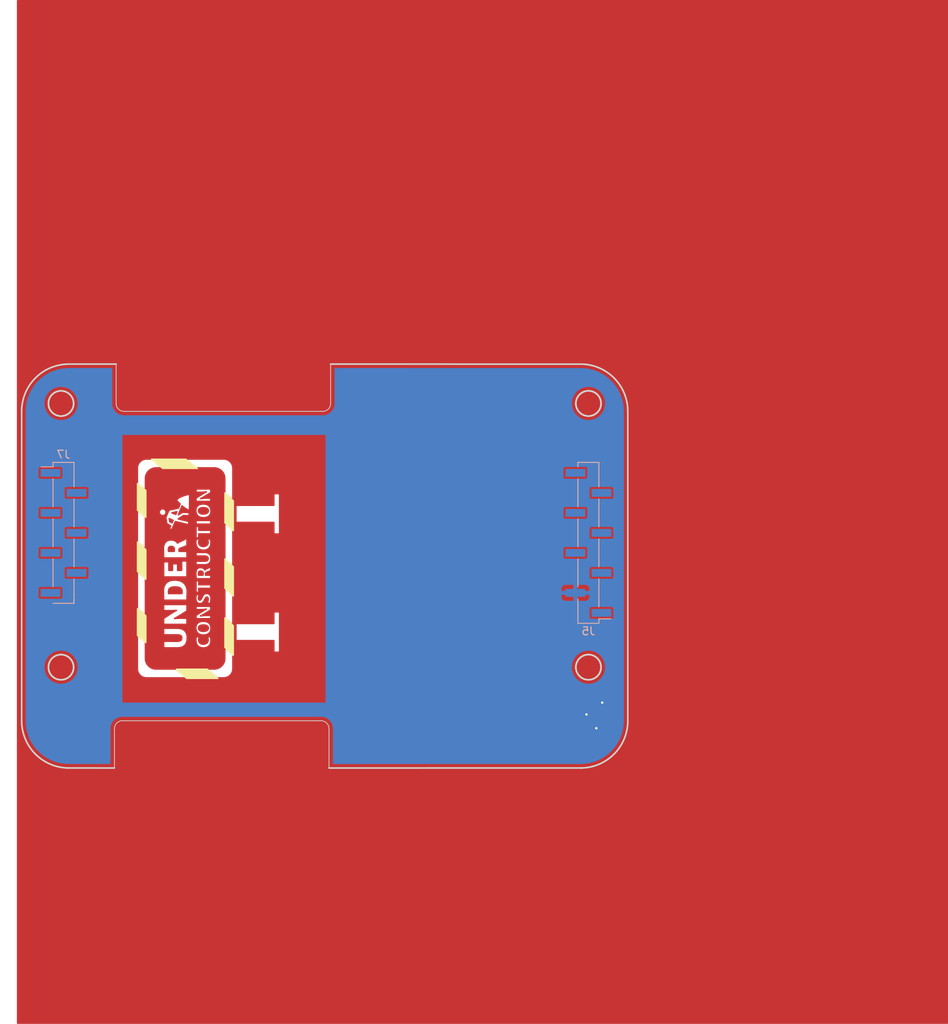
<source format=kicad_pcb>
(kicad_pcb (version 20211014) (generator pcbnew)
  (layers (0 "F.Cu" signal) (31 "B.Cu" signal) (34 "B.Paste" user) (35 "F.Paste" user) (36 "B.SilkS" user "B.Silkscreen") (37 "F.SilkS" user "F.Silkscreen") (38 "B.Mask" user) (39 "F.Mask" user) (44 "Edge.Cuts" user))
  (net 0 "")
  (net 1 "/GP17")
  (net 2 "/GP16")
  (net 3 "/GP21")
  (net 4 "/GP11")
  (net 5 "/GP12")
  (net 6 "/GP13")
  (net 7 "/GP14")
  (net 8 "+3V3")
  (net 9 "GND")
  (net 10 "/GP28")
  (net 11 "/GP18")
  (net 12 "/GP19")
  (net 13 "/GP10")
  (net 14 "/GP20")
  (net 15 "/GP9")
  (footprint "Connector_PinHeader_2.54mm:PinHeader_1x08_P2.54mm_Vertical_SMD_Pin1Right" (layer "B.Cu") (at 168.991999 95.705)
    (fp_text reference "J5" (at 0 11.22 180) (layer "B.SilkS") (effects (justify mirror)))
    (fp_text value "Conn_01x08_Female")
    (pad "1" smd rect locked (at 1.655 8.89) (size 2.51 1) (layers "B.Cu" "B.Paste" "B.Mask") (net 8 "+3V3"))
    (pad "2" smd rect locked (at -1.655 6.35) (size 2.51 1) (layers "B.Cu" "B.Paste" "B.Mask") (net 9 "GND"))
    (pad "3" smd rect locked (at 1.655 3.81) (size 2.51 1) (layers "B.Cu" "B.Paste" "B.Mask") (net 10 "/GP28"))
    (pad "4" smd rect locked (at -1.655 1.27) (size 2.51 1) (layers "B.Cu" "B.Paste" "B.Mask") (net 5 "/GP12"))
    (pad "5" smd rect locked (at 1.655 -1.27) (size 2.51 1) (layers "B.Cu" "B.Paste" "B.Mask") (net 6 "/GP13"))
    (pad "6" smd rect locked (at -1.655 -3.81) (size 2.51 1) (layers "B.Cu" "B.Paste" "B.Mask") (net 7 "/GP14"))
    (pad "7" smd rect locked (at 1.655 -6.35) (size 2.51 1) (layers "B.Cu" "B.Paste" "B.Mask") (net 4 "/GP11"))
    (pad "8" smd rect locked (at -1.655 -8.89) (size 2.51 1) (layers "B.Cu" "B.Paste" "B.Mask") (net 13 "/GP10"))
  )
  (footprint "Connector_PinHeader_2.54mm:PinHeader_1x07_P2.54mm_Vertical_SMD_Pin1Right" (layer "B.Cu") (at 102.316999 94.435 180)
    (fp_text reference "J7" (at 0 9.95) (layer "B.SilkS") (effects (justify mirror)))
    (fp_text value "Conn_01x07_Female")
    (pad "1" smd rect locked (at 1.655 7.62 180) (size 2.51 1) (layers "B.Cu" "B.Paste" "B.Mask") (net 15 "/GP9"))
    (pad "2" smd rect locked (at -1.655 5.08 180) (size 2.51 1) (layers "B.Cu" "B.Paste" "B.Mask") (net 2 "/GP16"))
    (pad "3" smd rect locked (at 1.655 2.54 180) (size 2.51 1) (layers "B.Cu" "B.Paste" "B.Mask") (net 1 "/GP17"))
    (pad "4" smd rect locked (at -1.655 0 180) (size 2.51 1) (layers "B.Cu" "B.Paste" "B.Mask") (net 11 "/GP18"))
    (pad "5" smd rect locked (at 1.655 -2.54 180) (size 2.51 1) (layers "B.Cu" "B.Paste" "B.Mask") (net 12 "/GP19"))
    (pad "6" smd rect locked (at -1.655 -5.08 180) (size 2.51 1) (layers "B.Cu" "B.Paste" "B.Mask") (net 14 "/GP20"))
    (pad "7" smd rect locked (at 1.655 -7.62 180) (size 2.51 1) (layers "B.Cu" "B.Paste" "B.Mask") (net 3 "/GP21"))
  )
  (gr_poly (pts (xy 119.473363 91.601721) (xy 119.474251 91.586353) (xy 119.47573 91.571334) (xy 119.477799 91.556666) (xy 119.480459 91.542348) (xy 119.483709 91.528382) (xy 119.487547 91.514765) (xy 119.491975 91.501502) (xy 119.49699 91.488591) (xy 119.502593 91.476034) (xy 119.508782 91.46383) (xy 119.515559 91.451984) (xy 119.522921 91.440489) (xy 119.530868 91.429352) (xy 119.539401 91.418571) (xy 119.548518 91.408147) (xy 119.558059 91.397963) (xy 119.568076 91.388113) (xy 119.578566 91.378594) (xy 119.589531 91.369406) (xy 119.600968 91.360547) (xy 119.612877 91.352017) (xy 119.62526 91.343816) (xy 119.638111 91.335942) (xy 119.651432 91.328394) (xy 119.665225 91.321173) (xy 119.679488 91.314276) (xy 119.694216 91.307703) (xy 119.709414 91.301455) (xy 119.725079 91.295529) (xy 119.74121 91.289925) (xy 119.757807 91.284642) (xy 119.79212 91.275065) (xy 119.827747 91.266818) (xy 119.864702 91.259881) (xy 119.902998 91.254242) (xy 119.942655 91.249883) (xy 119.983686 91.246788) (xy 120.026107 91.244944) (xy 120.069933 91.244333) (xy 120.112137 91.244738) (xy 120.152815 91.245958) (xy 120.191967 91.247993) (xy 120.229596 91.250844) (xy 120.265697 91.254513) (xy 120.30027 91.259001) (xy 120.333317 91.26431) (xy 120.364835 91.27044) (xy 120.394824 91.277393) (xy 120.423284 91.285172) (xy 120.450213 91.293776) (xy 120.475613 91.303208) (xy 120.499481 91.313468) (xy 120.521817 91.324559) (xy 120.542621 91.336481) (xy 120.561893 91.349236) (xy 120.579915 91.36271) (xy 120.596761 91.376788) (xy 120.612434 91.391471) (xy 120.626937 91.406758) (xy 120.64027 91.422652) (xy 120.652435 91.439151) (xy 120.663433 91.456257) (xy 120.673267 91.47397) (xy 120.681937 91.49229) (xy 120.689446 91.511219) (xy 120.695796 91.530757) (xy 120.700987 91.550904) (xy 120.705022 91.57166) (xy 120.707902 91.593027) (xy 120.709628 91.615004) (xy 120.710204 91.637593) (xy 120.709892 91.65414) (xy 120.708957 91.67033) (xy 120.7074 91.686161) (xy 120.705217 91.701634) (xy 120.702414 91.716749) (xy 120.698991 91.731504) (xy 120.694945 91.745901) (xy 120.690277 91.759939) (xy 120.68499 91.773617) (xy 120.679081 91.786935) (xy 120.672553 91.799894) (xy 120.665405 91.812494) (xy 120.657638 91.824732) (xy 120.649251 91.83661) (xy 120.640246 91.848127) (xy 120.630623 91.859284) (xy 120.62036 91.870186) (xy 120.609639 91.880727) (xy 120.598459 91.89091) (xy 120.586818 91.900738) (xy 120.574714 91.910214) (xy 120.562146 91.919342) (xy 120.549111 91.928125) (xy 120.535607 91.936563) (xy 120.521633 91.944663) (xy 120.507187 91.952425) (xy 120.492265 91.959854) (xy 120.476868 91.966951) (xy 120.460993 91.973721) (xy 120.444638 91.980165) (xy 120.427802 91.986289) (xy 120.41048 91.992093) (xy 120.37508 92.002487) (xy 120.338309 92.011504) (xy 120.300187 92.019141) (xy 120.260738 92.025396) (xy 120.219981 92.030265) (xy 120.17794 92.033746) (xy 120.134634 92.035837) (xy 120.090085 92.036534) (xy 120.061306 92.036312) (xy 120.033298 92.035646) (xy 120.006061 92.034536) (xy 119.979596 92.032985) (xy 119.953902 92.030992) (xy 119.928979 92.028558) (xy 119.904827 92.025686) (xy 119.881447 92.022374) (xy 119.858837 92.018625) (xy 119.836999 92.01444) (xy 119.815932 92.009818) (xy 119.795634 92.004761) (xy 119.776108 91.99927) (xy 119.757351 91.993346) (xy 119.739366 91.98699) (xy 119.722151 91.980203) (xy 119.705622 91.972946) (xy 119.689696 91.965396) (xy 119.674374 91.957549) (xy 119.659655 91.949407) (xy 119.645544 91.940967) (xy 119.632038 91.932229) (xy 119.619139 91.923192) (xy 119.606847 91.913856) (xy 119.595161 91.904219) (xy 119.584084 91.89428) (xy 119.573617 91.88404) (xy 119.563758 91.873496) (xy 119.55451 91.862649) (xy 119.545873 91.851496) (xy 119.537847 91.84004) (xy 119.530432 91.828275) (xy 119.523541 91.816278) (xy 119.517083 91.804123) (xy 119.511061 91.791809) (xy 119.505476 91.779338) (xy 119.50033 91.766708) (xy 119.495623 91.75392) (xy 119.491358 91.740976) (xy 119.487536 91.727874) (xy 119.484159 91.714615) (xy 119.481225 91.7012) (xy 119.47874 91.687628) (xy 119.476704 91.673901) (xy 119.475117 91.660017) (xy 119.473982 91.645979) (xy 119.4733 91.631785) (xy 119.473073 91.617436) (xy 119.473067 91.617436)) (layer "F.Cu") (width 0.2) (fill solid))
  (gr_poly (pts (xy 116.228829 92.861806) (xy 116.094471 93.163594) (xy 115.821103 93.008565) (xy 115.757022 92.63598)) (layer "F.Cu") (width 0.2) (fill solid))
  (gr_poly (pts (xy 214.592331 26.853955) (xy 214.592331 156.704407) (xy 129.776335 156.704407) (xy 129.776335 109.602383) (xy 129.776335 104.465226) (xy 129.77632 104.465226) (xy 129.77632 94.588315) (xy 129.77632 89.451676) (xy 129.030112 89.451676) (xy 129.030112 90.924968) (xy 124.206116 90.924969) (xy 124.206117 93.115018) (xy 129.030112 93.115021) (xy 129.030112 94.588315) (xy 129.77632 94.588315) (xy 129.77632 104.465226) (xy 129.030127 104.465225) (xy 129.030127 105.939038) (xy 124.208717 105.939038) (xy 124.208716 108.129086) (xy 129.030127 108.129091) (xy 129.030127 109.602383) (xy 129.776335 109.602383) (xy 129.776335 156.704407) (xy 123.838185 156.704407) (xy 123.838185 90.289868) (xy 123.838186 86.219834) (xy 123.836641 86.16036) (xy 123.832064 86.101587) (xy 123.824531 86.043593) (xy 123.814122 85.986457) (xy 123.800915 85.93026) (xy 123.784989 85.875079) (xy 123.766422 85.820995) (xy 123.745294 85.768086) (xy 123.721683 85.716431) (xy 123.695668 85.66611) (xy 123.667328 85.617201) (xy 123.636741 85.569786) (xy 123.603986 85.523942) (xy 123.569142 85.479747) (xy 123.532288 85.437282) (xy 123.493502 85.396626) (xy 123.452852 85.357749) (xy 123.410403 85.320827) (xy 123.366235 85.285936) (xy 123.320423 85.253153) (xy 123.273046 85.222555) (xy 123.224182 85.194217) (xy 123.173908 85.168215) (xy 123.122301 85.144626) (xy 123.06944 85.123527) (xy 123.015403 85.104994) (xy 122.960267 85.089103) (xy 122.904108 85.07593) (xy 122.847006 85.065551) (xy 122.789037 85.058043) (xy 122.730281 85.053483) (xy 122.670813 85.051945) (xy 117.826664 85.051945) (xy 119.132527 86.189858) (xy 121.466755 86.189858) (xy 121.534596 86.191621) (xy 121.601633 86.196849) (xy 121.667779 86.205455) (xy 121.732943 86.217348) (xy 121.79704 86.23244) (xy 121.859979 86.250643) (xy 121.921672 86.271866) (xy 121.98203 86.296022) (xy 122.040966 86.323021) (xy 122.09839 86.352774) (xy 122.154214 86.385193) (xy 122.208348 86.420188) (xy 122.260706 86.45767) (xy 122.311198 86.497551) (xy 122.359735 86.539742) (xy 122.406229 86.584152) (xy 122.450591 86.630695) (xy 122.492735 86.67928) (xy 122.532567 86.729819) (xy 122.570003 86.782224) (xy 122.604954 86.836403) (xy 122.637329 86.892269) (xy 122.667042 86.949734) (xy 122.694003 87.008707) (xy 122.718123 87.069101) (xy 122.739316 87.130825) (xy 122.757491 87.193792) (xy 122.77256 87.257912) (xy 122.784435 87.323096) (xy 122.793026 87.389255) (xy 122.798246 87.456301) (xy 122.800005 87.524144) (xy 122.800005 89.385529) (xy 123.838185 90.289868) (xy 123.838185 156.704407) (xy 122.670826 156.704407) (xy 122.670826 112.860577) (xy 122.729662 112.859094) (xy 122.787781 112.854694) (xy 122.845109 112.847448) (xy 122.901572 112.837429) (xy 122.957096 112.824709) (xy 123.011607 112.809361) (xy 123.065031 112.791458) (xy 123.117295 112.771071) (xy 123.168323 112.748274) (xy 123.218042 112.723137) (xy 123.266379 112.695735) (xy 123.313259 112.66614) (xy 123.358608 112.634421) (xy 123.402352 112.600655) (xy 123.444418 112.564912) (xy 123.48473 112.527264) (xy 123.49453 112.516934) (xy 123.533305 112.476277) (xy 123.570126 112.433812) (xy 123.604919 112.389617) (xy 123.637608 112.343772) (xy 123.668117 112.296356) (xy 123.69637 112.247448) (xy 123.722291 112.197126) (xy 123.745806 112.145472) (xy 123.766838 112.092563) (xy 123.785311 112.038479) (xy 123.801149 111.983298) (xy 123.814278 111.927101) (xy 123.824621 111.869966) (xy 123.832103 111.811971) (xy 123.836648 111.753199) (xy 123.838179 111.693726) (xy 123.838179 109.89642) (xy 123.838179 106.153496) (xy 123.838179 102.146504) (xy 123.838178 98.699693) (xy 123.838179 94.032796) (xy 122.8 93.128457) (xy 122.8 97.8) (xy 123.838178 98.699693) (xy 123.838179 102.146504) (xy 122.8 101.242165) (xy 122.8 105.25174) (xy 123.838179 106.153496) (xy 123.838179 109.89642) (xy 122.8 108.992081) (xy 122.8 110.388379) (xy 122.798257 110.456222) (xy 122.793087 110.523268) (xy 122.784575 110.589428) (xy 122.772806 110.654612) (xy 122.757865 110.718732) (xy 122.739836 110.781699) (xy 122.718807 110.843424) (xy 122.69486 110.903817) (xy 122.668083 110.962791) (xy 122.638559 111.020255) (xy 122.606375 111.076122) (xy 122.571615 111.130301) (xy 122.534365 111.182705) (xy 122.49471 111.233244) (xy 122.452734 111.281829) (xy 122.408522 111.328372) (xy 122.362164 111.372783) (xy 122.313739 111.414973) (xy 122.263336 111.454854) (xy 122.211038 111.492337) (xy 122.156932 111.527331) (xy 122.101102 111.559749) (xy 122.043634 111.589502) (xy 121.984612 111.616501) (xy 121.924123 111.640657) (xy 121.862251 111.66188) (xy 121.799081 111.680083) (xy 121.734699 111.695175) (xy 121.669189 111.707068) (xy 121.602638 111.715674) (xy 121.535129 111.720902) (xy 121.46675 111.722665) (xy 120.510218 111.722665) (xy 121.816615 112.860577) (xy 122.670826 112.860577) (xy 122.670826 156.704407) (xy 120.090075 156.704407) (xy 120.090075 109.055646) (xy 120.126364 109.055201) (xy 120.162052 109.053869) (xy 120.197139 109.051652) (xy 120.231623 109.04855) (xy 120.265503 109.044565) (xy 120.298778 109.0397) (xy 120.331447 109.033956) (xy 120.363509 109.027334) (xy 120.394965 109.019838) (xy 120.425812 109.011467) (xy 120.456049 109.002224) (xy 120.485676 108.992111) (xy 120.51469 108.98113) (xy 120.543092 108.969281) (xy 120.570881 108.956567) (xy 120.598055 108.94299) (xy 120.624744 108.928477) (xy 120.650657 108.913159) (xy 120.675798 108.897038) (xy 120.700167 108.880111) (xy 120.723764 108.862377) (xy 120.746594 108.843836) (xy 120.768655 108.824486) (xy 120.789951 108.804328) (xy 120.810482 108.783359) (xy 120.830251 108.761579) (xy 120.849257 108.738987) (xy 120.867504 108.715582) (xy 120.884992 108.691363) (xy 120.901723 108.666328) (xy 120.917698 108.640479) (xy 120.932919 108.613812) (xy 120.947197 108.586363) (xy 120.960552 108.558167) (xy 120.972985 108.529224) (xy 120.984494 108.499532) (xy 120.995081 108.469092) (xy 121.004746 108.437903) (xy 121.013489 108.405963) (xy 121.02131 108.373273) (xy 121.028211 108.339831) (xy 121.03419 108.305637) (xy 121.039249 108.270692) (xy 121.043387 108.234991) (xy 121.046605 108.198536) (xy 121.048902 108.161329) (xy 121.050282 108.123365) (xy 121.050742 108.084645) (xy 121.050488 108.057457) (xy 121.049725 108.03107) (xy 121.048448 108.005462) (xy 121.046653 107.98061) (xy 121.044335 107.956488) (xy 121.04149 107.933074) (xy 121.038113 107.910345) (xy 121.034201 107.888276) (xy 121.029929 107.867044) (xy 121.025478 107.846424) (xy 121.020844 107.826419) (xy 121.016029 107.807036) (xy 121.01103 107.78828) (xy 121.005848 107.770156) (xy 121.000482 107.752672) (xy 120.99493 107.735829) (xy 120.983444 107.704346) (xy 120.97239 107.675062) (xy 120.961754 107.647869) (xy 120.951521 107.622659) (xy 120.562916 107.622659) (xy 120.566269 107.62677) (xy 120.569637 107.631156) (xy 120.576414 107.640744) (xy 120.583237 107.651407) (xy 120.590095 107.663131) (xy 120.596981 107.675901) (xy 120.603882 107.689702) (xy 120.61079 107.704516) (xy 120.617695 107.72033) (xy 120.624471 107.737266) (xy 120.631005 107.754638) (xy 120.637296 107.772466) (xy 120.643348 107.790769) (xy 120.649166 107.80957) (xy 120.654751 107.828888) (xy 120.660106 107.848743) (xy 120.665236 107.869157) (xy 120.669766 107.889804) (xy 120.673722 107.910349) (xy 120.677093 107.93079) (xy 120.679871 107.951125) (xy 120.682047 107.971356) (xy 120.683613 107.991484) (xy 120.684559 108.011506) (xy 120.684876 108.031422) (xy 120.684563 108.05335) (xy 120.683627 108.074811) (xy 120.68207 108.095808) (xy 120.679894 108.116341) (xy 120.677101 108.136415) (xy 120.673692 108.156032) (xy 120.669674 108.175193) (xy 120.665044 108.1939) (xy 120.659807 108.212157) (xy 120.653965 108.229965) (xy 120.647519 108.247327) (xy 120.640473 108.264246) (xy 120.632827 108.280722) (xy 120.624587 108.29676) (xy 120.615752 108.312361) (xy 120.606326 108.327527) (xy 120.596366 108.342237) (xy 120.585931 108.356476) (xy 120.57502 108.370242) (xy 120.563632 108.383536) (xy 120.551764 108.39636) (xy 120.539416 108.408717) (xy 120.526588 108.420607) (xy 120.513277 108.432031) (xy 120.499482 108.442992) (xy 120.485203 108.45349) (xy 120.470438 108.463527) (xy 120.455186 108.473104) (xy 120.439446 108.482223) (xy 120.423216 108.490885) (xy 120.406497 108.499092) (xy 120.389285 108.506844) (xy 120.371639 108.514144) (xy 120.353618 108.52099) (xy 120.335224 108.527378) (xy 120.316455 108.533308) (xy 120.297312 108.538776) (xy 120.277797 108.543781) (xy 120.257908 108.548318) (xy 120.237646 108.552389) (xy 120.217013 108.555988) (xy 120.196006 108.559115) (xy 120.174629 108.561768) (xy 120.152878 108.563943) (xy 120.130758 108.565638) (xy 120.115323 108.566471) (xy 120.115323 107.419685) (xy 120.151817 107.418968) (xy 120.187689 107.417425) (xy 120.222943 107.415054) (xy 120.257576 107.411856) (xy 120.291585 107.40783) (xy 120.324976 107.402975) (xy 120.357745 107.397292) (xy 120.389893 107.390778) (xy 120.421422 107.383434) (xy 120.452328 107.375259) (xy 120.482615 107.366253) (xy 120.512281 107.356415) (xy 120.541326 107.345744) (xy 120.569751 107.334241) (xy 120.597556 107.321904) (xy 120.624749 107.30878) (xy 120.651135 107.294915) (xy 120.676714 107.280309) (xy 120.701487 107.264958) (xy 120.725457 107.248862) (xy 120.748625 107.232019) (xy 120.770992 107.214427) (xy 120.792562 107.196086) (xy 120.813334 107.176993) (xy 120.83331 107.157147) (xy 120.852493 107.136547) (xy 120.870883 107.115192) (xy 120.888483 107.093078) (xy 120.905293 107.070206) (xy 120.921316 107.046574) (xy 120.936553 107.022179) (xy 120.950917 106.997191) (xy 120.964324 106.971567) (xy 120.976771 106.945307) (xy 120.988258 106.918406) (xy 120.998784 106.890868) (xy 121.008347 106.862686) (xy 121.016945 106.833862) (xy 121.024579 106.804392) (xy 121.031246 106.774275) (xy 121.036945 106.743509) (xy 121.041676 106.712094) (xy 121.045437 106.680026) (xy 121.048227 106.647305) (xy 121.050044 106.613929) (xy 121.050888 106.579896) (xy 121.050757 106.545205) (xy 121.04966 106.513244) (xy 121.04783 106.481758) (xy 121.045265 106.450747) (xy 121.041961 106.42021) (xy 121.037918 106.39015) (xy 121.03313 106.360565) (xy 121.030083 106.344532) (xy 121.030083 105.352006) (xy 121.030083 104.922574) (xy 120.215145 104.922574) (xy 119.732487 104.980965) (xy 120.019291 104.844022) (xy 121.030083 104.231656) (xy 121.030083 103.756749) (xy 119.641026 103.75675) (xy 119.641026 103.426553) (xy 119.659779 103.426309) (xy 119.678194 103.425579) (xy 119.696276 103.424364) (xy 119.714026 103.422669) (xy 119.731446 103.420493) (xy 119.748538 103.417841) (xy 119.765306 103.414713) (xy 119.781752 103.411114) (xy 119.797877 103.407044) (xy 119.813685 103.402505) (xy 119.829177 103.3975) (xy 119.844356 103.392032) (xy 119.859225 103.386103) (xy 119.873786 103.379715) (xy 119.88804 103.37287) (xy 119.901991 103.365571) (xy 119.915537 103.357815) (xy 119.928867 103.349727) (xy 119.941974 103.341311) (xy 119.954854 103.332573) (xy 119.967501 103.323517) (xy 119.979908 103.314148) (xy 119.99207 103.304472) (xy 120.003983 103.294492) (xy 120.015638 103.284215) (xy 120.027032 103.273645) (xy 120.038159 103.262785) (xy 120.049012 103.251645) (xy 120.059586 103.240224) (xy 120.069875 103.228531) (xy 120.079874 103.216567) (xy 120.089577 103.204343) (xy 120.108727 103.178944) (xy 120.127276 103.152932) (xy 120.145206 103.126309) (xy 120.162501 103.099082) (xy 120.179142 103.071251) (xy 120.195112 103.042825) (xy 120.210393 103.013807) (xy 120.224967 102.9842) (xy 120.257154 102.917316) (xy 120.286685 102.857277) (xy 120.313392 102.804242) (xy 120.337107 102.758374) (xy 120.342634 102.748007) (xy 120.348133 102.73802) (xy 120.353607 102.72841) (xy 120.359059 102.719176) (xy 120.364489 102.710321) (xy 120.3699 102.701839) (xy 120.375294 102.693732) (xy 120.380673 102.685998) (xy 120.386039 102.678637) (xy 120.391395 102.671648) (xy 120.396741 102.665027) (xy 120.40208 102.658778) (xy 120.407414 102.652895) (xy 120.412745 102.647381) (xy 120.418076 102.642234) (xy 120.423407 102.637452) (xy 120.428811 102.632998) (xy 120.434364 102.628833) (xy 120.440062 102.624958) (xy 120.445908 102.621372) (xy 120.451898 102.618073) (xy 120.458035 102.615064) (xy 120.464316 102.612343) (xy 120.470741 102.609909) (xy 120.47731 102.607763) (xy 120.484023 102.605904) (xy 120.490878 102.604331) (xy 120.497875 102.603046) (xy 120.505014 102.602046) (xy 120.512295 102.601333) (xy 120.519716 102.600905) (xy 120.527277 102.600762) (xy 120.537554 102.601001) (xy 120.547474 102.601714) (xy 120.557038 102.602902) (xy 120.566248 102.604564) (xy 120.57072 102.605573) (xy 120.575103 102.6067) (xy 120.579398 102.607945) (xy 120.583604 102.609309) (xy 120.587722 102.61079) (xy 120.591751 102.612389) (xy 120.595692 102.614105) (xy 120.599545 102.61594) (xy 120.603311 102.617892) (xy 120.606986 102.619962) (xy 120.610575 102.622149) (xy 120.614075 102.624453) (xy 120.617487 102.626874) (xy 120.620812 102.629413) (xy 120.624048 102.632069) (xy 120.627197 102.634841) (xy 120.630258 102.637731) (xy 120.633233 102.640737) (xy 120.636117 102.64386) (xy 120.638916 102.647099) (xy 120.641627 102.650455) (xy 120.644249 102.653928) (xy 120.646785 102.657515) (xy 120.649233 102.661221) (xy 120.653798 102.669033) (xy 120.65808 102.677414) (xy 120.66208 102.686366) (xy 120.665793 102.69589) (xy 120.669221 102.705986) (xy 120.67236 102.716655) (xy 120.675207 102.727897) (xy 120.677763 102.739714) (xy 120.680024 102.752106) (xy 120.68199 102.765073) (xy 120.683658 102.778617) (xy 120.685027 102.792738) (xy 120.686095 102.807437) (xy 120.68686 102.822714) (xy 120.68732 102.838571) (xy 120.687474 102.855008) (xy 120.687156 102.87966) (xy 120.686207 102.904271) (xy 120.684626 102.928836) (xy 120.682417 102.953353) (xy 120.67958 102.977817) (xy 120.676118 103.002226) (xy 120.672032 103.026575) (xy 120.667324 103.050862) (xy 120.662378 103.075035) (xy 120.657156 103.098632) (xy 120.651662 103.121662) (xy 120.645902 103.144135) (xy 120.639881 103.16606) (xy 120.633603 103.187445) (xy 120.627073 103.208299) (xy 120.620295 103.228631) (xy 120.613228 103.247998) (xy 120.606248 103.266368) (xy 120.599351 103.283735) (xy 120.592535 103.300089) (xy 120.585798 103.315424) (xy 120.579137 103.329732) (xy 120.57255 103.343006) (xy 120.566035 103.355237) (xy 120.933972 103.413627) (xy 120.939692 103.403592) (xy 120.945567 103.391883) (xy 120.951596 103.378501) (xy 120.957781 103.363446) (xy 120.964123 103.346718) (xy 120.970624 103.328319) (xy 120.977283 103.308247) (xy 120.984103 103.286504) (xy 120.990675 103.263588) (xy 120.997015 103.239594) (xy 121.003131 103.214532) (xy 121.009031 103.188413) (xy 121.014722 103.161249) (xy 121.02021 103.133051) (xy 121.025505 103.103831) (xy 121.030613 103.073598) (xy 121.035312 103.042872) (xy 121.039395 103.011749) (xy 121.042855 102.980229) (xy 121.045694 102.948316) (xy 121.047907 102.916011) (xy 121.049492 102.883316) (xy 121.050444 102.850233) (xy 121.050763 102.816766) (xy 121.050488 102.789319) (xy 121.049663 102.762388) (xy 121.048291 102.735973) (xy 121.046371 102.710077) (xy 121.043905 102.684703) (xy 121.040893 102.659852) (xy 121.037337 102.635526) (xy 121.033238 102.611727) (xy 121.030135 102.596169) (xy 121.030135 100.274266) (xy 121.030135 99.801942) (xy 120.362475 99.801942) (xy 120.362205 99.740313) (xy 120.361362 99.685015) (xy 120.359902 99.635986) (xy 120.358924 99.613805) (xy 120.357775 99.593171) (xy 120.358569 99.586649) (xy 120.359697 99.580252) (xy 120.361157 99.57398) (xy 120.362949 99.567832) (xy 120.365073 99.561805) (xy 120.367527 99.555901) (xy 120.370307 99.550116) (xy 120.373416 99.544449) (xy 120.376853 99.5389) (xy 120.380614 99.533467) (xy 120.384699 99.52815) (xy 120.38911 99.522946) (xy 120.393843 99.517857) (xy 120.398897 99.512877) (xy 120.404272 99.508009) (xy 120.409966 99.503251) (xy 120.416463 99.498266) (xy 120.423197 99.493348) (xy 120.43738 99.483717) (xy 120.452511 99.474365) (xy 120.468587 99.465295) (xy 120.485603 99.456513) (xy 120.503555 99.448024) (xy 120.522442 99.439832) (xy 120.542258 99.431943) (xy 120.583896 99.416215) (xy 120.626871 99.400727) (xy 120.671205 99.385344) (xy 120.716923 99.369931) (xy 120.740202 99.362268) (xy 120.763207 99.354332) (xy 120.785943 99.346128) (xy 120.808414 99.337659) (xy 120.830624 99.328928) (xy 120.852576 99.319939) (xy 120.874274 99.310696) (xy 120.895724 99.301203) (xy 120.923877 99.288628) (xy 120.948061 99.277694) (xy 120.968168 99.268436) (xy 120.984093 99.260892) (xy 120.990137 99.257841) (xy 120.996102 99.254642) (xy 121.001986 99.251301) (xy 121.007785 99.247815) (xy 121.013498 99.244187) (xy 121.01912 99.24042) (xy 121.024649 99.236514) (xy 121.030083 99.232472) (xy 121.030083 98.71209) (xy 120.995977 98.731313) (xy 120.978959 98.741156) (xy 120.961873 98.75137) (xy 120.927508 98.771415) (xy 120.910311 98.781205) (xy 120.893143 98.790639) (xy 120.869794 98.803868) (xy 120.846157 98.816793) (xy 120.822223 98.829412) (xy 120.797984 98.841721) (xy 120.773432 98.853716) (xy 120.748557 98.865395) (xy 120.723351 98.876753) (xy 120.697806 98.887788) (xy 120.647206 98.909192) (xy 120.59748 98.93073) (xy 120.548696 98.952371) (xy 120.50092 98.974087) (xy 120.477648 98.985284) (xy 120.455084 98.996715) (xy 120.433228 99.00839) (xy 120.412077 99.020317) (xy 120.391632 99.032505) (xy 120.371892 99.044964) (xy 120.352856 99.057703) (xy 120.334523 99.07073) (xy 120.329347 99.074527) (xy 120.324276 99.078394) (xy 120.319309 99.082328) (xy 120.314446 99.086323) (xy 120.309688 99.090383) (xy 120.305033 99.094502) (xy 120.300483 99.098677) (xy 120.296038 99.102907) (xy 120.291697 99.107189) (xy 120.287461 99.111521) (xy 120.283329 99.1159) (xy 120.279302 99.120325) (xy 120.27538 99.124792) (xy 120.271563 99.1293) (xy 120.26785 99.133846) (xy 120.264243 99.138429) (xy 120.260645 99.130931) (xy 120.256968 99.1235) (xy 120.253221 99.116141) (xy 120.249413 99.108857) (xy 120.245553 99.101652) (xy 120.24165 99.09453) (xy 120.237889 99.087872) (xy 120.237889 98.496106) (xy 120.268078 98.495805) (xy 120.297804 98.494902) (xy 120.327065 98.493396) (xy 120.355861 98.491286) (xy 120.38419 98.488572) (xy 120.412051 98.485252) (xy 120.439443 98.481327) (xy 120.466366 98.476794) (xy 120.49282 98.471654) (xy 120.5188 98.465905) (xy 120.544309 98.459548) (xy 120.569345 98.45258) (xy 120.593907 98.445002) (xy 120.617993 98.436812) (xy 120.641603 98.42801) (xy 120.664736 98.418595) (xy 120.687309 98.408492) (xy 120.709239 98.397629) (xy 120.730526 98.386005) (xy 120.751172 98.373622) (xy 120.771176 98.360479) (xy 120.790537 98.346577) (xy 120.809258 98.331917) (xy 120.827338 98.316498) (xy 120.844778 98.300322) (xy 120.861579 98.283388) (xy 120.877739 98.265696) (xy 120.89326 98.247249) (xy 120.908142 98.228045) (xy 120.922385 98.208084) (xy 120.935991 98.187369) (xy 120.948959 98.165898) (xy 120.961311 98.143495) (xy 120.972862 98.120191) (xy 120.983613 98.095983) (xy 120.993562 98.070871) (xy 121.002712 98.044852) (xy 121.011062 98.017924) (xy 121.018614 97.990086) (xy 121.025368 97.961334) (xy 121.031325 97.931668) (xy 121.036486 97.901085) (xy 121.040851 97.869583) (xy 121.04442 97.837161) (xy 121.047195 97.803816) (xy 121.049176 97.769547) (xy 121.050365 97.734352) (xy 121.050761 97.698228) (xy 121.049926 97.648179) (xy 121.047421 97.599856) (xy 121.043248 97.553259) (xy 121.037406 97.508387) (xy 121.029896 97.465239) (xy 121.020719 97.423818) (xy 121.009875 97.384122) (xy 120.997364 97.346149) (xy 120.983187 97.309902) (xy 120.967344 97.27538) (xy 120.949836 97.242583) (xy 120.930664 97.211511) (xy 120.909827 97.182163) (xy 120.887327 97.15454) (xy 120.863165 97.128641) (xy 120.837337 97.104466) (xy 120.810032 97.081985) (xy 120.781431 97.060959) (xy 120.751534 97.041384) (xy 120.720342 97.023263) (xy 120.687854 97.006593) (xy 120.654074 96.991375) (xy 120.618998 96.977608) (xy 120.582628 96.965292) (xy 120.544965 96.954426) (xy 120.506009 96.945011) (xy 120.465759 96.937045) (xy 120.424217 96.930528) (xy 120.381382 96.92546) (xy 120.337255 96.921841) (xy 120.291836 96.91967) (xy 120.245125 96.918946) (xy 120.090075 96.918946) (xy 120.090075 96.644513) (xy 120.126364 96.644069) (xy 120.162052 96.642736) (xy 120.197139 96.640519) (xy 120.231623 96.637417) (xy 120.265503 96.633432) (xy 120.298778 96.628567) (xy 120.331447 96.622824) (xy 120.36351 96.616202) (xy 120.394965 96.608705) (xy 120.425813 96.600334) (xy 120.456049 96.591091) (xy 120.485675 96.580978) (xy 120.51469 96.569997) (xy 120.543092 96.558148) (xy 120.570881 96.545434) (xy 120.598055 96.531857) (xy 120.624744 96.517343) (xy 120.650657 96.502026) (xy 120.675798 96.485904) (xy 120.700167 96.468977) (xy 120.723764 96.451243) (xy 120.746594 96.432702) (xy 120.768655 96.413353) (xy 120.789951 96.393195) (xy 120.810482 96.372226) (xy 120.830251 96.350447) (xy 120.849257 96.327855) (xy 120.867504 96.304449) (xy 120.884992 96.280231) (xy 120.901723 96.255197) (xy 120.917698 96.229347) (xy 120.932919 96.202679) (xy 120.947196 96.175237) (xy 120.960552 96.147058) (xy 120.972984 96.11814) (xy 120.984493 96.088482) (xy 120.995081 96.058081) (xy 121.004746 96.026936) (xy 121.013489 95.995044) (xy 121.02131 95.962401) (xy 121.028211 95.929007) (xy 121.03419 95.89486) (xy 121.039249 95.859956) (xy 121.043387 95.824296) (xy 121.046605 95.787876) (xy 121.048902 95.750693) (xy 121.050282 95.712745) (xy 121.050742 95.674031) (xy 121.050488 95.64698) (xy 121.049725 95.620609) (xy 121.048448 95.594927) (xy 121.046653 95.569943) (xy 121.044335 95.545664) (xy 121.04149 95.522099) (xy 121.038113 95.499258) (xy 121.034201 95.477147) (xy 121.02993 95.455915) (xy 121.025478 95.435297) (xy 121.020844 95.415307) (xy 121.016029 95.395957) (xy 121.01103 95.377261) (xy 121.005848 95.35923) (xy 121.000483 95.341879) (xy 120.994931 95.325219) (xy 120.983444 95.293657) (xy 120.97239 95.264194) (xy 120.961754 95.236822) (xy 120.951521 95.21153) (xy 120.562916 95.21153) (xy 120.56627 95.215642) (xy 120.569637 95.220029) (xy 120.576414 95.229622) (xy 120.583237 95.240301) (xy 120.590095 95.252057) (xy 120.596981 95.264885) (xy 120.603882 95.278775) (xy 120.61079 95.293724) (xy 120.617695 95.30972) (xy 120.624472 95.326475) (xy 120.631004 95.343714) (xy 120.637296 95.361449) (xy 120.643348 95.379694) (xy 120.649166 95.398462) (xy 120.65475 95.417765) (xy 120.660106 95.437616) (xy 120.665236 95.458031) (xy 120.669766 95.478679) (xy 120.673721 95.499223) (xy 120.677093 95.519664) (xy 120.679871 95.54) (xy 120.682047 95.560231) (xy 120.683612 95.580358) (xy 120.684559 95.60038) (xy 120.684876 95.620297) (xy 120.684563 95.642231) (xy 120.683627 95.663708) (xy 120.68207 95.684729) (xy 120.679894 95.705293) (xy 120.677101 95.725401) (xy 120.673692 95.745051) (xy 120.669674 95.764245) (xy 120.665044 95.782982) (xy 120.659807 95.801261) (xy 120.653965 95.819083) (xy 120.647519 95.836447) (xy 120.640473 95.853353) (xy 120.632828 95.869802) (xy 120.624587 95.885792) (xy 120.615752 95.901324) (xy 120.606326 95.916398) (xy 120.596366 95.931109) (xy 120.585931 95.945347) (xy 120.57502 95.959112) (xy 120.563632 95.972408) (xy 120.551765 95.985231) (xy 120.539416 95.997588) (xy 120.526588 96.009478) (xy 120.513277 96.020902) (xy 120.499482 96.031863) (xy 120.485203 96.042361) (xy 120.470438 96.052398) (xy 120.455186 96.061975) (xy 120.439446 96.071094) (xy 120.423216 96.079756) (xy 120.406496 96.087963) (xy 120.389286 96.095715) (xy 120.371639 96.103109) (xy 120.353618 96.110022) (xy 120.335224 96.116458) (xy 120.316455 96.122415) (xy 120.297312 96.127895) (xy 120.277797 96.132897) (xy 120.257908 96.137422) (xy 120.237646 96.14147) (xy 120.217012 96.14504) (xy 120.196006 96.148134) (xy 120.174628 96.150752) (xy 120.152878 96.152892) (xy 120.130758 96.154557) (xy 120.108266 96.155746) (xy 120.085404 96.156459) (xy 120.062172 96.156697) (xy 120.039602 96.156427) (xy 120.017473 96.155619) (xy 119.995782 96.154272) (xy 119.97453 96.152388) (xy 119.953718 96.149965) (xy 119.933344 96.147005) (xy 119.913408 96.143509) (xy 119.89391 96.139477) (xy 119.87485 96.134909) (xy 119.856228 96.129806) (xy 119.838041 96.124167) (xy 119.820294 96.117994) (xy 119.802982 96.111288) (xy 119.786107 96.104047) (xy 119.769668 96.096274) (xy 119.753665 96.087968) (xy 119.738018 96.079208) (xy 119.722857 96.070072) (xy 119.708181 96.060559) (xy 119.693989 96.05067) (xy 119.680278 96.040404) (xy 119.667049 96.02976) (xy 119.654299 96.018738) (xy 119.642027 96.007337) (xy 119.630232 95.995558) (xy 119.618912 95.983399) (xy 119.608067 95.97086) (xy 119.597695 95.957941) (xy 119.587795 95.944641) (xy 119.578365 95.930958) (xy 119.569405 95.916896) (xy 119.560912 95.902451) (xy 119.553014 95.887803) (xy 119.545628 95.872921) (xy 119.538754 95.857808) (xy 119.532391 95.842463) (xy 119.52654 95.826892) (xy 119.521199 95.811093) (xy 119.516369 95.795068) (xy 119.512048 95.77882) (xy 119.508238 95.762349) (xy 119.504936 95.745658) (xy 119.502144 95.728748) (xy 119.499861 95.711621) (xy 119.498084 95.694277) (xy 119.496816 95.67672) (xy 119.496056 95.65895) (xy 119.495802 95.640969) (xy 119.49612 95.61327) (xy 119.497068 95.586632) (xy 119.498637 95.561067) (xy 119.500815 95.536587) (xy 119.503595 95.513205) (xy 119.506966 95.490933) (xy 119.510918 95.469784) (xy 119.515442 95.449769) (xy 119.520529 95.430607) (xy 119.525763 95.41242) (xy 119.531156 95.395188) (xy 119.53672 95.378888) (xy 119.542467 95.363506) (xy 119.548408 95.349017) (xy 119.554556 95.335403) (xy 119.560923 95.322644) (xy 119.567316 95.310848) (xy 119.573514 95.29972) (xy 119.579495 95.289263) (xy 119.585235 95.279481) (xy 119.590715 95.270379) (xy 119.59591 95.261961) (xy 119.6008 95.25423) (xy 119.605362 95.247193) (xy 119.19867 95.186734) (xy 119.195825 95.201054) (xy 119.192736 95.215584) (xy 119.185872 95.245313) (xy 119.178172 95.275982) (xy 119.16973 95.307656) (xy 119.165198 95.324109) (xy 119.160798 95.341275) (xy 119.156521 95.359158) (xy 119.152359 95.377766) (xy 119.148301 95.397107) (xy 119.144337 95.417186) (xy 119.142859 95.425351) (xy 119.142859 95.079243) (xy 119.506662 95.07924) (xy 119.506661 94.576428) (xy 121.030083 94.576428) (xy 121.030083 94.099454) (xy 121.030083 93.332062) (xy 121.030083 92.854054) (xy 120.115323 92.854054) (xy 120.115323 92.519404) (xy 120.151817 92.518773) (xy 120.187689 92.517302) (xy 120.222943 92.514991) (xy 120.257575 92.511838) (xy 120.291585 92.507845) (xy 120.324976 92.50301) (xy 120.357745 92.497333) (xy 120.389893 92.490813) (xy 120.421421 92.483449) (xy 120.452328 92.475241) (xy 120.482615 92.466189) (xy 120.512281 92.456292) (xy 120.541326 92.445549) (xy 120.569751 92.43396) (xy 120.597556 92.421525) (xy 120.624749 92.408401) (xy 120.651135 92.394536) (xy 120.676714 92.37993) (xy 120.701487 92.364582) (xy 120.725458 92.348491) (xy 120.748625 92.331657) (xy 120.770992 92.314079) (xy 120.792562 92.295756) (xy 120.813334 92.27669) (xy 120.83331 92.256878) (xy 120.852493 92.236321) (xy 120.870883 92.215015) (xy 120.888483 92.192963) (xy 120.905293 92.170164) (xy 120.921316 92.146616) (xy 120.936553 92.122319) (xy 120.950917 92.097324) (xy 120.964324 92.071683) (xy 120.976771 92.045398) (xy 120.988258 92.018467) (xy 120.998784 91.990894) (xy 121.008347 91.962678) (xy 121.016945 91.93382) (xy 121.024579 91.904321) (xy 121.031246 91.874182) (xy 121.036945 91.843403) (xy 121.041676 91.811986) (xy 121.045437 91.77993) (xy 121.048227 91.747237) (xy 121.050044 91.713909) (xy 121.050888 91.679944) (xy 121.050757 91.645345) (xy 121.04966 91.613383) (xy 121.04783 91.581897) (xy 121.045265 91.550885) (xy 121.041961 91.520346) (xy 121.037918 91.49028) (xy 121.033131 91.460686) (xy 121.027598 91.431564) (xy 121.021316 91.402913) (xy 121.014283 91.374732) (xy 121.006497 91.347022) (xy 120.997952 91.31978) (xy 120.988648 91.293007) (xy 120.978583 91.266703) (xy 120.967752 91.240865) (xy 120.956155 91.215495) (xy 120.943787 91.190591) (xy 120.930702 91.16635) (xy 120.916747 91.142759) (xy 120.901924 91.119822) (xy 120.886232 91.097532) (xy 120.869673 91.075892) (xy 120.852249 91.054901) (xy 120.833959 91.034559) (xy 120.814807 91.014863) (xy 120.794792 90.995815) (xy 120.773915 90.977412) (xy 120.752179 90.959656) (xy 120.729583 90.942544) (xy 120.706129 90.926076) (xy 120.681819 90.910252) (xy 120.656651 90.895071) (xy 120.630629 90.880532) (xy 120.603596 90.866928) (xy 120.575603 90.854136) (xy 120.546649 90.842157) (xy 120.516735 90.830993) (xy 120.485862 90.820645) (xy 120.454028 90.811115) (xy 120.421233 90.802405) (xy 120.387478 90.794515) (xy 120.352764 90.787449) (xy 120.317087 90.781207) (xy 120.280451 90.775791) (xy 120.242854 90.771203) (xy 120.204296 90.767444) (xy 120.164778 90.764516) (xy 120.124299 90.76242) (xy 120.082859 90.761159) (xy 120.045852 90.761037) (xy 120.009475 90.76172) (xy 119.973727 90.763211) (xy 119.938605 90.765513) (xy 119.904114 90.768627) (xy 119.87025 90.772557) (xy 119.837013 90.777305) (xy 119.804404 90.782874) (xy 119.772423 90.789266) (xy 119.741068 90.796484) (xy 119.71034 90.80453) (xy 119.680239 90.813407) (xy 119.650764 90.823118) (xy 119.621915 90.833665) (xy 119.593691 90.845051) (xy 119.566094 90.857278) (xy 119.539112 90.870277) (xy 119.512943 90.883978) (xy 119.487588 90.898381) (xy 119.463044 90.913485) (xy 119.439307 90.929293) (xy 119.416382 90.945804) (xy 119.39426 90.96302) (xy 119.372945 90.980941) (xy 119.352433 90.999567) (xy 119.332724 91.0189) (xy 119.313814 91.03894) (xy 119.295705 91.059687) (xy 119.278394 91.081143) (xy 119.261878 91.103307) (xy 119.246158 91.126181) (xy 119.23123 91.149766) (xy 119.217188 91.174104) (xy 119.204114 91.199029) (xy 119.192012 91.224541) (xy 119.18088 91.250639) (xy 119.170717 91.277326) (xy 119.161522 91.304599) (xy 119.153296 91.332461) (xy 119.146037 91.36091) (xy 119.142859 91.375574) (xy 119.142859 90.4511) (xy 121.030081 90.451096) (xy 121.030081 90.022183) (xy 120.215144 90.022183) (xy 119.73197 90.080575) (xy 120.019291 89.943116) (xy 121.030083 89.331784) (xy 121.030083 88.856877) (xy 119.142859 88.856877) (xy 119.142859 89.285275) (xy 119.973816 89.285275) (xy 120.45234 89.234635) (xy 120.179491 89.364342) (xy 119.142859 90.009782) (xy 119.142859 90.4511) (xy 119.142859 91.375574) (xy 119.139744 91.389948) (xy 119.134417 91.419573) (xy 119.130056 91.449787) (xy 119.12666 91.480589) (xy 119.124228 91.511981) (xy 119.122759 91.543961) (xy 119.122253 91.57653) (xy 119.12271 91.609689) (xy 119.122712 91.609689) (xy 119.124005 91.642182) (xy 119.126005 91.67422) (xy 119.128713 91.705802) (xy 119.132129 91.736928) (xy 119.136253 91.767598) (xy 119.141088 91.797813) (xy 119.146633 91.827568) (xy 119.152889 91.856868) (xy 119.159858 91.885709) (xy 119.167539 91.914095) (xy 119.175935 91.942022) (xy 119.185045 91.96949) (xy 119.194871 91.9965) (xy 119.205413 92.023051) (xy 119.216671 92.049144) (xy 119.228648 92.074777) (xy 119.241314 92.099844) (xy 119.25485 92.124239) (xy 119.269255 92.147964) (xy 119.284527 92.17102) (xy 119.300665 92.193406) (xy 119.31767 92.215123) (xy 119.335538 92.236174) (xy 119.35427 92.256554) (xy 119.373865 92.276272) (xy 119.394321 92.295322) (xy 119.415637 92.313708) (xy 119.437813 92.33143) (xy 119.460847 92.348487) (xy 119.484738 92.364883) (xy 119.509485 92.380616) (xy 119.535088 92.395688) (xy 119.561517 92.409889) (xy 119.588954 92.423222) (xy 119.617396 92.435687) (xy 119.646843 92.447285) (xy 119.677294 92.458017) (xy 119.708747 92.467885) (xy 119.741202 92.476887) (xy 119.774659 92.485027) (xy 119.809113 92.492305) (xy 119.844567 92.498722) (xy 119.881019 92.504279) (xy 119.918468 92.508976) (xy 119.956912 92.512816) (xy 119.99635 92.5158) (xy 120.036783 92.517924) (xy 120.078207 92.519196) (xy 120.115323 92.519404) (xy 120.115323 92.854054) (xy 119.142859 92.854054) (xy 119.142859 93.332062) (xy 121.030083 93.332062) (xy 121.030083 94.099454) (xy 119.506661 94.099454) (xy 119.506661 93.595612) (xy 119.142859 93.595612) (xy 119.142859 95.079243) (xy 119.142859 95.425351) (xy 119.136659 95.459584) (xy 119.133347 95.482399) (xy 119.130493 95.506525) (xy 119.128093 95.531969) (xy 119.126141 95.558735) (xy 119.124632 95.586835) (xy 119.12356 95.616275) (xy 119.122922 95.647062) (xy 119.12271 95.679204) (xy 119.122691 95.6792) (xy 119.123642 95.729572) (xy 119.12483 95.754433) (xy 119.126495 95.779077) (xy 119.128636 95.803505) (xy 119.131253 95.827717) (xy 119.134347 95.851713) (xy 119.137918 95.875493) (xy 119.141966 95.899058) (xy 119.14649 95.922407) (xy 119.151492 95.945541) (xy 119.156972 95.96846) (xy 119.162929 95.991164) (xy 119.169365 96.013653) (xy 119.176278 96.035928) (xy 119.18367 96.057988) (xy 119.191538 96.079672) (xy 119.199878 96.101021) (xy 119.208691 96.122039) (xy 119.217978 96.142723) (xy 119.227739 96.163073) (xy 119.237975 96.183093) (xy 119.248687 96.20278) (xy 119.259876 96.222131) (xy 119.27154 96.241151) (xy 119.283683 96.259836) (xy 119.296304 96.278188) (xy 119.309404 96.296207) (xy 119.322983 96.313892) (xy 119.337043 96.331244) (xy 119.351582 96.348261) (xy 119.366604 96.364945) (xy 119.382097 96.381239) (xy 119.398048 96.397085) (xy 119.414459 96.412481) (xy 119.431327 96.427427) (xy 119.448654 96.441922) (xy 119.466438 96.455961) (xy 119.484681 96.469547) (xy 119.503381 96.482676) (xy 119.522538 96.495348) (xy 119.542153 96.507562) (xy 119.562225 96.519315) (xy 119.582753 96.530607) (xy 119.603737 96.541436) (xy 119.625178 96.551801) (xy 119.647075 96.561701) (xy 119.669428 96.571133) (xy 119.692333 96.580044) (xy 119.715677 96.588374) (xy 119.739463 96.596126) (xy 119.763695 96.6033) (xy 119.788373 96.609896) (xy 119.813502 96.615914) (xy 119.839082 96.621357) (xy 119.865117 96.626224) (xy 119.89161 96.630516) (xy 119.918563 96.634233) (xy 119.945978 96.637377) (xy 119.973857 96.639948) (xy 120.031022 96.643372) (xy 120.090075 96.644513) (xy 120.090075 96.918946) (xy 119.142867 96.918946) (xy 119.142867 97.386101) (xy 120.181563 97.386101) (xy 120.228536 97.38665) (xy 120.272858 97.388301) (xy 120.314523 97.391062) (xy 120.353527 97.394939) (xy 120.37203 97.397299) (xy 120.389865 97.399941) (xy 120.407033 97.402865) (xy 120.423532 97.406073) (xy 120.439363 97.409566) (xy 120.454524 97.413344) (xy 120.469016 97.417409) (xy 120.482836 97.421761) (xy 120.49607 97.426295) (xy 120.508802 97.431114) (xy 120.521032 97.436219) (xy 120.532759 97.441608) (xy 120.543984 97.447282) (xy 120.554705 97.453238) (xy 120.564925 97.459477) (xy 120.574641 97.465997) (xy 120.583854 97.472798) (xy 120.592564 97.47988) (xy 120.60077 97.48724) (xy 120.608473 97.494881) (xy 120.615672 97.502799) (xy 120.622368 97.510994) (xy 120.62856 97.519465) (xy 120.634247 97.528214) (xy 120.639414 97.537236) (xy 120.644253 97.546533) (xy 120.648763 97.556103) (xy 120.652943 97.565948) (xy 120.656793 97.576071) (xy 120.660312 97.586471) (xy 120.663499 97.597149) (xy 120.666354 97.608108) (xy 120.668876 97.619347) (xy 120.671063 97.630869) (xy 120.672916 97.642674) (xy 120.674434 97.654762) (xy 120.675616 97.667137) (xy 120.676461 97.679798) (xy 120.676968 97.692746) (xy 120.677138 97.705983) (xy 120.676979 97.719024) (xy 120.676504 97.731803) (xy 120.675711 97.744319) (xy 120.6746 97.756571) (xy 120.673171 97.768558) (xy 120.671422 97.78028) (xy 120.669355 97.791735) (xy 120.666968 97.802924) (xy 120.66426 97.813844) (xy 120.661232 97.824496) (xy 120.657883 97.834878) (xy 120.654212 97.844989) (xy 120.65022 97.854831) (xy 120.645906 97.864398) (xy 120.641268 97.873695) (xy 120.636307 97.882717) (xy 120.63082 97.891575) (xy 120.624813 97.900165) (xy 120.618289 97.908484) (xy 120.611246 97.916532) (xy 120.603691 97.924307) (xy 120.59562 97.931806) (xy 120.587038 97.939028) (xy 120.577944 97.94597) (xy 120.56834 97.952632) (xy 120.558228 97.959011) (xy 120.54761 97.965105) (xy 120.536486 97.970912) (xy 120.524856 97.976431) (xy 120.512726 97.98166) (xy 120.500094 97.986596) (xy 120.486962 97.991239) (xy 120.473223 97.995597) (xy 120.458769 97.999678) (xy 120.427718 98.007) (xy 120.393809 98.013186) (xy 120.357049 98.018213) (xy 120.31744 98.022066) (xy 120.274985 98.024724) (xy 120.22969 98.026168) (xy 120.181555 98.026379) (xy 119.142859 98.02118) (xy 119.142859 98.490918) (xy 120.237889 98.496106) (xy 120.237889 99.087872) (xy 120.233752 99.080549) (xy 120.22496 99.066625) (xy 120.215729 99.053083) (xy 120.206057 99.03992) (xy 120.195945 99.027136) (xy 120.185392 99.014732) (xy 120.174397 99.002708) (xy 120.162957 98.991063) (xy 120.151076 98.979797) (xy 120.138749 98.96891) (xy 120.125977 98.958401) (xy 120.11276 98.948272) (xy 120.099096 98.93852) (xy 120.084986 98.929148) (xy 120.070428 98.920153) (xy 120.055421 98.911537) (xy 120.039965 98.903298) (xy 120.024121 98.895504) (xy 120.00774 98.888219) (xy 119.990824 98.881443) (xy 119.973372 98.875174) (xy 119.955384 98.869413) (xy 119.93686 98.864157) (xy 119.9178 98.859406) (xy 119.898205 98.85516) (xy 119.878073 98.851416) (xy 119.857406 98.848174) (xy 119.836204 98.845434) (xy 119.814464 98.843194) (xy 119.792191 98.841454) (xy 119.769381 98.840212) (xy 119.746036 98.839467) (xy 119.722155 98.839219) (xy 119.700128 98.839456) (xy 119.678581 98.840168) (xy 119.657514 98.841358) (xy 119.636925 98.843027) (xy 119.616816 98.845177) (xy 119.597185 98.847813) (xy 119.578032 98.850934) (xy 119.559357 98.854542) (xy 119.541158 98.858641) (xy 119.523436 98.863232) (xy 119.506189 98.868317) (xy 119.489419 98.873898) (xy 119.473123 98.879978) (xy 119.457302 98.886559) (xy 119.441956 98.893642) (xy 119.427082 98.901231) (xy 119.412735 98.909132) (xy 119.398756 98.917368) (xy 119.385149 98.925934) (xy 119.371918 98.934829) (xy 119.359065 98.944051) (xy 119.346594 98.9536) (xy 119.334509 98.963472) (xy 119.322813 98.973667) (xy 119.311508 98.98418) (xy 119.300599 98.995012) (xy 119.290088 99.006161) (xy 119.27998 99.017625) (xy 119.270276 99.029402) (xy 119.260982 99.04149) (xy 119.252098 99.053888) (xy 119.24363 99.066594) (xy 119.235425 99.079536) (xy 119.227535 99.092645) (xy 119.219962 99.105923) (xy 119.212703 99.119369) (xy 119.205756 99.132984) (xy 119.19912 99.146767) (xy 119.192794 99.16072) (xy 119.186777 99.174843) (xy 119.181067 99.189135) (xy 119.175662 99.203599) (xy 119.170562 99.218231) (xy 119.165765 99.233036) (xy 119.16127 99.248011) (xy 119.157075 99.26316) (xy 119.153179 99.278478) (xy 119.14958 99.293969) (xy 119.143295 99.324934) (xy 119.137842 99.355937) (xy 119.133225 99.386975) (xy 119.129444 99.418041) (xy 119.1265 99.449135) (xy 119.124395 99.480251) (xy 119.123131 99.511387) (xy 119.12271 99.542535) (xy 119.122771 99.542527) (xy 119.123444 99.63907) (xy 119.125428 99.727103) (xy 119.128668 99.806563) (xy 119.130742 99.843059) (xy 119.13311 99.877389) (xy 119.137469 99.941881) (xy 119.140523 100.002431) (xy 119.142321 100.059113) (xy 119.14291 100.112) (xy 119.14291 100.274266) (xy 121.030135 100.274266) (xy 121.030135 102.596169) (xy 121.028596 102.588457) (xy 121.023413 102.565719) (xy 121.01769 102.543513) (xy 121.011427 102.521844) (xy 121.004626 102.500712) (xy 120.997288 102.480119) (xy 120.989413 102.460068) (xy 120.981002 102.44056) (xy 120.972113 102.421624) (xy 120.962797 102.403286) (xy 120.953054 102.385544) (xy 120.94288 102.368395) (xy 120.932276 102.351836) (xy 120.921238 102.335866) (xy 120.909766 102.320482) (xy 120.897858 102.305682) (xy 120.885513 102.291463) (xy 120.872728 102.277823) (xy 120.859502 102.26476) (xy 120.845833 102.252272) (xy 120.83172 102.240355) (xy 120.817161 102.229009) (xy 120.802155 102.21823) (xy 120.7867 102.208016) (xy 120.770841 102.198394) (xy 120.754629 102.189389) (xy 120.738064 102.181005) (xy 120.721151 102.173237) (xy 120.703888 102.166089) (xy 120.68628 102.159561) (xy 120.668329 102.153652) (xy 120.650036 102.148364) (xy 120.631402 102.143697) (xy 120.612432 102.139651) (xy 120.593125 102.136226) (xy 120.573484 102.133423) (xy 120.553513 102.131243) (xy 120.533212 102.129685) (xy 120.512582 102.12875) (xy 120.491627 102.128438) (xy 120.477815 102.128569) (xy 120.464187 102.128965) (xy 120.450746 102.129626) (xy 120.437495 102.130554) (xy 120.424437 102.13175) (xy 120.411574 102.133217) (xy 120.398908 102.134954) (xy 120.386442 102.136965) (xy 120.374179 102.139251) (xy 120.362121 102.141811) (xy 120.350271 102.144649) (xy 120.338631 102.147767) (xy 120.327203 102.151165) (xy 120.315991 102.154845) (xy 120.304996 102.158808) (xy 120.294222 102.163056) (xy 120.283537 102.167574) (xy 120.273014 102.172345) (xy 120.262652 102.177373) (xy 120.252449 102.182654) (xy 120.242403 102.188189) (xy 120.232512 102.193979) (xy 120.222775 102.200023) (xy 120.21319 102.206322) (xy 120.203756 102.212876) (xy 120.194471 102.219684) (xy 120.185331 102.226748) (xy 120.176337 102.234067) (xy 120.167486 102.24164) (xy 120.158778 102.24947) (xy 120.150208 102.257553) (xy 120.141778 102.265893) (xy 120.125015 102.283064) (xy 120.108597 102.301128) (xy 120.092522 102.320092) (xy 120.076789 102.339965) (xy 120.061395 102.360752) (xy 120.046339 102.382461) (xy 120.031621 102.405099) (xy 120.017237 102.428674) (xy 120.00178 102.455173) (xy 119.98673 102.481899) (xy 119.972091 102.508846) (xy 119.95786 102.536011) (xy 119.944045 102.563389) (xy 119.930644 102.590974) (xy 119.917661 102.618762) (xy 119.905098 102.646748) (xy 119.892118 102.674707) (xy 119.879505 102.701298) (xy 119.867241 102.726536) (xy 119.855308 102.750429) (xy 119.843689 102.772989) (xy 119.832364 102.794228) (xy 119.821317 102.814156) (xy 119.810528 102.832783) (xy 119.805193 102.841624) (xy 119.799847 102.850166) (xy 119.794491 102.858407) (xy 119.789124 102.866348) (xy 119.783745 102.87399) (xy 119.778355 102.881331) (xy 119.772953 102.888372) (xy 119.767538 102.895112) (xy 119.76211 102.901552) (xy 119.756668 102.907691) (xy 119.751212 102.913529) (xy 119.745742 102.919066) (xy 119.740257 102.924303) (xy 119.734756 102.929237) (xy 119.72924 102.933871) (xy 119.723708 102.938203) (xy 119.718214 102.942254) (xy 119.712607 102.946048) (xy 119.706888 102.949582) (xy 119.701059 102.952857) (xy 119.695122 102.955873) (xy 119.689076 102.958629) (xy 119.682923 102.961124) (xy 119.676665 102.963358) (xy 119.670302 102.965331) (xy 119.663836 102.967043) (xy 119.657268 102.968492) (xy 119.650599 102.969678) (xy 119.643831 102.970602) (xy 119.636963 102.971261) (xy 119.629999 102.971659) (xy 119.622939 102.971791) (xy 119.617127 102.97168) (xy 119.611403 102.971347) (xy 119.605765 102.970792) (xy 119.600216 102.970018) (xy 119.594752 102.969023) (xy 119.589375 102.967812) (xy 119.584083 102.966382) (xy 119.578876 102.964736) (xy 119.573755 102.962875) (xy 119.568719 102.960798) (xy 119.563766 102.958508) (xy 119.558898 102.956005) (xy 119.554114 102.95329) (xy 119.549412 102.950364) (xy 119.544794 102.947228) (xy 119.540259 102.943882) (xy 119.535833 102.940316) (xy 119.531546 102.936514) (xy 119.527398 102.932478) (xy 119.523386 102.928209) (xy 119.51951 102.923702) (xy 119.515769 102.918961) (xy 119.512161 102.913986) (xy 119.508684 102.908774) (xy 119.505339 102.903329) (xy 119.502123 102.897648) (xy 119.499035 102.891731) (xy 119.496075 102.885579) (xy 119.49324 102.879191) (xy 119.490531 102.872568) (xy 119.487944 102.865708) (xy 119.48548 102.858613) (xy 119.483043 102.851378) (xy 119.480777 102.84389) (xy 119.478677 102.83615) (xy 119.476741 102.828157) (xy 119.47336 102.81141) (xy 119.47062 102.793646) (xy 119.46851 102.774863) (xy 119.467019 102.755059) (xy 119.466132 102.734227) (xy 119.46584 102.712369) (xy 119.466399 102.681517) (xy 119.468118 102.650741) (xy 119.470994 102.620072) (xy 119.475019 102.589545) (xy 119.480191 102.559191) (xy 119.486503 102.529042) (xy 119.493951 102.499131) (xy 119.50253 102.469491) (xy 119.507268 102.454887) (xy 119.512074 102.440766) (xy 119.516944 102.427126) (xy 119.521877 102.413969) (xy 119.526871 102.401294) (xy 119.531924 102.389102) (xy 119.537032 102.377393) (xy 119.542196 102.366168) (xy 119.547411 102.355426) (xy 119.552679 102.345168) (xy 119.557992 102.335393) (xy 119.563352 102.326103) (xy 119.568756 102.317297) (xy 119.574201 102.308976) (xy 119.579687 102.301141) (xy 119.585209 102.29379) (xy 119.23226 102.219891) (xy 119.224392 102.233764) (xy 119.216262 102.250288) (xy 119.207868 102.269459) (xy 119.199214 102.291273) (xy 119.190296 102.315728) (xy 119.181118 102.342819) (xy 119.171679 102.372541) (xy 119.161979 102.404893) (xy 119.152767 102.439822) (xy 119.144786 102.477269) (xy 119.142859 102.488672) (xy 119.142859 101.996648) (xy 119.506661 101.996644) (xy 119.506661 101.493317) (xy 121.030083 101.493317) (xy 121.030083 101.015828) (xy 119.506661 101.015828) (xy 119.506662 100.513016) (xy 119.142859 100.513016) (xy 119.142859 101.996648) (xy 119.142859 102.488672) (xy 119.138036 102.517203) (xy 119.132516 102.559598) (xy 119.128224 102.604422) (xy 119.12516 102.651648) (xy 119.123322 102.701247) (xy 119.12271 102.75319) (xy 119.12271 102.753205) (xy 119.123217 102.790382) (xy 119.124736 102.826652) (xy 119.12726 102.862031) (xy 119.130783 102.896533) (xy 119.1353 102.930172) (xy 119.140803 102.962961) (xy 119.147289 102.99492) (xy 119.154749 103.026059) (xy 119.158957 103.041302) (xy 119.163427 103.056293) (xy 119.168157 103.071031) (xy 119.173145 103.085512) (xy 119.178389 103.099734) (xy 119.183887 103.113695) (xy 119.189637 103.127395) (xy 119.195638 103.140827) (xy 119.201887 103.153992) (xy 119.208382 103.166888) (xy 119.215122 103.179509) (xy 119.222104 103.191855) (xy 119.229327 103.203926) (xy 119.236788 103.215717) (xy 119.244486 103.227226) (xy 119.252419 103.23845) (xy 119.260401 103.24936) (xy 119.2687 103.260003) (xy 119.27731 103.27037) (xy 119.286221 103.280459) (xy 119.295429 103.290263) (xy 119.304924 103.299773) (xy 119.314701 103.308986) (xy 119.324752 103.317893) (xy 119.33507 103.32649) (xy 119.345648 103.334771) (xy 119.356478 103.342729) (xy 119.367554 103.350358) (xy 119.378868 103.357651) (xy 119.390413 103.364604) (xy 119.402182 103.371209) (xy 119.414168 103.377461) (xy 119.426424 103.38334) (xy 119.43894 103.388853) (xy 119.451714 103.393997) (xy 119.464746 103.398771) (xy 119.478036 103.403173) (xy 119.491582 103.407201) (xy 119.505384 103.410854) (xy 119.519442 103.41413) (xy 119.533755 103.417029) (xy 119.548322 103.419544) (xy 119.563142 103.421678) (xy 119.578216 103.423428) (xy 119.593541 103.424793) (xy 119.609119 103.425769) (xy 119.624947 103.426356) (xy 119.641026 103.426553) (xy 119.641026 103.75675) (xy 119.142859 103.756749) (xy 119.142859 104.185662) (xy 119.973816 104.185662) (xy 120.45389 104.134503) (xy 120.17949 104.264729) (xy 119.142859 104.90965) (xy 119.142859 105.351998) (xy 121.030083 105.352006) (xy 121.030083 106.344532) (xy 121.027598 106.331458) (xy 121.021316 106.302825) (xy 121.014283 106.27467) (xy 121.006496 106.246993) (xy 120.997952 106.219793) (xy 120.988648 106.193071) (xy 120.978583 106.166827) (xy 120.967752 106.141063) (xy 120.956155 106.115776) (xy 120.943787 106.09097) (xy 120.930702 106.06663) (xy 120.916747 106.042955) (xy 120.901924 106.019945) (xy 120.886232 105.997596) (xy 120.869673 105.975911) (xy 120.852249 105.954887) (xy 120.833959 105.934525) (xy 120.814807 105.914823) (xy 120.794792 105.895782) (xy 120.773915 105.877399) (xy 120.752179 105.859675) (xy 120.729583 105.842609) (xy 120.706129 105.8262) (xy 120.681818 105.810448) (xy 120.656651 105.795352) (xy 120.630629 105.780911) (xy 120.603596 105.767217) (xy 120.575603 105.754358) (xy 120.546649 105.742332) (xy 120.516735 105.73114) (xy 120.485862 105.720781) (xy 120.454027 105.711253) (xy 120.421233 105.702556) (xy 120.387478 105.694689) (xy 120.352764 105.687651) (xy 120.317087 105.681442) (xy 120.280451 105.67606) (xy 120.242854 105.671505) (xy 120.204296 105.667776) (xy 120.164779 105.664873) (xy 120.124299 105.662793) (xy 120.082859 105.661538) (xy 120.045853 105.661326) (xy 120.009475 105.661942) (xy 119.973727 105.663387) (xy 119.938605 105.66566) (xy 119.904114 105.668763) (xy 119.87025 105.672695) (xy 119.837013 105.677456) (xy 119.804404 105.683047) (xy 119.772423 105.689468) (xy 119.741068 105.696718) (xy 119.71034 105.704798) (xy 119.680239 105.713709) (xy 119.650764 105.72345) (xy 119.621916 105.734021) (xy 119.593691 105.745424) (xy 119.566094 105.757657) (xy 119.539111 105.770565) (xy 119.512943 105.784197) (xy 119.487588 105.798553) (xy 119.463043 105.813629) (xy 119.439308 105.829425) (xy 119.416381 105.845939) (xy 119.39426 105.863168) (xy 119.372945 105.881111) (xy 119.352433 105.899767) (xy 119.332725 105.919133) (xy 119.313815 105.939206) (xy 119.295705 105.959988) (xy 119.278394 105.981474) (xy 119.261878 106.003663) (xy 119.246158 106.026555) (xy 119.23123 106.050145) (xy 119.217187 106.07439) (xy 119.204115 106.099246) (xy 119.192012 106.124711) (xy 119.18088 106.150784) (xy 119.170717 106.177464) (xy 119.161522 106.204748) (xy 119.153296 106.232637) (xy 119.146037 106.261128) (xy 119.139744 106.29022) (xy 119.134417 106.319912) (xy 119.130056 106.350202) (xy 119.12666 106.381089) (xy 119.124228 106.412572) (xy 119.122759 106.444651) (xy 119.122254 106.477321) (xy 119.12271 106.510583) (xy 119.122712 106.510587) (xy 119.124005 106.542977) (xy 119.126005 106.574913) (xy 119.128713 106.606398) (xy 119.132129 106.63743) (xy 119.136254 106.66801) (xy 119.141088 106.698138) (xy 119.146633 106.727815) (xy 119.152889 106.75704) (xy 119.159858 106.785815) (xy 119.16754 106.814139) (xy 119.175935 106.842013) (xy 119.185045 106.869438) (xy 119.194871 106.896412) (xy 119.205414 106.922937) (xy 119.216671 106.949013) (xy 119.228648 106.974641) (xy 119.241314 106.999714) (xy 119.254849 107.024126) (xy 119.269255 107.047877) (xy 119.284527 107.070963) (xy 119.300665 107.093384) (xy 119.31767 107.115135) (xy 119.335537 107.136218) (xy 119.354269 107.15663) (xy 119.373865 107.176369) (xy 119.394321 107.195433) (xy 119.415637 107.213822) (xy 119.437813 107.23153) (xy 119.460847 107.24856) (xy 119.484738 107.264908) (xy 119.509485 107.280573) (xy 119.535088 107.295552) (xy 119.561518 107.309758) (xy 119.588954 107.323106) (xy 119.617397 107.335596) (xy 119.646843 107.347226) (xy 119.677294 107.357997) (xy 119.708747 107.367907) (xy 119.741202 107.376957) (xy 119.774658 107.385145) (xy 119.809113 107.392471) (xy 119.844567 107.398936) (xy 119.881019 107.404537) (xy 119.918468 107.409274) (xy 119.956912 107.413147) (xy 119.99635 107.416155) (xy 120.036783 107.418298) (xy 120.078207 107.419576) (xy 120.115323 107.419685) (xy 120.115323 108.566471) (xy 120.108267 108.566852) (xy 120.085404 108.567582) (xy 120.062172 108.567826) (xy 120.039602 108.567556) (xy 120.017472 108.566748) (xy 119.995781 108.565401) (xy 119.97453 108.563516) (xy 119.953718 108.561094) (xy 119.933344 108.558135) (xy 119.913408 108.554638) (xy 119.89391 108.550606) (xy 119.87485 108.546038) (xy 119.856228 108.540935) (xy 119.838042 108.535296) (xy 119.820294 108.529123) (xy 119.802982 108.522417) (xy 119.786107 108.515176) (xy 119.769668 108.507403) (xy 119.753665 108.499097) (xy 119.738018 108.490337) (xy 119.722857 108.481201) (xy 119.708181 108.471688) (xy 119.693989 108.461799) (xy 119.680278 108.451533) (xy 119.667049 108.440889) (xy 119.654298 108.429867) (xy 119.642027 108.418466) (xy 119.630232 108.406687) (xy 119.618913 108.394528) (xy 119.608067 108.38199) (xy 119.597694 108.36907) (xy 119.587796 108.35577) (xy 119.578365 108.342088) (xy 119.569405 108.328025) (xy 119.560912 108.31358) (xy 119.553014 108.298932) (xy 119.545628 108.28405) (xy 119.538754 108.268937) (xy 119.532391 108.253593) (xy 119.52654 108.238021) (xy 119.521199 108.222222) (xy 119.516369 108.206197) (xy 119.512048 108.189949) (xy 119.508238 108.173478) (xy 119.504936 108.156787) (xy 119.502145 108.139877) (xy 119.49986 108.12275) (xy 119.498084 108.105407) (xy 119.496816 108.087849) (xy 119.496056 108.070079) (xy 119.495802 108.052098) (xy 119.49612 108.024398) (xy 119.497068 107.997759) (xy 119.498637 107.972193) (xy 119.500815 107.947714) (xy 119.503595 107.92433) (xy 119.506965 107.902059) (xy 119.510918 107.880909) (xy 119.515442 107.860894) (xy 119.520529 107.841733) (xy 119.525763 107.823545) (xy 119.531156 107.806313) (xy 119.53672 107.790015) (xy 119.542467 107.774631) (xy 119.548408 107.760142) (xy 119.554556 107.746528) (xy 119.560923 107.733769) (xy 119.56607 107.724104) (xy 119.571335 107.714503) (xy 119.576717 107.704968) (xy 119.582216 107.6955) (xy 119.58783 107.6861) (xy 119.59356 107.676769) (xy 119.599404 107.667508) (xy 119.605362 107.658318) (xy 119.19867 107.597336) (xy 119.195825 107.611682) (xy 119.192736 107.626273) (xy 119.185873 107.656179) (xy 119.178172 107.687024) (xy 119.16973 107.718777) (xy 119.165198 107.735047) (xy 119.160798 107.752082) (xy 119.156521 107.769886) (xy 119.152359 107.788469) (xy 119.148301 107.807835) (xy 119.144337 107.827992) (xy 119.13666 107.870705) (xy 119.133347 107.89352) (xy 119.130493 107.917645) (xy 119.128093 107.943087) (xy 119.12614 107.969856) (xy 119.124632 107.997956) (xy 119.12356 108.027397) (xy 119.122922 108.058186) (xy 119.12271 108.090329) (xy 119.122691 108.090333) (xy 119.123642 108.140524) (xy 119.12483 108.165313) (xy 119.126495 108.189896) (xy 119.128636 108.214274) (xy 119.131254 108.238444) (xy 119.134347 108.262407) (xy 119.137917 108.286161) (xy 119.141965 108.309706) (xy 119.14649 108.333042) (xy 119.151492 108.356167) (xy 119.156972 108.37908) (xy 119.162929 108.401781) (xy 119.169365 108.42427) (xy 119.176278 108.446546) (xy 119.18367 108.468606) (xy 119.191538 108.490385) (xy 119.199878 108.511821) (xy 119.208691 108.532911) (xy 119.217978 108.553656) (xy 119.227739 108.574059) (xy 119.237975 108.594119) (xy 119.248687 108.613839) (xy 119.259875 108.633218) (xy 119.27154 108.652256) (xy 119.283682 108.670955) (xy 119.296304 108.689317) (xy 119.309404 108.707341) (xy 119.322983 108.725029) (xy 119.337043 108.742381) (xy 119.351583 108.759399) (xy 119.366603 108.776082) (xy 119.382098 108.792272) (xy 119.398048 108.808017) (xy 119.414459 108.823315) (xy 119.431327 108.838167) (xy 119.448654 108.852571) (xy 119.466438 108.866526) (xy 119.484681 108.880032) (xy 119.503381 108.893087) (xy 119.522537 108.905692) (xy 119.542153 108.917845) (xy 119.562224 108.929546) (xy 119.582752 108.940793) (xy 119.603737 108.951587) (xy 119.625178 108.961926) (xy 119.647075 108.971809) (xy 119.669428 108.981236) (xy 119.692333 108.990157) (xy 119.715677 108.998519) (xy 119.739463 109.006321) (xy 119.763695 109.01356) (xy 119.788374 109.020234) (xy 119.813502 109.02634) (xy 119.839082 109.031876) (xy 119.865117 109.036839) (xy 119.89161 109.041227) (xy 119.918563 109.045038) (xy 119.945978 109.048269) (xy 119.973857 109.050917) (xy 120.002204 109.052983) (xy 120.031022 109.054461) (xy 120.060311 109.055349) (xy 120.090075 109.055646) (xy 120.090075 156.704407) (xy 117.94242 156.704407) (xy 117.94242 112.860581) (xy 116.746112 111.818129) (xy 116.746113 109.055695) (xy 116.830148 109.054238) (xy 116.91375 109.049701) (xy 116.996628 109.041835) (xy 117.07849 109.030394) (xy 117.159046 109.015129) (xy 117.238005 108.995792) (xy 117.315076 108.972136) (xy 117.389969 108.943912) (xy 117.426507 108.92801) (xy 117.462391 108.910873) (xy 117.497585 108.892471) (xy 117.532053 108.87277) (xy 117.565758 108.851744) (xy 117.598663 108.829357) (xy 117.630733 108.805581) (xy 117.661931 108.780385) (xy 117.692221 108.753736) (xy 117.721566 108.725605) (xy 117.749929 108.69596) (xy 117.777276 108.664771) (xy 117.803568 108.632006) (xy 117.828771 108.597633) (xy 117.852847 108.561624) (xy 117.87576 108.523945) (xy 117.895613 108.487869) (xy 117.914186 108.450326) (xy 117.931468 108.411345) (xy 117.947452 108.370952) (xy 117.962129 108.329174) (xy 117.97549 108.286038) (xy 117.987527 108.24157) (xy 117.998232 108.195798) (xy 118.007486 108.149329) (xy 118.015584 108.101502) (xy 118.0225 108.052317) (xy 118.028212 108.001773) (xy 118.032696 107.949869) (xy 118.035928 107.896607) (xy 118.037885 107.841985) (xy 118.038542 107.786004) (xy 118.03721 107.707819) (xy 118.035547 107.669679) (xy 118.033219 107.632179) (xy 118.030228 107.595321) (xy 118.026575 107.559108) (xy 118.02226 107.523542) (xy 118.017284 107.488627) (xy 118.011649 107.454366) (xy 118.005354 107.42076) (xy 117.998401 107.387814) (xy 117.990791 107.35553) (xy 117.982524 107.32391) (xy 117.973602 107.292958) (xy 117.964025 107.262676) (xy 117.953794 107.233067) (xy 117.935426 107.185566) (xy 117.91528 107.140054) (xy 117.893409 107.0965) (xy 117.869869 107.054872) (xy 117.844716 107.01514) (xy 117.818005 106.97727) (xy 117.78979 106.941233) (xy 117.760128 106.906994) (xy 117.729074 106.874525) (xy 117.696684 106.843792) (xy 117.663012 106.814764) (xy 117.628114 106.787411) (xy 117.554862 106.737598) (xy 117.477371 106.694101) (xy 117.396084 106.656668) (xy 117.311444 106.625045) (xy 117.223894 106.59898) (xy 117.133877 106.578222) (xy 117.041836 106.562515) (xy 116.948213 106.551609) (xy 116.853453 106.54525) (xy 116.758 106.543187) (xy 115.031491 106.543187) (xy 115.031491 107.391713) (xy 116.6624 107.391713) (xy 116.697046 107.391903) (xy 116.730718 107.39248) (xy 116.763392 107.393454) (xy 116.795043 107.394836) (xy 116.825651 107.396634) (xy 116.855189 107.39886) (xy 116.883633 107.401523) (xy 116.910963 107.404633) (xy 116.958768 107.410849) (xy 116.983985 107.414973) (xy 117.009766 107.419882) (xy 117.035874 107.425656) (xy 117.062074 107.432372) (xy 117.088131 107.440112) (xy 117.113809 107.448955) (xy 117.138873 107.458981) (xy 117.163088 107.470269) (xy 117.186217 107.482898) (xy 117.197301 107.489741) (xy 117.208026 107.49695) (xy 117.218362 107.504533) (xy 117.228279 107.512502) (xy 117.237749 107.520866) (xy 117.246741 107.529635) (xy 117.255227 107.53882) (xy 117.263177 107.548429) (xy 117.270561 107.558473) (xy 117.27735 107.568963) (xy 117.285027 107.582593) (xy 117.292163 107.596994) (xy 117.30478 107.627879) (xy 117.315133 107.661148) (xy 117.323155 107.696333) (xy 117.328775 107.732968) (xy 117.331929 107.770582) (xy 117.332546 107.808707) (xy 117.330559 107.846877) (xy 117.3259 107.884622) (xy 117.318501 107.921473) (xy 117.313752 107.939418) (xy 117.308293 107.956964) (xy 117.302115 107.974053) (xy 117.295209 107.990625) (xy 117.287568 108.006624) (xy 117.279181 108.021989) (xy 117.270042 108.036663) (xy 117.26014 108.050587) (xy 117.249469 108.063702) (xy 117.238019 108.075949) (xy 117.225783 108.087273) (xy 117.21275 108.097611) (xy 117.197003 108.108377) (xy 117.180544 108.118324) (xy 117.163446 108.12749) (xy 117.145782 108.135911) (xy 117.127624 108.143622) (xy 117.109046 108.150664) (xy 117.09012 108.157069) (xy 117.070918 108.162878) (xy 117.051515 108.168123) (xy 117.031981 108.172843) (xy 117.01239 108.177075) (xy 116.992815 108.180854) (xy 116.954003 108.187203) (xy 116.916127 108.192181) (xy 116.887981 108.195097) (xy 116.858762 108.197569) (xy 116.828494 108.199605) (xy 116.797206 108.201216) (xy 116.764924 108.202408) (xy 116.731677 108.203189) (xy 116.697492 108.203568) (xy 116.662396 108.203553) (xy 115.031486 108.195752) (xy 115.031486 106.067715) (xy 117.934147 106.067712) (xy 118.008047 106.067712) (xy 118.008047 105.276548) (xy 117.211973 105.269348) (xy 117.016862 105.271442) (xy 116.821286 105.278042) (xy 116.624231 105.290623) (xy 116.424681 105.310658) (xy 116.5147 105.266127) (xy 116.608362 105.216957) (xy 116.80451 105.106953) (xy 117.008926 104.985138) (xy 117.217411 104.856007) (xy 117.629789 104.593771) (xy 117.825283 104.469653) (xy 118.008047 104.356194) (xy 118.008047 103.52937) (xy 118.008044 103.52937) (xy 118.008044 102.999688) (xy 118.011143 102.506695) (xy 118.026263 102.219425) (xy 118.032731 102.076143) (xy 118.038014 101.932572) (xy 118.037479 101.874337) (xy 118.035459 101.817144) (xy 118.031961 101.761003) (xy 118.026991 101.705924) (xy 118.020557 101.651915) (xy 118.012667 101.598989) (xy 118.008053 101.573384) (xy 118.008053 97.632584) (xy 118.008053 96.777341) (xy 117.00553 96.777341) (xy 116.999832 96.540662) (xy 117.010682 96.505002) (xy 117.012212 96.502087) (xy 117.013877 96.499201) (xy 117.015674 96.496342) (xy 117.017598 96.493508) (xy 117.019646 96.490698) (xy 117.021816 96.487913) (xy 117.024104 96.485149) (xy 117.026506 96.482406) (xy 117.029019 96.479683) (xy 117.03164 96.476979) (xy 117.034364 96.474291) (xy 117.037191 96.47162) (xy 117.040115 96.468963) (xy 117.043134 96.46632) (xy 117.046243 96.463691) (xy 117.049441 96.461072) (xy 117.126961 96.410943) (xy 117.227731 96.364434) (xy 117.628739 96.223359) (xy 117.726581 96.183605) (xy 117.776391 96.16296) (xy 117.825918 96.14114) (xy 117.85037 96.129634) (xy 117.874504 96.117647) (xy 117.898239 96.105118) (xy 117.921492 96.091984) (xy 117.944181 96.078184) (xy 117.966224 96.063654) (xy 117.987539 96.048333) (xy 118.008044 96.032159) (xy 118.008044 95.0901) (xy 117.781712 95.219624) (xy 117.668017 95.28315) (xy 117.55329 95.345383) (xy 117.109908 95.543305) (xy 117.073405 95.560718) (xy 117.037916 95.57865) (xy 117.003453 95.597076) (xy 116.970025 95.615972) (xy 116.937643 95.635312) (xy 116.906317 95.655071) (xy 116.876057 95.675225) (xy 116.846873 95.695749) (xy 116.802433 95.731919) (xy 116.79523 95.720275) (xy 116.787838 95.708764) (xy 116.780258 95.697389) (xy 116.772495 95.686155) (xy 116.764551 95.675066) (xy 116.756428 95.664129) (xy 116.74813 95.653345) (xy 116.739659 95.64272) (xy 116.731018 95.632259) (xy 116.72221 95.621965) (xy 116.713238 95.611844) (xy 116.704103 95.601899) (xy 116.69481 95.592135) (xy 116.685361 95.582556) (xy 116.67576 95.573168) (xy 116.666007 95.563973) (xy 116.645934 95.546091) (xy 116.625035 95.528823) (xy 116.603324 95.512166) (xy 116.580812 95.496115) (xy 116.557517 95.480666) (xy 116.533453 95.465814) (xy 116.508632 95.451554) (xy 116.483071 95.437882) (xy 116.457264 95.425317) (xy 116.430648 95.413549) (xy 116.403226 95.402577) (xy 116.374997 95.392406) (xy 116.345961 95.383038) (xy 116.31612 95.374473) (xy 116.285474 95.366715) (xy 116.254023 95.359764) (xy 116.22177 95.353624) (xy 116.188714 95.348296) (xy 116.154854 95.343783) (xy 116.120194 95.340085) (xy 116.084742 95.337207) (xy 116.084742 94.018768) (xy 116.526059 93.013146) (xy 118.220528 93.41002) (xy 118.236548 92.97387) (xy 116.891409 92.659676) (xy 117.549767 92.244199) (xy 118.271171 92.274689) (xy 118.29132 91.849908) (xy 117.502736 91.816319) (xy 117.494788 91.816042) (xy 117.486839 91.816049) (xy 117.478898 91.816345) (xy 117.470969 91.816935) (xy 117.46306 91.817821) (xy 117.455178 91.819009) (xy 117.447328 91.820502) (xy 117.439518 91.822304) (xy 117.431752 91.82442) (xy 117.424039 91.826853) (xy 117.416385 91.829609) (xy 117.408797 91.832691) (xy 117.40128 91.836102) (xy 117.393843 91.839848) (xy 117.38649 91.843932) (xy 117.379229 91.848359) (xy 116.910008 92.144982) (xy 117.379746 91.01482) (xy 117.412815 91.047379) (xy 117.457036 91.087171) (xy 117.500695 91.124715) (xy 117.543894 91.160202) (xy 117.586731 91.193825) (xy 117.629306 91.225776) (xy 117.671721 91.256246) (xy 117.714074 91.285427) (xy 117.756464 91.313512) (xy 117.808315 91.346038) (xy 117.880459 91.389888) (xy 117.965078 91.439735) (xy 118.054354 91.490256) (xy 118.140468 91.536124) (xy 118.179894 91.555649) (xy 118.215601 91.572015) (xy 118.246606 91.584555) (xy 118.271934 91.592603) (xy 118.282164 91.594734) (xy 118.290608 91.595495) (xy 118.297144 91.594799) (xy 118.301649 91.592563) (xy 118.304506 91.589484) (xy 118.307024 91.585879) (xy 118.309228 91.581738) (xy 118.311138 91.577047) (xy 118.312777 91.571793) (xy 118.314168 91.565964) (xy 118.315331 91.559547) (xy 118.316289 91.552529) (xy 118.317064 91.544896) (xy 118.317679 91.536637) (xy 118.318513 91.518185) (xy 118.318968 91.497071) (xy 118.31922 91.47319) (xy 118.319907 91.412651) (xy 118.320724 91.377186) (xy 118.321403 91.358174) (xy 118.322319 91.338315) (xy 118.329553 91.171855) (xy 118.335389 91.003598) (xy 118.339857 90.83346) (xy 118.342989 90.661355) (xy 118.345517 90.487876) (xy 118.346476 90.312881) (xy 118.346068 90.136421) (xy 118.344489 89.958554) (xy 118.344236 89.930694) (xy 118.34427 89.90398) (xy 118.344988 89.85396) (xy 118.346232 89.808436) (xy 118.347588 89.76735) (xy 118.348533 89.727005) (xy 118.349034 89.691141) (xy 118.349002 89.674828) (xy 118.348718 89.659562) (xy 118.348135 89.645318) (xy 118.347208 89.632073) (xy 118.345888 89.6198) (xy 118.344131 89.608477) (xy 118.341886 89.598078) (xy 118.340568 89.593218) (xy 118.339112 89.588579) (xy 118.337508 89.58416) (xy 118.335756 89.579956) (xy 118.333846 89.575965) (xy 118.331775 89.572184) (xy 118.329534 89.568609) (xy 118.327121 89.565238) (xy 118.324527 89.562067) (xy 118.321746 89.559094) (xy 118.313872 89.552563) (xy 118.304822 89.547368) (xy 118.294505 89.543462) (xy 118.282829 89.540798) (xy 118.269703 89.539329) (xy 118.255035 89.539007) (xy 118.238734 89.539786) (xy 118.220709 89.541618) (xy 118.200867 89.544457) (xy 118.179116 89.548254) (xy 118.129526 89.558538) (xy 118.071205 89.572094) (xy 118.00342 89.588544) (xy 117.9781 89.594743) (xy 117.844261 89.630638) (xy 117.655591 89.688636) (xy 117.548147 89.725173) (xy 117.435935 89.766335) (xy 117.321938 89.811821) (xy 117.209136 89.861332) (xy 117.100509 89.914567) (xy 116.999037 89.971226) (xy 116.951917 90.000746) (xy 116.907701 90.031009) (xy 116.866766 90.061978) (xy 116.829482 90.093615) (xy 116.796222 90.125884) (xy 116.767359 90.158745) (xy 116.743266 90.192162) (xy 116.724314 90.226098) (xy 116.710877 90.260514) (xy 116.703325 90.295374) (xy 116.702036 90.330639) (xy 116.707377 90.366273) (xy 116.709476 90.372472) (xy 116.710976 90.377171) (xy 117.122837 90.769913) (xy 116.925433 91.284093) (xy 116.919322 91.284181) (xy 116.91313 91.284441) (xy 116.906876 91.284868) (xy 116.900577 91.285455) (xy 116.894252 91.286197) (xy 116.887918 91.287088) (xy 116.881596 91.288122) (xy 116.875302 91.289292) (xy 115.808183 91.521836) (xy 115.796143 91.5249) (xy 115.784297 91.52865) (xy 115.77268 91.533074) (xy 115.76132 91.538162) (xy 115.750255 91.5439) (xy 115.739516 91.550281) (xy 115.729136 91.557291) (xy 115.719147 91.56492) (xy 115.709584 91.573156) (xy 115.700477 91.581989) (xy 115.691861 91.591408) (xy 115.683769 91.601401) (xy 115.676232 91.611957) (xy 115.669285 91.623065) (xy 115.662958 91.634714) (xy 115.657288 91.646893) (xy 115.327592 92.420491) (xy 115.325019 92.426014) (xy 115.322615 92.431606) (xy 115.320379 92.437264) (xy 115.318312 92.442985) (xy 115.316415 92.448766) (xy 115.314688 92.454605) (xy 115.313133 92.460499) (xy 115.311749 92.466445) (xy 115.310537 92.472441) (xy 115.309498 92.478484) (xy 115.308634 92.484571) (xy 115.307941 92.490699) (xy 115.307423 92.496866) (xy 115.30708 92.50307) (xy 115.306913 92.509305) (xy 115.306922 92.515572) (xy 115.307012 92.515504) (xy 115.30712 92.519685) (xy 115.307299 92.523857) (xy 115.307553 92.528025) (xy 115.307886 92.532201) (xy 115.308303 92.536387) (xy 115.308811 92.540593) (xy 115.309412 92.544826) (xy 115.310112 92.549092) (xy 115.418115 93.180061) (xy 115.418632 93.180062) (xy 115.421014 93.191733) (xy 115.424025 93.203191) (xy 115.427649 93.214413) (xy 115.43187 93.225377) (xy 115.436674 93.236062) (xy 115.442044 93.246445) (xy 115.447966 93.256505) (xy 115.454424 93.26622) (xy 115.461402 93.275568) (xy 115.468885 93.284527) (xy 115.476859 93.293075) (xy 115.485307 93.301192) (xy 115.494214 93.308852) (xy 115.503564 93.316036) (xy 115.513342 93.322723) (xy 115.523535 93.328889) (xy 115.921444 93.554716) (xy 115.750396 93.956757) (xy 116.084742 94.018768) (xy 116.084742 95.337207) (xy 116.08473 95.337207) (xy 116.048467 95.335147) (xy 116.011404 95.33391) (xy 115.973542 95.333497) (xy 115.938772 95.333921) (xy 115.904704 95.335179) (xy 115.871322 95.337244) (xy 115.838607 95.340092) (xy 115.806547 95.343698) (xy 115.775124 95.348037) (xy 115.744322 95.353084) (xy 115.714126 95.358815) (xy 115.680094 95.366722) (xy 115.646895 95.375791) (xy 115.614527 95.385998) (xy 115.582992 95.397322) (xy 115.552292 95.409738) (xy 115.522427 95.423224) (xy 115.4934 95.437756) (xy 115.465211 95.453313) (xy 115.437861 95.469869) (xy 115.411352 95.487402) (xy 115.360862 95.525307) (xy 115.313749 95.566842) (xy 115.270024 95.611823) (xy 115.229697 95.660065) (xy 115.192777 95.711381) (xy 115.159274 95.765588) (xy 115.129199 95.8225) (xy 115.10256 95.881931) (xy 115.079369 95.943698) (xy 115.059634 96.007614) (xy 115.043366 96.073495) (xy 115.033383 96.122048) (xy 115.024752 96.170673) (xy 115.017466 96.219337) (xy 115.01152 96.268007) (xy 115.006906 96.316651) (xy 115.003618 96.365236) (xy 115.001651 96.413731) (xy 115.000996 96.462102) (xy 115.004641 96.741166) (xy 115.027891 97.154576) (xy 115.031492 97.632584) (xy 118.008053 97.632584) (xy 118.008053 101.573384) (xy 118.008048 101.573363) (xy 118.008048 100.045342) (xy 118.008049 97.998441) (xy 117.31972 97.998441) (xy 117.31972 99.193715) (xy 116.819491 99.193715) (xy 116.819491 98.356043) (xy 116.158549 98.356042) (xy 116.158549 99.193715) (xy 115.707931 99.193715) (xy 115.707931 98.109026) (xy 115.031486 98.109026) (xy 115.031487 100.045342) (xy 118.008048 100.045342) (xy 118.008048 101.573363) (xy 118.003327 101.547155) (xy 117.992545 101.496423) (xy 117.965544 101.393725) (xy 117.932329 101.295996) (xy 117.893065 101.203272) (xy 117.847926 101.115593) (xy 117.797081 101.032998) (xy 117.740701 100.955527) (xy 117.678956 100.883218) (xy 117.612017 100.816109) (xy 117.540052 100.754241) (xy 117.463234 100.697652) (xy 117.381732 100.646381) (xy 117.295716 100.600467) (xy 117.205357 100.55995) (xy 117.110826 100.524866) (xy 117.012291 100.495257) (xy 116.909924 100.471162) (xy 116.856043 100.460767) (xy 116.801049 100.45175) (xy 116.744963 100.444113) (xy 116.687809 100.437859) (xy 116.629609 100.43299) (xy 116.570388 100.42951) (xy 116.510166 100.427418) (xy 116.448968 100.42672) (xy 116.365407 100.428117) (xy 116.284093 100.432293) (xy 116.205053 100.439229) (xy 116.128313 100.448902) (xy 116.090813 100.45476) (xy 116.053898 100.461293) (xy 116.017572 100.468502) (xy 115.981835 100.476383) (xy 115.946695 100.484932) (xy 115.912152 100.494148) (xy 115.87821 100.504028) (xy 115.844872 100.514569) (xy 115.811506 100.526011) (xy 115.778735 100.538168) (xy 115.74656 100.55104) (xy 115.714989 100.564623) (xy 115.684022 100.578913) (xy 115.653664 100.593906) (xy 115.623921 100.609599) (xy 115.594792 100.625988) (xy 115.566285 100.643069) (xy 115.538403 100.66084) (xy 115.511148 100.679296) (xy 115.484526 100.698434) (xy 115.45854 100.718251) (xy 115.433194 100.738742) (xy 115.408491 100.759905) (xy 115.384435 100.781735) (xy 115.338048 100.827915) (xy 115.294644 100.87718) (xy 115.254226 100.92953) (xy 115.216795 100.984965) (xy 115.182351 101.043488) (xy 115.150896 101.105098) (xy 115.122431 101.169798) (xy 115.096957 101.237586) (xy 115.074477 101.308466) (xy 115.054989 101.382436) (xy 115.038495 101.459499) (xy 115.024999 101.539655) (xy 115.0145 101.622905) (xy 115.006998 101.709251) (xy 115.002497 101.798691) (xy 115.000996 101.891229) (xy 115.000987 101.891229) (xy 115.008101 102.168704) (xy 115.018321 102.444621) (xy 115.027496 102.720957) (xy 115.030396 102.8599) (xy 115.031477 102.999688) (xy 118.008044 102.999688) (xy 118.008044 103.52937) (xy 115.031485 103.52937) (xy 115.031485 104.319505) (xy 115.841021 104.325746) (xy 116.041719 104.323791) (xy 116.242569 104.317805) (xy 116.443983 104.306477) (xy 116.646374 104.288495) (xy 116.557019 104.332966) (xy 116.463124 104.383118) (xy 116.264288 104.497669) (xy 116.055 104.62656) (xy 115.840394 104.764201) (xy 115.415769 105.043381) (xy 115.216017 105.173743) (xy 115.031486 105.290501) (xy 115.031486 106.067715) (xy 115.031486 108.195752) (xy 115.031486 109.047379) (xy 116.746113 109.055695) (xy 116.746112 111.818129) (xy 116.636555 111.722661) (xy 114.914697 111.722661) (xy 114.914697 92.251511) (xy 114.937244 92.250939) (xy 114.959495 92.249242) (xy 114.981422 92.246448) (xy 115.003 92.242584) (xy 115.024199 92.237678) (xy 115.044992 92.231758) (xy 115.065352 92.224853) (xy 115.085252 92.216989) (xy 115.104662 92.208195) (xy 115.123556 92.198499) (xy 115.141908 92.187929) (xy 115.159688 92.176512) (xy 115.176869 92.164276) (xy 115.193424 92.151249) (xy 115.209326 92.137459) (xy 115.224544 92.122934) (xy 115.239056 92.107702) (xy 115.252832 92.09179) (xy 115.265842 92.075227) (xy 115.278061 92.05804) (xy 115.289461 92.040258) (xy 115.300014 92.021907) (xy 115.309692 92.003016) (xy 115.31847 91.983613) (xy 115.326317 91.963726) (xy 115.333208 91.943382) (xy 115.339114 91.922611) (xy 115.344008 91.901438) (xy 115.347863 91.879891) (xy 115.350651 91.858) (xy 115.352343 91.835792) (xy 115.352913 91.813294) (xy 115.352343 91.790697) (xy 115.35065 91.768399) (xy 115.347863 91.746427) (xy 115.344008 91.724809) (xy 115.339114 91.703573) (xy 115.333208 91.682745) (xy 115.326317 91.662353) (xy 115.318469 91.642425) (xy 115.309692 91.622987) (xy 115.300014 91.604067) (xy 115.289461 91.585695) (xy 115.278061 91.567896) (xy 115.265842 91.550697) (xy 115.252832 91.534126) (xy 115.239056 91.518211) (xy 115.224545 91.502979) (xy 115.209326 91.488458) (xy 115.193424 91.474675) (xy 115.176869 91.461656) (xy 115.159688 91.449431) (xy 115.141908 91.438026) (xy 115.123555 91.427469) (xy 115.104662 91.417787) (xy 115.085251 91.409008) (xy 115.065352 91.401159) (xy 115.044992 91.394267) (xy 115.024199 91.388361) (xy 115.003 91.383466) (xy 114.981421 91.379612) (xy 114.959495 91.376825) (xy 114.937244 91.375132) (xy 114.914697 91.374562) (xy 114.89215 91.375132) (xy 114.869899 91.376825) (xy 114.847971 91.379612) (xy 114.826394 91.383466) (xy 114.805195 91.38836) (xy 114.784401 91.394267) (xy 114.76404 91.401158) (xy 114.744142 91.409008) (xy 114.724732 91.417787) (xy 114.705837 91.427468) (xy 114.687486 91.438025) (xy 114.669706 91.44943) (xy 114.652524 91.461655) (xy 114.635969 91.474673) (xy 114.620068 91.488456) (xy 114.604847 91.502978) (xy 114.590337 91.51821) (xy 114.576563 91.534125) (xy 114.563552 91.550695) (xy 114.551333 91.567894) (xy 114.539934 91.585694) (xy 114.52938 91.604067) (xy 114.519701 91.622986) (xy 114.510925 91.642423) (xy 114.503077 91.662351) (xy 114.496186 91.682743) (xy 114.49028 91.703572) (xy 114.485386 91.724809) (xy 114.481532 91.746427) (xy 114.478743 91.768399) (xy 114.477051 91.790697) (xy 114.476481 91.813294) (xy 114.477051 91.835792) (xy 114.478744 91.858) (xy 114.481531 91.879891) (xy 114.485386 91.901437) (xy 114.49028 91.92261) (xy 114.496186 91.943382) (xy 114.503076 91.963726) (xy 114.510924 91.983613) (xy 114.519701 92.003016) (xy 114.52938 92.021907) (xy 114.539933 92.040258) (xy 114.551334 92.05804) (xy 114.563552 92.075227) (xy 114.576563 92.09179) (xy 114.590337 92.107702) (xy 114.604847 92.122934) (xy 114.620068 92.137459) (xy 114.635969 92.151249) (xy 114.652524 92.164276) (xy 114.669706 92.176511) (xy 114.687486 92.187929) (xy 114.705837 92.198499) (xy 114.724732 92.208195) (xy 114.744142 92.216989) (xy 114.764041 92.224853) (xy 114.784401 92.231758) (xy 114.805195 92.237678) (xy 114.826395 92.242584) (xy 114.847971 92.246448) (xy 114.869899 92.249242) (xy 114.89215 92.250939) (xy 114.914697 92.251511) (xy 114.914697 111.722661) (xy 114.064619 111.722661) (xy 113.996236 111.720916) (xy 113.928719 111.715737) (xy 113.862154 111.707211) (xy 113.796625 111.695423) (xy 113.73222 111.680458) (xy 113.669022 111.662402) (xy 113.607119 111.641342) (xy 113.546594 111.61736) (xy 113.487535 111.590545) (xy 113.430026 111.560981) (xy 113.374154 111.528754) (xy 113.320003 111.49395) (xy 113.267659 111.456653) (xy 113.217208 111.41695) (xy 113.168736 111.374927) (xy 113.122328 111.330669) (xy 113.078069 111.28426) (xy 113.036045 111.235788) (xy 112.996341 111.185337) (xy 112.959046 111.132993) (xy 112.924241 111.078842) (xy 112.892014 111.02297) (xy 112.86245 110.965461) (xy 112.835635 110.906401) (xy 112.811654 110.845877) (xy 112.790593 110.783973) (xy 112.772537 110.720776) (xy 112.757572 110.65637) (xy 112.745784 110.590841) (xy 112.737257 110.524275) (xy 112.732079 110.456758) (xy 112.730334 110.388375) (xy 112.730334 108.319253) (xy 112.730334 104.944268) (xy 112.730334 100.218976) (xy 112.730334 96.503445) (xy 112.730334 92.426694) (xy 112.730334 89.074963) (xy 112.730334 87.524152) (xy 112.732096 87.455769) (xy 112.737325 87.388252) (xy 112.74593 87.321687) (xy 112.757824 87.256158) (xy 112.772916 87.191752) (xy 112.791118 87.128555) (xy 112.812342 87.066651) (xy 112.836498 87.006127) (xy 112.863496 86.947069) (xy 112.89325 86.889559) (xy 112.925668 86.833686) (xy 112.960663 86.779534) (xy 112.998145 86.727191) (xy 113.038026 86.676741) (xy 113.080217 86.628268) (xy 113.124628 86.58186) (xy 113.17117 86.537601) (xy 113.219755 86.495577) (xy 113.270294 86.455875) (xy 113.322698 86.418578) (xy 113.376878 86.383775) (xy 113.432744 86.351547) (xy 113.490207 86.321982) (xy 113.549182 86.295167) (xy 113.609576 86.271186) (xy 113.6713 86.250125) (xy 113.734265 86.232069) (xy 113.798386 86.217104) (xy 113.86357 86.205316) (xy 113.92973 86.196789) (xy 113.996775 86.19161) (xy 114.064619 86.189866) (xy 114.836148 86.189866) (xy 113.529768 85.05195) (xy 112.859525 85.051949) (xy 112.800052 85.053487) (xy 112.741279 85.058048) (xy 112.683285 85.065555) (xy 112.62615 85.075932) (xy 112.569953 85.0891) (xy 112.514772 85.104983) (xy 112.460688 85.123503) (xy 112.407779 85.144583) (xy 112.356124 85.168146) (xy 112.305804 85.194114) (xy 112.256894 85.222411) (xy 112.209479 85.252959) (xy 112.163634 85.28568) (xy 112.11944 85.320499) (xy 112.076975 85.357336) (xy 112.036319 85.396115) (xy 111.997638 85.436575) (xy 111.960885 85.47887) (xy 111.926139 85.522921) (xy 111.893479 85.568651) (xy 111.862982 85.61598) (xy 111.834728 85.664832) (xy 111.808792 85.715127) (xy 111.785255 85.766788) (xy 111.764194 85.819736) (xy 111.745688 85.873892) (xy 111.729814 85.92918) (xy 111.716651 85.985519) (xy 111.706277 86.042833) (xy 111.69877 86.101043) (xy 111.694209 86.160071) (xy 111.692671 86.219838) (xy 111.692671 88.17579) (xy 112.730334 89.074963) (xy 112.730334 92.426694) (xy 111.692671 91.510987) (xy 111.692671 95.602208) (xy 112.730334 96.503445) (xy 112.730334 100.218976) (xy 111.692671 99.315156) (xy 111.692671 104.040448) (xy 112.730334 104.944268) (xy 112.730334 108.319253) (xy 111.692671 107.415433) (xy 111.692671 111.693726) (xy 111.692672 111.693726) (xy 111.694193 111.753585) (xy 111.698705 111.812681) (xy 111.706135 111.870938) (xy 111.716408 111.928281) (xy 111.729448 111.984632) (xy 111.745182 112.039918) (xy 111.763535 112.094061) (xy 111.784432 112.146987) (xy 111.807799 112.198619) (xy 111.83356 112.248881) (xy 111.861643 112.297698) (xy 111.891971 112.344994) (xy 111.924471 112.390692) (xy 111.959067 112.434719) (xy 111.995687 112.476996) (xy 112.034254 112.517449) (xy 112.074908 112.556217) (xy 112.117371 112.593023) (xy 112.161568 112.62779) (xy 112.207422 112.660445) (xy 112.254859 112.690915) (xy 112.303803 112.719124) (xy 112.354177 112.744999) (xy 112.40591 112.768466) (xy 112.458923 112.789449) (xy 112.513139 112.807876) (xy 112.568486 112.823672) (xy 112.624887 112.836761) (xy 112.682266 112.847071) (xy 112.74055 112.854527) (xy 112.799662 112.859055) (xy 112.859526 112.86058) (xy 117.94242 112.860581) (xy 117.94242 156.704407) (xy 96.495666 156.704408) (xy 96.495666 26.853954)) (layer "F.Cu") (width 0.2) (fill solid))
  (gr_poly (pts (xy 115.659276 101.869069) (xy 115.662238 101.823268) (xy 115.66734 101.779177) (xy 115.674723 101.736833) (xy 115.679312 101.716328) (xy 115.684523 101.696273) (xy 115.690372 101.676675) (xy 115.696876 101.657536) (xy 115.704054 101.638862) (xy 115.711921 101.620658) (xy 115.720496 101.602928) (xy 115.729795 101.585677) (xy 115.739836 101.568909) (xy 115.750636 101.55263) (xy 115.762212 101.536843) (xy 115.77458 101.521554) (xy 115.787759 101.506767) (xy 115.801765 101.492487) (xy 115.816616 101.478718) (xy 115.832329 101.465466) (xy 115.84892 101.452735) (xy 115.866408 101.440529) (xy 115.884809 101.428853) (xy 115.904141 101.417712) (xy 115.92442 101.407111) (xy 115.945664 101.397053) (xy 115.967891 101.387545) (xy 115.991116 101.37859) (xy 116.033783 101.364515) (xy 116.079159 101.352151) (xy 116.126876 101.341443) (xy 116.176562 101.332336) (xy 116.227846 101.324778) (xy 116.280358 101.318709) (xy 116.333729 101.314078) (xy 116.387587 101.310827) (xy 116.441563 101.308903) (xy 116.495287 101.30825) (xy 116.548387 101.308814) (xy 116.600494 101.310538) (xy 116.651238 101.31337) (xy 116.700248 101.317252) (xy 116.747153 101.32213) (xy 116.791584 101.32795) (xy 116.850793 101.338394) (xy 116.908223 101.351609) (xy 116.963595 101.367702) (xy 117.01663 101.386786) (xy 117.06705 101.408972) (xy 117.091192 101.421261) (xy 117.114576 101.434368) (xy 117.137166 101.448304) (xy 117.158928 101.463085) (xy 117.179828 101.478723) (xy 117.199829 101.495233) (xy 117.218898 101.512627) (xy 117.237 101.530922) (xy 117.254099 101.550129) (xy 117.270161 101.570263) (xy 117.285151 101.591337) (xy 117.299035 101.613366) (xy 117.311776 101.636362) (xy 117.323341 101.66034) (xy 117.333696 101.685313) (xy 117.342802 101.711296) (xy 117.350629 101.738302) (xy 117.357139 101.766344) (xy 117.362299 101.795437) (xy 117.366074 101.825594) (xy 117.368429 101.85683) (xy 117.369326 101.889157) (xy 117.367612 101.952941) (xy 117.366336 101.984059) (xy 117.364716 102.014941) (xy 117.362703 102.045798) (xy 117.360249 102.076837) (xy 117.357307 102.10827) (xy 117.353827 102.140305) (xy 115.674344 102.140305) (xy 115.668597 102.083937) (xy 115.664 102.028633) (xy 115.662138 102.001016) (xy 115.66057 101.973226) (xy 115.659296 101.945118) (xy 115.658323 101.916547) (xy 115.65832 101.916543)) (layer "F.Cu") (width 0.2) (fill solid))
  (gr_poly (pts (xy 119.473363 106.502095) (xy 119.474251 106.486728) (xy 119.475731 106.471708) (xy 119.4778 106.457037) (xy 119.480459 106.442713) (xy 119.48371 106.428737) (xy 119.487547 106.415108) (xy 119.491975 106.401825) (xy 119.49699 106.388889) (xy 119.502593 106.376299) (xy 119.508782 106.364054) (xy 119.515559 106.352155) (xy 119.522921 106.3406) (xy 119.530868 106.32939) (xy 119.539401 106.318525) (xy 119.548518 106.308004) (xy 119.558059 106.297823) (xy 119.568076 106.287988) (xy 119.578567 106.278494) (xy 119.589531 106.26934) (xy 119.600968 106.260524) (xy 119.612877 106.252047) (xy 119.62526 106.243905) (xy 119.638111 106.236099) (xy 119.651433 106.228625) (xy 119.665225 106.221484) (xy 119.679487 106.214673) (xy 119.694216 106.208191) (xy 119.709414 106.202037) (xy 119.725079 106.196209) (xy 119.74121 106.190707) (xy 119.757807 106.185529) (xy 119.79212 106.17593) (xy 119.827747 106.167624) (xy 119.864701 106.160606) (xy 119.902998 106.154873) (xy 119.942654 106.15042) (xy 119.983686 106.147244) (xy 120.026107 106.145341) (xy 120.069933 106.144707) (xy 120.112137 106.14512) (xy 120.152815 106.146355) (xy 120.191967 106.148416) (xy 120.229596 106.1513) (xy 120.265697 106.155008) (xy 120.30027 106.159539) (xy 120.333317 106.164894) (xy 120.364835 106.171073) (xy 120.394824 106.178074) (xy 120.423284 106.185899) (xy 120.450213 106.194547) (xy 120.475613 106.204018) (xy 120.499481 106.214311) (xy 120.521817 106.225427) (xy 120.542621 106.237366) (xy 120.561893 106.250127) (xy 120.579914 106.263594) (xy 120.596761 106.277656) (xy 120.612434 106.292312) (xy 120.626937 106.307563) (xy 120.64027 106.323412) (xy 120.652435 106.339858) (xy 120.663433 106.356903) (xy 120.673267 106.374549) (xy 120.681937 106.392795) (xy 120.689446 106.411644) (xy 120.695797 106.431096) (xy 120.700988 106.451153) (xy 120.705022 106.471815) (xy 120.707902 106.493084) (xy 120.709628 106.51496) (xy 120.710204 106.537446) (xy 120.709892 106.553993) (xy 120.708957 106.570182) (xy 120.707399 106.586012) (xy 120.705218 106.601485) (xy 120.702415 106.6166) (xy 120.698991 106.631355) (xy 120.694945 106.645752) (xy 120.690277 106.65979) (xy 120.68499 106.673468) (xy 120.679081 106.686787) (xy 120.672553 106.699746) (xy 120.665405 106.712345) (xy 120.657638 106.724584) (xy 120.649251 106.736462) (xy 120.640246 106.74798) (xy 120.630623 106.759137) (xy 120.62036 106.77005) (xy 120.609639 106.780625) (xy 120.598459 106.790858) (xy 120.586818 106.800751) (xy 120.574714 106.8103) (xy 120.562146 106.819507) (xy 120.549111 106.828369) (xy 120.535607 106.836886) (xy 120.521633 106.845056) (xy 120.507187 106.852879) (xy 120.492265 106.860353) (xy 120.476868 106.867479) (xy 120.460993 106.874253) (xy 120.444638 106.880676) (xy 120.427802 106.886747) (xy 120.410481 106.892464) (xy 120.37508 106.902859) (xy 120.338309 106.911876) (xy 120.300187 106.919513) (xy 120.260738 106.925767) (xy 120.219981 106.930637) (xy 120.17794 106.934118) (xy 120.134634 106.936208) (xy 120.090086 106.936907) (xy 120.061306 106.936684) (xy 120.033298 106.936018) (xy 120.006061 106.934909) (xy 119.979596 106.933356) (xy 119.953902 106.931359) (xy 119.928979 106.928918) (xy 119.904827 106.926033) (xy 119.881447 106.922703) (xy 119.858837 106.918929) (xy 119.836999 106.914711) (xy 119.815931 106.910048) (xy 119.795634 106.904941) (xy 119.776108 106.89939) (xy 119.757352 106.893393) (xy 119.739366 106.886952) (xy 119.722151 106.880067) (xy 119.705622 106.872902) (xy 119.689696 106.86542) (xy 119.674374 106.857621) (xy 119.659655 106.849506) (xy 119.645544 106.841078) (xy 119.632038 106.832338) (xy 119.61914 106.823288) (xy 119.606846 106.813929) (xy 119.595161 106.804263) (xy 119.584084 106.794291) (xy 119.573617 106.784016) (xy 119.563758 106.773439) (xy 119.55451 106.762562) (xy 119.545873 106.751383) (xy 119.537847 106.739909) (xy 119.530432 106.728139) (xy 119.523541 106.716148) (xy 119.517083 106.704007) (xy 119.51106 106.69172) (xy 119.505476 106.679281) (xy 119.50033 106.666691) (xy 119.495623 106.653946) (xy 119.491358 106.641048) (xy 119.487536 106.627994) (xy 119.484158 106.614783) (xy 119.481226 106.601415) (xy 119.47874 106.587887) (xy 119.476704 106.574199) (xy 119.475117 106.560349) (xy 119.473983 106.546336) (xy 119.4733 106.532158) (xy 119.473073 106.517815) (xy 119.473067 106.517812)) (layer "F.Cu") (width 0.2) (fill solid))
  (gr_poly (pts (xy 119.456107 99.586082) (xy 119.45655 99.571159) (xy 119.457291 99.556675) (xy 119.45833 99.542633) (xy 119.45967 99.529036) (xy 119.461312 99.515888) (xy 119.463259 99.503191) (xy 119.46551 99.490948) (xy 119.468069 99.479162) (xy 119.470937 99.467837) (xy 119.474115 99.456975) (xy 119.477605 99.446579) (xy 119.481409 99.436653) (xy 119.485528 99.427199) (xy 119.489964 99.418221) (xy 119.494719 99.409722) (xy 119.499721 99.401522) (xy 119.504901 99.393648) (xy 119.51026 99.386102) (xy 119.515799 99.378884) (xy 119.521518 99.371992) (xy 119.527418 99.365427) (xy 119.5335 99.359189) (xy 119.539764 99.353278) (xy 119.546211 99.347693) (xy 119.552842 99.342435) (xy 119.559657 99.337504) (xy 119.566657 99.332899) (xy 119.573843 99.328621) (xy 119.581215 99.324668) (xy 119.588775 99.321042) (xy 119.596522 99.317743) (xy 119.604395 99.314809) (xy 119.612335 99.312078) (xy 119.62034 99.309544) (xy 119.628409 99.307206) (xy 119.636541 99.305064) (xy 119.644735 99.303115) (xy 119.65299 99.301359) (xy 119.661304 99.299794) (xy 119.669677 99.298418) (xy 119.678108 99.297229) (xy 119.686596 99.29623) (xy 119.695139 99.295413) (xy 119.703737 99.294781) (xy 119.712389 99.294331) (xy 119.729847 99.293972) (xy 119.746008 99.294226) (xy 119.761874 99.294986) (xy 119.777444 99.296255) (xy 119.792717 99.298033) (xy 119.807693 99.300323) (xy 119.82237 99.303125) (xy 119.836749 99.30644) (xy 119.850827 99.310271) (xy 119.864605 99.314617) (xy 119.878082 99.319481) (xy 119.891257 99.324865) (xy 119.904129 99.330767) (xy 119.916697 99.337191) (xy 119.928961 99.344138) (xy 119.94092 99.351609) (xy 119.952572 99.359605) (xy 119.963712 99.368171) (xy 119.974133 99.377353) (xy 119.983835 99.387151) (xy 119.992819 99.397565) (xy 120.001082 99.408594) (xy 120.008627 99.420237) (xy 120.015455 99.432496) (xy 120.02156 99.445369) (xy 120.02695 99.458856) (xy 120.03162 99.472957) (xy 120.035572 99.487672) (xy 120.038805 99.503) (xy 120.041319 99.518941) (xy 120.043117 99.535496) (xy 120.044193 99.552663) (xy 120.044552 99.570443) (xy 120.044035 99.645371) (xy 120.043537 99.667723) (xy 120.042898 99.689715) (xy 120.042053 99.711496) (xy 120.040936 99.73322) (xy 120.039565 99.753604) (xy 120.038806 99.763052) (xy 120.037998 99.771975) (xy 120.037137 99.780349) (xy 120.036224 99.788151) (xy 120.035257 99.795359) (xy 120.034235 99.801949) (xy 119.478713 99.801949) (xy 119.475856 99.790709) (xy 119.473144 99.779162) (xy 119.470591 99.767321) (xy 119.468206 99.755205) (xy 119.466004 99.742827) (xy 119.463998 99.730203) (xy 119.4622 99.717348) (xy 119.460623 99.704278) (xy 119.459478 99.691169) (xy 119.458512 99.678174) (xy 119.457718 99.665272) (xy 119.457086 99.652442) (xy 119.456608 99.639664) (xy 119.456277 99.626919) (xy 119.456023 99.601441) (xy 119.455961 99.601441)) (layer "F.Cu") (width 0.2) (fill solid))
  (gr_poly (pts (xy 116.715104 91.760579) (xy 116.575577 92.075806) (xy 116.100153 91.894421)) (layer "F.Cu") (width 0.2) (fill solid))
  (gr_poly (pts (xy 115.646982 96.550446) (xy 115.647295 96.525193) (xy 115.648324 96.499336) (xy 115.650202 96.473092) (xy 115.653062 96.446673) (xy 115.657036 96.420297) (xy 115.662258 96.394178) (xy 115.66886 96.36853) (xy 115.676976 96.343569) (xy 115.681643 96.331414) (xy 115.686738 96.319509) (xy 115.692278 96.307885) (xy 115.69828 96.296566) (xy 115.704759 96.285581) (xy 115.711734 96.274955) (xy 115.71922 96.264716) (xy 115.727234 96.25489) (xy 115.735793 96.245505) (xy 115.744912 96.236588) (xy 115.754609 96.228164) (xy 115.764901 96.220261) (xy 115.775804 96.212906) (xy 115.787335 96.206126) (xy 115.79951 96.199948) (xy 115.812346 96.194397) (xy 115.831507 96.187535) (xy 115.851297 96.181566) (xy 115.871629 96.176476) (xy 115.892417 96.172254) (xy 115.913572 96.168889) (xy 115.935008 96.166364) (xy 115.956638 96.164668) (xy 115.978375 96.163789) (xy 116.000132 96.163713) (xy 116.02182 96.164428) (xy 116.043355 96.165919) (xy 116.064647 96.168177) (xy 116.085611 96.171187) (xy 116.106159 96.174935) (xy 116.126204 96.17941) (xy 116.145659 96.184598) (xy 116.175519 96.194383) (xy 116.203233 96.205364) (xy 116.228832 96.217574) (xy 116.252347 96.231048) (xy 116.263332 96.23827) (xy 116.273809 96.24582) (xy 116.283781 96.253706) (xy 116.29325 96.261928) (xy 116.302223 96.270492) (xy 116.310701 96.279403) (xy 116.31869 96.288664) (xy 116.326194 96.29828) (xy 116.333215 96.308256) (xy 116.339759 96.318595) (xy 116.345828 96.329303) (xy 116.351428 96.340382) (xy 116.356561 96.351839) (xy 116.361232 96.363676) (xy 116.365444 96.375899) (xy 116.369203 96.388511) (xy 116.37537 96.414921) (xy 116.379767 96.442944) (xy 116.382423 96.47261) (xy 116.383372 96.503957) (xy 116.382679 96.572544) (xy 116.381283 96.64064) (xy 116.378857 96.708736) (xy 116.377154 96.742939) (xy 116.375072 96.777325) (xy 115.667104 96.777325) (xy 115.664332 96.763728) (xy 115.661842 96.749924) (xy 115.657633 96.721808) (xy 115.654342 96.693198) (xy 115.651834 96.664315) (xy 115.649976 96.635379) (xy 115.648632 96.606612) (xy 115.646953 96.550465)) (layer "F.Cu") (width 0.2) (fill solid))
  (gr_poly (pts (xy 112.76505 96.58743) (xy 112.76505 100.310913) (xy 111.727363 99.329216) (xy 111.727364 95.605732)) (layer "F.SilkS") (width 0.2) (fill solid))
  (gr_poly (pts (xy 112.765052 89.065964) (xy 112.765052 92.44557) (xy 111.727365 91.554535) (xy 111.727365 88.174931)) (layer "F.SilkS") (width 0.2) (fill solid))
  (gr_poly (pts (xy 117.865691 85.095799) (xy 119.272579 86.233799) (xy 114.920986 86.233799) (xy 113.5141 85.095799)) (layer "F.SilkS") (width 0.2) (fill solid))
  (gr_poly (pts (xy 120.591277 111.766201) (xy 121.851341 112.904202) (xy 117.953887 112.904202) (xy 116.693825 111.766201)) (layer "F.SilkS") (width 0.2) (fill solid))
  (gr_poly (pts (xy 112.765052 104.977142) (xy 112.765052 108.356744) (xy 111.727365 107.465711) (xy 111.727365 104.086109)) (layer "F.SilkS") (width 0.2) (fill solid))
  (gr_poly (pts (xy 123.872631 98.746897) (xy 123.872631 102.446229) (xy 122.834944 101.470901) (xy 122.834944 97.771569)) (layer "F.SilkS") (width 0.2) (fill solid))
  (gr_poly (pts (xy 123.872638 106.238397) (xy 123.872637 109.970823) (xy 122.834951 108.986767) (xy 122.834951 105.254342)) (layer "F.SilkS") (width 0.2) (fill solid))
  (gr_poly (pts (xy 123.872634 90.37719) (xy 123.872634 94.140321) (xy 122.834947 93.148171) (xy 122.834947 89.385041)) (layer "F.SilkS") (width 0.2) (fill solid))
  (gr_line (start 169.599379 79.48349) (end 169.547239 79.50349) (layer "Edge.Cuts") (width 0.2))
  (gr_line (start 102.222699 76.41556) (end 102.277799 76.4243) (layer "Edge.Cuts") (width 0.2))
  (gr_line (start 167.774339 110.4715) (end 167.810968 110.4294) (layer "Edge.Cuts") (width 0.2))
  (gr_line (start 169.45154 124.1218) (end 169.653819 124.0676) (layer "Edge.Cuts") (width 0.2))
  (gr_line (start 168.944169 76.40097) (end 168.999999 76.39999) (layer "Edge.Cuts") (width 0.2))
  (gr_line (start 100.424299 111.2222) (end 100.434999 111.1673) (layer "Edge.Cuts") (width 0.2))
  (gr_line (start 171.526719 74.145891) (end 171.355159 74.02577) (layer "Edge.Cuts") (width 0.2))
  (gr_line (start 101.558999 109.962) (end 101.612899 109.9475) (layer "Edge.Cuts") (width 0.2))
  (gr_line (start 136.040602 124.303647) (end 136.040601 119.553647) (layer "Edge.Cuts") (width 0.1))
  (gr_line (start 100.561899 77.2986) (end 100.587299 77.248841) (layer "Edge.Cuts") (width 0.2))
  (gr_line (start 169.222689 113.0844) (end 169.167249 113.0912) (layer "Edge.Cuts") (width 0.2))
  (gr_line (start 100.929399 112.689) (end 100.888499 112.6509) (layer "Edge.Cuts") (width 0.2))
  (gr_line (start 168.832759 76.40875) (end 168.888399 76.403881) (layer "Edge.Cuts") (width 0.2))
  (gr_line (start 169.751158 76.58728) (end 169.799999 76.61435) (layer "Edge.Cuts") (width 0.2))
  (gr_line (start 100.849099 110.3885) (end 100.888499 110.349001) (layer "Edge.Cuts") (width 0.2))
  (gr_line (start 102.222698 113.0844) (end 102.167299 113.0912) (layer "Edge.Cuts") (width 0.2))
  (gr_line (start 170.294429 112.4404) (end 170.260819 112.485) (layer "Edge.Cuts") (width 0.2))
  (gr_line (start 100.516499 110.9006) (end 100.538299 110.8492) (layer "Edge.Cuts") (width 0.2))
  (gr_line (start 100.929399 79.18903) (end 100.888499 79.15094) (layer "Edge.Cuts") (width 0.2))
  (gr_line (start 100.415599 78.22267) (end 100.408799 78.16724) (layer "Edge.Cuts") (width 0.2))
  (gr_line (start 168.505579 76.4783) (end 168.558988 76.46198) (layer "Edge.Cuts") (width 0.2))
  (gr_line (start 101.400599 112.9835) (end 101.349199 112.9617) (layer "Edge.Cuts") (width 0.2))
  (gr_line (start 96.999999 79) (end 96.999999 118.3) (layer "Edge.Cuts") (width 0.2))
  (gr_line (start 170.028469 112.7257) (end 169.985059 112.7608) (layer "Edge.Cuts") (width 0.2))
  (gr_line (start 167.538329 77.34921) (end 167.561939 77.2986) (layer "Edge.Cuts") (width 0.2))
  (gr_line (start 171.856739 122.8963) (end 172.014789 122.7589) (layer "Edge.Cuts") (width 0.2))
  (gr_line (start 170.356889 112.3479) (end 170.326459 112.394699) (layer "Edge.Cuts") (width 0.2))
  (gr_line (start 102.387099 79.55246) (end 102.332699 79.56503) (layer "Edge.Cuts") (width 0.2))
  (gr_line (start 101.349199 112.9617) (end 101.298599 112.9381) (layer "Edge.Cuts") (width 0.2))
  (gr_line (start 171.179519 73.911698) (end 170.999999 73.803848) (layer "Edge.Cuts") (width 0.2))
  (gr_line (start 98.271899 75.306029) (end 98.1459 75.47328) (layer "Edge.Cuts") (width 0.2))
  (gr_line (start 168.832759 79.59123) (end 168.777329 79.58443) (layer "Edge.Cuts") (width 0.2))
  (gr_line (start 100.496499 78.54723) (end 100.478299 78.49442) (layer "Edge.Cuts") (width 0.2))
  (gr_line (start 101.014899 112.7608) (end 100.971499 112.7257) (layer "Edge.Cuts") (width 0.2))
  (gr_line (start 101.248899 76.58728) (end 101.298599 76.56192) (layer "Edge.Cuts") (width 0.2))
  (gr_line (start 97.361799 120.3521) (end 97.436899 120.5476) (layer "Edge.Cuts") (width 0.2))
  (gr_line (start 168.722169 113.0757) (end 168.667339 113.065) (layer "Edge.Cuts") (width 0.2))
  (gr_line (start 100.461999 111.941001) (end 100.447499 111.887101) (layer "Edge.Cuts") (width 0.2))
  (gr_line (start 97.178199 77.54846) (end 97.131099 77.752521) (layer "Edge.Cuts") (width 0.2))
  (gr_line (start 169.894709 79.32645) (end 169.847889 79.35687) (layer "Edge.Cuts") (width 0.2))
  (gr_line (start 170.150959 79.11145) (end 170.111469 79.15094) (layer "Edge.Cuts") (width 0.2))
  (gr_line (start 169.494428 76.4783) (end 169.547239 76.49649) (layer "Edge.Cuts") (width 0.2))
  (gr_line (start 168.014949 110.2392) (end 168.05956 110.2056) (layer "Edge.Cuts") (width 0.2))
  (gr_line (start 98.683999 74.83205) (end 98.5411 74.98521) (layer "Edge.Cuts") (width 0.2))
  (gr_line (start 169.985059 79.2608) (end 169.940459 79.29442) (layer "Edge.Cuts") (width 0.2))
  (gr_line (start 103.483499 77.40062) (end 103.503499 77.45276) (layer "Edge.Cuts") (width 0.2))
  (gr_line (start 101.248899 110.0873) (end 101.298599 110.0619) (layer "Edge.Cuts") (width 0.2))
  (gr_line (start 173.392775 120.9302) (end 173.481276 120.7404) (layer "Edge.Cuts") (width 0.2))
  (gr_line (start 167.971539 76.77432) (end 168.014949 76.73918) (layer "Edge.Cuts") (width 0.2))
  (gr_line (start 103.028499 79.225659) (end 102.985099 79.2608) (layer "Edge.Cuts") (width 0.2))
  (gr_line (start 169.650789 76.53831) (end 169.701399 76.56192) (layer "Edge.Cuts") (width 0.2))
  (gr_line (start 169.111619 76.40388) (end 169.167249 76.40875) (layer "Edge.Cuts") (width 0.2))
  (gr_line (start 100.614399 78.79999) (end 100.587299 78.75114) (layer "Edge.Cuts") (width 0.2))
  (gr_line (start 102.940499 76.70557) (end 102.985099 76.73918) (layer "Edge.Cuts") (width 0.2))
  (gr_line (start 168.105299 112.8265) (end 168.05956 112.7944) (layer "Edge.Cuts") (width 0.2))
  (gr_line (start 168.400629 110.016501) (end 168.452769 109.9965) (layer "Edge.Cuts") (width 0.2))
  (gr_line (start 102.167299 76.40875) (end 102.222699 76.41556) (layer "Edge.Cuts") (width 0.2))
  (gr_line (start 102.494399 76.4783) (end 102.547199 76.49649) (layer "Edge.Cuts") (width 0.2))
  (gr_line (start 168.999999 113.1) (end 168.944169 113.099) (layer "Edge.Cuts") (width 0.2))
  (gr_line (start 168.505579 109.9783) (end 168.558989 109.962) (layer "Edge.Cuts") (width 0.2))
  (gr_line (start 100.516499 112.0994) (end 100.496499 112.0472) (layer "Edge.Cuts") (width 0.2))
  (gr_line (start 167.415569 111.277299) (end 167.424319 111.2222) (layer "Edge.Cuts") (width 0.2))
  (gr_line (start 101.667299 79.56503) (end 101.612899 79.55246) (layer "Edge.Cuts") (width 0.2))
  (gr_line (start 169.387079 76.44753) (end 169.441019 76.46198) (layer "Edge.Cuts") (width 0.2))
  (gr_line (start 169.441019 79.53801) (end 169.387079 79.55246) (layer "Edge.Cuts") (width 0.2))
  (gr_line (start 170.225679 76.97153) (end 170.260819 77.01494) (layer "Edge.Cuts") (width 0.2))
  (gr_line (start 170.189039 110.4294) (end 170.225679 110.4715) (layer "Edge.Cuts") (width 0.2))
  (gr_line (start 102.111599 109.9039) (end 102.167299 109.9088) (layer "Edge.Cuts") (width 0.2))
  (gr_line (start 100.752398 123.8631) (end 100.947899 123.9382) (layer "Edge.Cuts") (width 0.2))
  (gr_line (start 172.316039 74.832049) (end 172.16795 74.68396) (layer "Edge.Cuts") (width 0.2))
  (gr_line (start 103.111499 79.15094) (end 103.070599 79.18903) (layer "Edge.Cuts") (width 0.2))
  (gr_line (start 168.298609 112.9381) (end 168.248859 112.9127) (layer "Edge.Cuts") (width 0.2))
  (gr_line (start 100.774299 110.4715) (end 100.810999 110.4294) (layer "Edge.Cuts") (width 0.2))
  (gr_line (start 172.458879 122.3148) (end 172.596269 122.1567) (layer "Edge.Cuts") (width 0.2))
  (gr_line (start 100.849099 112.6115) (end 100.810999 112.5706) (layer "Edge.Cuts") (width 0.2))
  (gr_line (start 100.415599 77.77731) (end 100.424299 77.72215) (layer "Edge.Cuts") (width 0.2))
  (gr_line (start 167.999999 124.3) (end 168.209399 124.2963) (layer "Edge.Cuts") (width 0.2))
  (gr_line (start 103.537999 78.44101) (end 103.521699 78.49442) (layer "Edge.Cuts") (width 0.2))
  (gr_line (start 169.847889 110.1431) (end 169.89471 110.1735) (layer "Edge.Cuts") (width 0.2))
  (gr_line (start 101.944199 76.40097) (end 101.999999 76.39999) (layer "Edge.Cuts") (width 0.2))
  (gr_line (start 99.305999 123.0281) (end 99.473299 123.1541) (layer "Edge.Cuts") (width 0.2))
  (gr_line (start 101.832799 79.59123) (end 101.777299 79.58443) (layer "Edge.Cuts") (width 0.2))
  (gr_line (start 173.088302 121.4795) (end 173.196151 121.3) (layer "Edge.Cuts") (width 0.2))
  (gr_line (start 170.552469 111.8871) (end 170.538019 111.941001) (layer "Edge.Cuts") (width 0.2))
  (gr_line (start 103.584399 78.22267) (end 103.575699 78.27783) (layer "Edge.Cuts") (width 0.2))
  (gr_line (start 97.9117 75.82048) (end 97.803799 76) (layer "Edge.Cuts") (width 0.2))
  (gr_line (start 101.505599 113.0217) (end 101.452799 113.0035) (layer "Edge.Cuts") (width 0.2))
  (gr_line (start 100.403899 77.88838) (end 100.408799 77.83275) (layer "Edge.Cuts") (width 0.2))
  (gr_line (start 167.888549 79.15094) (end 167.849059 79.11145) (layer "Edge.Cuts") (width 0.2))
  (gr_line (start 103.412699 77.24884) (end 103.438099 77.2986) (layer "Edge.Cuts") (width 0.2))
  (gr_line (start 100.424299 78.27783) (end 100.415599 78.22267) (layer "Edge.Cuts") (width 0.2))
  (gr_line (start 103.537999 77.558981) (end 103.552499 77.61292) (layer "Edge.Cuts") (width 0.2))
  (gr_line (start 101.298599 79.43806) (end 101.248898 79.4127) (layer "Edge.Cuts") (width 0.2))
  (gr_line (start 168.999999 109.9) (end 169.055849 109.901) (layer "Edge.Cuts") (width 0.2))
  (gr_line (start 101.145898 73.293655) (end 100.947899 73.361832) (layer "Edge.Cuts") (width 0.2))
  (gr_line (start 100.424299 77.72215) (end 100.434999 77.66733) (layer "Edge.Cuts") (width 0.2))
  (gr_line (start 103.385699 78.79999) (end 103.356898 78.84787) (layer "Edge.Cuts") (width 0.2))
  (gr_line (start 167.77434 79.02846) (end 167.739198 78.98505) (layer "Edge.Cuts") (width 0.2))
  (gr_line (start 101.999999 79.59999) (end 101.944199 79.59901) (layer "Edge.Cuts") (width 0.2))
  (gr_line (start 97.003699 78.7906) (end 96.999999 79) (layer "Edge.Cuts") (width 0.2))
  (gr_line (start 103.584399 77.77731) (end 103.591199 77.83275) (layer "Edge.Cuts") (width 0.2))
  (gr_line (start 101.199999 76.61435) (end 101.248899 76.58728) (layer "Edge.Cuts") (width 0.2))
  (gr_line (start 102.799999 79.38564) (end 102.751199 79.4127) (layer "Edge.Cuts") (width 0.2))
  (gr_line (start 100.403899 78.1116) (end 100.400999 78.055831) (layer "Edge.Cuts") (width 0.2))
  (gr_line (start 170.56505 78.33266) (end 170.552469 78.38707) (layer "Edge.Cuts") (width 0.2))
  (gr_line (start 167.9294 112.689) (end 167.888549 112.6509) (layer "Edge.Cuts") (width 0.2))
  (gr_line (start 100.415599 111.7227) (end 100.408799 111.6672) (layer "Edge.Cuts") (width 0.2))
  (gr_line (start 173.088301 75.82048) (end 172.974229 75.64484) (layer "Edge.Cuts") (width 0.2))
  (gr_line (start 170.070619 79.18903) (end 170.028469 79.22566) (layer "Edge.Cuts") (width 0.2))
  (gr_line (start 168.200009 110.1143) (end 168.248859 110.0873) (layer "Edge.Cuts") (width 0.2))
  (gr_line (start 170.260819 78.98505) (end 170.225679 79.02846) (layer "Edge.Cuts") (width 0.2))
  (gr_line (start 103.385699 110.7) (end 103.412699 110.7488) (layer "Edge.Cuts") (width 0.2))
  (gr_line (start 98.145899 121.8267) (end 98.271899 121.994001) (layer "Edge.Cuts") (width 0.2))
  (gr_line (start 167.461989 78.44101) (end 167.447539 78.38707) (layer "Edge.Cuts") (width 0.2))
  (gr_line (start 102.599399 76.516489) (end 102.650799 76.53831) (layer "Edge.Cuts") (width 0.2))
  (gr_line (start 168.209399 73.003647) (end 136.25 73) (layer "Edge.Cuts") (width 0.2))
  (gr_line (start 103.326498 112.3947) (end 103.294399 112.4404) (layer "Edge.Cuts") (width 0.2))
  (gr_line (start 172.974229 121.6552) (end 173.088302 121.4795) (layer "Edge.Cuts") (width 0.2))
  (gr_line (start 103.028499 112.7257) (end 102.985099 112.7608) (layer "Edge.Cuts") (width 0.2))
  (gr_line (start 102.751199 110.0873) (end 102.799999 110.1143) (layer "Edge.Cuts") (width 0.2))
  (gr_line (start 170.225679 112.5285) (end 170.189039 112.5706) (layer "Edge.Cuts") (width 0.2))
  (gr_line (start 97.518699 76.55957) (end 97.436899 76.75235) (layer "Edge.Cuts") (width 0.2))
  (gr_line (start 102.372799 124.2671) (end 102.581498 124.2854) (layer "Edge.Cuts") (width 0.2))
  (gr_line (start 103.438099 110.7986) (end 103.461699 110.8492) (layer "Edge.Cuts") (width 0.2))
  (gr_line (start 103.294399 112.4404) (end 103.260799 112.485) (layer "Edge.Cuts") (width 0.2))
  (gr_line (start 167.643129 77.15211) (end 167.673549 77.10529) (layer "Edge.Cuts") (width 0.2))
  (gr_line (start 102.701399 112.9381) (end 102.650799 112.9617) (layer "Edge.Cuts") (width 0.2))
  (gr_line (start 170.565049 77.66733) (end 170.575699 77.72215) (layer "Edge.Cuts") (width 0.2))
  (gr_line (start 100.774299 79.02846) (end 100.739199 78.98505) (layer "Edge.Cuts") (width 0.2))
  (gr_line (start 100.643099 78.84787) (end 100.614399 78.79999) (layer "Edge.Cuts") (width 0.2))
  (gr_line (start 173.868895 77.752521) (end 173.821776 77.54846) (layer "Edge.Cuts") (width 0.2))
  (gr_line (start 103.564998 111.8327) (end 103.552499 111.8871) (layer "Edge.Cuts") (width 0.2))
  (gr_line (start 168.418549 73.014603) (end 168.209399 73.003647) (layer "Edge.Cuts") (width 0.2))
  (gr_line (start 102.701399 79.43806) (end 102.650799 79.461671) (layer "Edge.Cuts") (width 0.2))
  (gr_line (start 100.559599 73.518723) (end 100.369799 73.607224) (layer "Edge.Cuts") (width 0.2))
  (gr_line (start 103.111499 76.84904) (end 103.150899 76.88853) (layer "Edge.Cuts") (width 0.2))
  (gr_line (start 101.452799 76.49649) (end 101.505599 76.4783) (layer "Edge.Cuts") (width 0.2))
  (gr_line (start 167.810968 110.4294) (end 167.849059 110.3885) (layer "Edge.Cuts") (width 0.2))
  (gr_line (start 101.152099 79.35687) (end 101.105299 79.32645) (layer "Edge.Cuts") (width 0.2))
  (gr_line (start 167.538329 110.8492) (end 167.561939 110.7986) (layer "Edge.Cuts") (width 0.2))
  (gr_line (start 171.856739 74.40373) (end 171.693969 74.27193) (layer "Edge.Cuts") (width 0.2))
  (gr_line (start 102.650799 110.0383) (end 102.701399 110.0619) (layer "Edge.Cuts") (width 0.2))
  (gr_line (start 102.372799 73.032867) (end 102.164999 73.058379) (layer "Edge.Cuts") (width 0.2))
  (gr_line (start 99.820499 123.3883) (end 99.999999 123.4961) (layer "Edge.Cuts") (width 0.2))
  (gr_line (start 102.847899 110.1431) (end 102.894699 110.1735) (layer "Edge.Cuts") (width 0.2))
  (gr_line (start 103.260799 78.985049) (end 103.225699 79.028459) (layer "Edge.Cuts") (width 0.2))
  (gr_line (start 103.111499 110.349) (end 103.150899 110.3885) (layer "Edge.Cuts") (width 0.2))
  (gr_line (start 101.558999 76.46198) (end 101.612899 76.44753) (layer "Edge.Cuts") (width 0.2))
  (gr_line (start 173.967132 78.37282) (end 173.941619 78.16495) (layer "Edge.Cuts") (width 0.2))
  (gr_line (start 97.803799 76) (end 97.702299 76.18317) (layer "Edge.Cuts") (width 0.2))
  (gr_line (start 169.940459 79.29442) (end 169.894709 79.32645) (layer "Edge.Cuts") (width 0.2))
  (gr_arc (start 110 79) (mid 109.292893 78.707107) (end 109 78) (layer "Edge.Cuts") (width 0.1))
  (gr_line (start 167.673549 77.10529) (end 167.705579 77.05954) (layer "Edge.Cuts") (width 0.2))
  (gr_line (start 100.888499 79.15094) (end 100.849099 79.11145) (layer "Edge.Cuts") (width 0.2))
  (gr_line (start 169.599379 76.51649) (end 169.650789 76.53831) (layer "Edge.Cuts") (width 0.2))
  (gr_line (start 103.294399 77.05954) (end 103.326499 77.105289) (layer "Edge.Cuts") (width 0.2))
  (gr_line (start 97.003699 118.5094) (end 97.014599 118.7185) (layer "Edge.Cuts") (width 0.2))
  (gr_line (start 102.440998 76.46198) (end 102.494399 76.4783) (layer "Edge.Cuts") (width 0.2))
  (gr_line (start 167.888549 76.84904) (end 167.929399 76.81096) (layer "Edge.Cuts") (width 0.2))
  (gr_line (start 170.461689 112.1508) (end 170.438079 112.2014) (layer "Edge.Cuts") (width 0.2))
  (gr_line (start 100.369799 123.6928) (end 100.559599 123.7813) (layer "Edge.Cuts") (width 0.2))
  (gr_line (start 173.563109 120.5476) (end 173.638167 120.3521) (layer "Edge.Cuts") (width 0.2))
  (gr_line (start 170.412719 77.248841) (end 170.438079 77.2986) (layer "Edge.Cuts") (width 0.2))
  (gr_line (start 169.041899 73.09114) (end 168.835049 73.05838) (layer "Edge.Cuts") (width 0.2))
  (gr_line (start 170.150959 112.6115) (end 170.111469 112.6509) (layer "Edge.Cuts") (width 0.2))
  (gr_line (start 102.650799 79.461671) (end 102.599399 79.48349) (layer "Edge.Cuts") (width 0.2))
  (gr_line (start 98.1459 75.47328) (end 98.025799 75.64484) (layer "Edge.Cuts") (width 0.2))
  (gr_line (start 102.5472 109.9965) (end 102.599399 110.016501) (layer "Edge.Cuts") (width 0.2))
  (gr_line (start 170.596119 77.88838) (end 170.599029 77.94415) (layer "Edge.Cuts") (width 0.2))
  (gr_line (start 101.612899 79.55246) (end 101.558999 79.53801) (layer "Edge.Cuts") (width 0.2))
  (gr_line (start 99.644899 123.2742) (end 99.820499 123.3883) (layer "Edge.Cuts") (width 0.2))
  (gr_line (start 167.888549 110.349) (end 167.9294 110.311) (layer "Edge.Cuts") (width 0.2))
  (gr_line (start 167.400989 77.94415) (end 167.403899 77.888381) (layer "Edge.Cuts") (width 0.2))
  (gr_line (start 103.5912 78.16724) (end 103.584399 78.22267) (layer "Edge.Cuts") (width 0.2))
  (gr_line (start 100.478299 78.49442) (end 100.462 78.44101) (layer "Edge.Cuts") (width 0.2))
  (gr_line (start 103.521699 111.0056) (end 103.537999 111.059) (layer "Edge.Cuts") (width 0.2))
  (gr_line (start 102.055799 109.901) (end 102.111599 109.9039) (layer "Edge.Cuts") (width 0.2))
  (gr_line (start 168.999999 76.39999) (end 169.055849 76.40097) (layer "Edge.Cuts") (width 0.2))
  (gr_line (start 100.183199 123.5977) (end 100.369799 123.6928) (layer "Edge.Cuts") (width 0.2))
  (gr_line (start 167.415569 77.77731) (end 167.424319 77.72215) (layer "Edge.Cuts") (width 0.2))
  (gr_line (start 168.612929 109.9475) (end 168.667339 109.935) (layer "Edge.Cuts") (width 0.2))
  (gr_line (start 102.985099 112.7608) (end 102.940499 112.7944) (layer "Edge.Cuts") (width 0.2))
  (gr_line (start 101.105299 79.32645) (end 101.059499 79.29442) (layer "Edge.Cuts") (width 0.2))
  (gr_line (start 103.356899 110.6521) (end 103.385699 110.7) (layer "Edge.Cuts") (width 0.2))
  (gr_line (start 101.199999 112.8856) (end 101.152099 112.8569) (layer "Edge.Cuts") (width 0.2))
  (gr_line (start 172.014789 122.7589) (end 172.167949 122.616) (layer "Edge.Cuts") (width 0.2))
  (gr_line (start 170.356889 78.84787) (end 170.326459 78.8947) (layer "Edge.Cuts") (width 0.2))
  (gr_line (start 172.16795 74.68396) (end 172.014789 74.54112) (layer "Edge.Cuts") (width 0.2))
  (gr_line (start 170.630229 123.6928) (end 170.816829 123.5977) (layer "Edge.Cuts") (width 0.2))
  (gr_line (start 102.940499 110.2056) (end 102.985099 110.2392) (layer "Edge.Cuts") (width 0.2))
  (gr_line (start 169.111618 79.5961) (end 169.055849 79.59901) (layer "Edge.Cuts") (width 0.2))
  (gr_line (start 170.599029 78.055831) (end 170.596118 78.1116) (layer "Edge.Cuts") (width 0.2))
  (gr_line (start 169.277849 113.0757) (end 169.222689 113.0844) (layer "Edge.Cuts") (width 0.2))
  (gr_line (start 100.434999 78.33266) (end 100.424299 78.27783) (layer "Edge.Cuts") (width 0.2))
  (gr_line (start 100.401 111.4442) (end 100.403899 111.3884) (layer "Edge.Cuts") (width 0.2))
  (gr_line (start 170.070619 112.689) (end 170.028469 112.7257) (layer "Edge.Cuts") (width 0.2))
  (gr_line (start 168.999999 79.59999) (end 168.944169 79.59901) (layer "Edge.Cuts") (width 0.2))
  (gr_line (start 170.521699 78.49442) (end 170.503509 78.54723) (layer "Edge.Cuts") (width 0.2))
  (gr_line (start 102.222699 79.584431) (end 102.167299 79.59123) (layer "Edge.Cuts") (width 0.2))
  (gr_line (start 168.835049 124.2416) (end 169.041899 124.2088) (layer "Edge.Cuts") (width 0.2))
  (gr_line (start 103.070599 79.18903) (end 103.028499 79.225659) (layer "Edge.Cuts") (width 0.2))
  (gr_line (start 167.447539 111.8871) (end 167.434969 111.8327) (layer "Edge.Cuts") (width 0.2))
  (gr_line (start 100.739199 77.01494) (end 100.774299 76.97153) (layer "Edge.Cuts") (width 0.2))
  (gr_line (start 167.424319 77.72215) (end 167.434969 77.66733) (layer "Edge.Cuts") (width 0.2))
  (gr_line (start 136.25 77.75) (end 136.25 73) (layer "Edge.Cuts") (width 0.1))
  (gr_line (start 170.111469 112.6509) (end 170.070619 112.689) (layer "Edge.Cuts") (width 0.2))
  (gr_line (start 167.403899 111.6116) (end 167.400989 111.5558) (layer "Edge.Cuts") (width 0.2))
  (gr_line (start 100.774299 76.97153) (end 100.810999 76.92938) (layer "Edge.Cuts") (width 0.2))
  (gr_line (start 103.438099 77.2986) (end 103.461699 77.34921) (layer "Edge.Cuts") (width 0.2))
  (gr_line (start 170.552469 78.38707) (end 170.538019 78.441011) (layer "Edge.Cuts") (width 0.2))
  (gr_line (start 101.958099 73.09114) (end 101.752498 73.131104) (layer "Edge.Cuts") (width 0.2))
  (gr_line (start 100.415599 111.2773) (end 100.424299 111.2222) (layer "Edge.Cuts") (width 0.2))
  (gr_line (start 102.751198 76.58728) (end 102.799999 76.61435) (layer "Edge.Cuts") (width 0.2))
  (gr_line (start 168.72217 109.9243) (end 168.777329 109.9156) (layer "Edge.Cuts") (width 0.2))
  (gr_line (start 169.985059 110.2392) (end 170.028469 110.2743) (layer "Edge.Cuts") (width 0.2))
  (gr_line (start 136.040602 124.303647) (end 167.999999 124.3) (layer "Edge.Cuts") (width 0.2))
  (gr_line (start 173.196151 76) (end 173.088301 75.82048) (layer "Edge.Cuts") (width 0.2))
  (gr_line (start 168.722169 76.4243) (end 168.777329 76.41556) (layer "Edge.Cuts") (width 0.2))
  (gr_line (start 168.667339 109.935) (end 168.72217 109.9243) (layer "Edge.Cuts") (width 0.2))
  (gr_line (start 168.298609 76.56192) (end 168.349229 76.53831) (layer "Edge.Cuts") (width 0.2))
  (gr_line (start 99.473299 123.1541) (end 99.644899 123.2742) (layer "Edge.Cuts") (width 0.2))
  (gr_line (start 170.150959 110.3885) (end 170.189039 110.4294) (layer "Edge.Cuts") (width 0.2))
  (gr_line (start 100.810999 110.4294) (end 100.849099 110.3885) (layer "Edge.Cuts") (width 0.2))
  (gr_line (start 170.503509 110.9528) (end 170.521699 111.0056) (layer "Edge.Cuts") (width 0.2))
  (gr_line (start 167.849059 110.3885) (end 167.888549 110.349) (layer "Edge.Cuts") (width 0.2))
  (gr_line (start 167.705579 78.940439) (end 167.673549 78.8947) (layer "Edge.Cuts") (width 0.2))
  (gr_line (start 103.591199 111.6672) (end 103.584399 111.7227) (layer "Edge.Cuts") (width 0.2))
  (gr_line (start 103.150899 76.88853) (end 103.188999 76.92938) (layer "Edge.Cuts") (width 0.2))
  (gr_line (start 169.85411 124.0063) (end 170.052119 123.9382) (layer "Edge.Cuts") (width 0.2))
  (gr_line (start 168.105299 76.67354) (end 168.152129 76.64311) (layer "Edge.Cuts") (width 0.2))
  (gr_line (start 102.581499 73.014603) (end 102.372799 73.032867) (layer "Edge.Cuts") (width 0.2))
  (gr_line (start 101.944199 109.901) (end 101.999999 109.9) (layer "Edge.Cuts") (width 0.2))
  (gr_line (start 103.564999 78.33266) (end 103.552499 78.38707) (layer "Edge.Cuts") (width 0.2))
  (gr_line (start 168.62718 124.2671) (end 168.835049 124.2416) (layer "Edge.Cuts") (width 0.2))
  (gr_line (start 100.496499 77.45276) (end 100.516499 77.40062) (layer "Edge.Cuts") (width 0.2))
  (gr_line (start 167.478319 111.994401) (end 167.461989 111.941) (layer "Edge.Cuts") (width 0.2))
  (gr_line (start 102.5472 113.0035) (end 102.494399 113.0217) (layer "Edge.Cuts") (width 0.2))
  (gr_line (start 101.105299 76.67354) (end 101.152099 76.64311) (layer "Edge.Cuts") (width 0.2))
  (gr_line (start 103.598999 111.5558) (end 103.596099 111.6116) (layer "Edge.Cuts") (width 0.2))
  (gr_line (start 167.705579 77.05954) (end 167.739199 77.01494) (layer "Edge.Cuts") (width 0.2))
  (gr_line (start 167.739199 112.485) (end 167.705579 112.4404) (layer "Edge.Cuts") (width 0.2))
  (gr_line (start 170.591249 78.16724) (end 170.584439 78.22267) (layer "Edge.Cuts") (width 0.2))
  (gr_line (start 170.111469 110.349) (end 170.150959 110.3885) (layer "Edge.Cuts") (width 0.2))
  (gr_line (start 103.521699 78.49442) (end 103.503499 78.54723) (layer "Edge.Cuts") (width 0.2))
  (gr_line (start 173.638167 76.94788) (end 173.563109 76.75235) (layer "Edge.Cuts") (width 0.2))
  (gr_line (start 98.025799 75.64484) (end 97.9117 75.82048) (layer "Edge.Cuts") (width 0.2))
  (gr_line (start 97.091199 119.3419) (end 97.131099 119.547499) (layer "Edge.Cuts") (width 0.2))
  (gr_line (start 101.014898 76.73918) (end 101.059498 76.70557) (layer "Edge.Cuts") (width 0.2))
  (gr_line (start 102.894699 79.32645) (end 102.847899 79.35687) (layer "Edge.Cuts") (width 0.2))
  (gr_line (start 167.810969 79.070599) (end 167.77434 79.02846) (layer "Edge.Cuts") (width 0.2))
  (gr_line (start 169.701399 110.0619) (end 169.751159 110.0873) (layer "Edge.Cuts") (width 0.2))
  (gr_line (start 103.260799 112.485) (end 103.225699 112.5285) (layer "Edge.Cuts") (width 0.2))
  (gr_line (start 168.452769 109.9965) (end 168.505579 109.9783) (layer "Edge.Cuts") (width 0.2))
  (gr_line (start 101.145898 124.0063) (end 101.346199 124.0676) (layer "Edge.Cuts") (width 0.2))
  (gr_line (start 168.105299 79.32645) (end 168.05956 79.29442) (layer "Edge.Cuts") (width 0.2))
  (gr_line (start 167.810969 112.570601) (end 167.774339 112.5285) (layer "Edge.Cuts") (width 0.2))
  (gr_line (start 101.059499 112.7944) (end 101.014899 112.7608) (layer "Edge.Cuts") (width 0.2))
  (gr_line (start 100.643099 110.6521) (end 100.673499 110.6053) (layer "Edge.Cuts") (width 0.2))
  (gr_line (start 169.055849 76.40097) (end 169.111619 76.40388) (layer "Edge.Cuts") (width 0.2))
  (gr_line (start 97.702299 76.18317) (end 97.607199 76.36977) (layer "Edge.Cuts") (width 0.2))
  (gr_line (start 100.971499 79.22566) (end 100.929399 79.18903) (layer "Edge.Cuts") (width 0.2))
  (gr_line (start 101.248899 112.9127) (end 101.199999 112.8856) (layer "Edge.Cuts") (width 0.2))
  (gr_line (start 102.894699 110.1735) (end 102.940499 110.2056) (layer "Edge.Cuts") (width 0.2))
  (gr_line (start 101.452799 79.50349) (end 101.400599 79.48349) (layer "Edge.Cuts") (width 0.2))
  (gr_line (start 170.189039 112.5706) (end 170.150959 112.6115) (layer "Edge.Cuts") (width 0.2))
  (gr_line (start 101.558999 79.53801) (end 101.505599 79.52168) (layer "Edge.Cuts") (width 0.2))
  (gr_line (start 173.767577 119.9538) (end 173.821776 119.7515) (layer "Edge.Cuts") (width 0.2))
  (gr_line (start 101.400599 110.0165) (end 101.452799 109.9965) (layer "Edge.Cuts") (width 0.2))
  (gr_line (start 168.777329 109.9156) (end 168.832759 109.9088) (layer "Edge.Cuts") (width 0.2))
  (gr_line (start 97.911699 121.4795) (end 98.025799 121.6552) (layer "Edge.Cuts") (width 0.2))
  (gr_line (start 103.225699 79.028459) (end 103.188999 79.0706) (layer "Edge.Cuts") (width 0.2))
  (gr_line (start 167.9294 110.311) (end 167.971539 110.2743) (layer "Edge.Cuts") (width 0.2))
  (gr_line (start 101.999999 109.9) (end 102.055799 109.901) (layer "Edge.Cuts") (width 0.2))
  (gr_line (start 103.461699 110.8492) (end 103.483499 110.9006) (layer "Edge.Cuts") (width 0.2))
  (gr_line (start 171.693969 123.0281) (end 171.856739 122.8963) (layer "Edge.Cuts") (width 0.2))
  (gr_line (start 169.89471 76.67354) (end 169.940459 76.70557) (layer "Edge.Cuts") (width 0.2))
  (gr_line (start 170.538019 111.941001) (end 170.521699 111.9944) (layer "Edge.Cuts") (width 0.2))
  (gr_line (start 169.847889 112.8569) (end 169.799999 112.8856) (layer "Edge.Cuts") (width 0.2))
  (gr_line (start 170.584439 111.2773) (end 170.591249 111.3327) (layer "Edge.Cuts") (width 0.2))
  (gr_line (start 167.538329 78.65077) (end 167.516509 78.59937) (layer "Edge.Cuts") (width 0.2))
  (gr_line (start 170.385649 110.7) (end 170.412719 110.748799) (layer "Edge.Cuts") (width 0.2))
  (gr_line (start 168.209399 124.2963) (end 168.418549 124.2854) (layer "Edge.Cuts") (width 0.2))
  (gr_line (start 170.385649 77.2) (end 170.412719 77.248841) (layer "Edge.Cuts") (width 0.2))
  (gr_line (start 170.999999 73.803848) (end 170.816829 73.702301) (layer "Edge.Cuts") (width 0.2))
  (gr_line (start 100.587299 77.248841) (end 100.614399 77.2) (layer "Edge.Cuts") (width 0.2))
  (gr_line (start 168.888399 79.5961) (end 168.832759 79.59123) (layer "Edge.Cuts") (width 0.2))
  (gr_line (start 173.297698 76.18317) (end 173.196151 76) (layer "Edge.Cuts") (width 0.2))
  (gr_line (start 100.752399 73.43689) (end 100.559599 73.518723) (layer "Edge.Cuts") (width 0.2))
  (gr_line (start 170.630229 73.607224) (end 170.440428 73.518723) (layer "Edge.Cuts") (width 0.2))
  (gr_line (start 101.612899 76.44753) (end 101.667299 76.43495) (layer "Edge.Cuts") (width 0.2))
  (gr_line (start 103.412699 78.751141) (end 103.385699 78.79999) (layer "Edge.Cuts") (width 0.2))
  (gr_line (start 173.999999 79) (end 173.996352 78.7906) (layer "Edge.Cuts") (width 0.2))
  (gr_line (start 100.403899 111.3884) (end 100.408799 111.332701) (layer "Edge.Cuts") (width 0.2))
  (gr_line (start 170.575699 78.27783) (end 170.56505 78.33266) (layer "Edge.Cuts") (width 0.2))
  (gr_line (start 169.799999 76.61435) (end 169.847889 76.64311) (layer "Edge.Cuts") (width 0.2))
  (gr_line (start 103.412699 110.7488) (end 103.438099 110.7986) (layer "Edge.Cuts") (width 0.2))
  (gr_line (start 101.888399 113.0961) (end 101.832799 113.0912) (layer "Edge.Cuts") (width 0.2))
  (gr_line (start 169.167249 109.9088) (end 169.222689 109.9156) (layer "Edge.Cuts") (width 0.2))
  (gr_line (start 169.894709 112.8265) (end 169.847889 112.8569) (layer "Edge.Cuts") (width 0.2))
  (gr_line (start 170.521699 111.9944) (end 170.503509 112.0472) (layer "Edge.Cuts") (width 0.2))
  (gr_line (start 167.516509 77.40062) (end 167.538329 77.34921) (layer "Edge.Cuts") (width 0.2))
  (gr_line (start 171.355159 74.02577) (end 171.179519 73.911698) (layer "Edge.Cuts") (width 0.2))
  (gr_line (start 169.701399 79.43806) (end 169.65079 79.46167) (layer "Edge.Cuts") (width 0.2))
  (gr_line (start 101.199999 79.38564) (end 101.152099 79.35687) (layer "Edge.Cuts") (width 0.2))
  (gr_line (start 168.05956 110.2056) (end 168.105299 110.1735) (layer "Edge.Cuts") (width 0.2))
  (gr_line (start 101.777299 79.58443) (end 101.722199 79.575679) (layer "Edge.Cuts") (width 0.2))
  (gr_line (start 169.332669 113.065) (end 169.277849 113.0757) (layer "Edge.Cuts") (width 0.2))
  (gr_line (start 167.400009 111.5) (end 167.400989 111.4442) (layer "Edge.Cuts") (width 0.2))
  (gr_line (start 100.739199 112.485) (end 100.705599 112.4404) (layer "Edge.Cuts") (width 0.2))
  (gr_line (start 100.538299 110.8492) (end 100.561899 110.7986) (layer "Edge.Cuts") (width 0.2))
  (gr_line (start 100.496499 110.9528) (end 100.516499 110.9006) (layer "Edge.Cuts") (width 0.2))
  (gr_line (start 100.400999 111.555801) (end 100.399999 111.5) (layer "Edge.Cuts") (width 0.2))
  (gr_line (start 170.575699 111.2222) (end 170.584439 111.2773) (layer "Edge.Cuts") (width 0.2))
  (gr_line (start 97.058399 78.16495) (end 97.032899 78.37282) (layer "Edge.Cuts") (width 0.2))
  (gr_line (start 168.832759 109.9088) (end 168.888399 109.9039) (layer "Edge.Cuts") (width 0.2))
  (gr_line (start 170.260819 112.485) (end 170.225679 112.5285) (layer "Edge.Cuts") (width 0.2))
  (gr_line (start 100.888499 76.84904) (end 100.929399 76.81096) (layer "Edge.Cuts") (width 0.2))
  (gr_line (start 103.326499 78.8947) (end 103.294399 78.94044) (layer "Edge.Cuts") (width 0.2))
  (gr_line (start 169.701399 76.56192) (end 169.751158 76.58728) (layer "Edge.Cuts") (width 0.2))
  (gr_line (start 172.596269 122.1567) (end 172.728069 121.994) (layer "Edge.Cuts") (width 0.2))
  (gr_line (start 102.790599 124.2963) (end 102.999999 124.3) (layer "Edge.Cuts") (width 0.2))
  (gr_line (start 103.326499 77.105289) (end 103.356899 77.15211) (layer "Edge.Cuts") (width 0.2))
  (gr_line (start 169.547239 109.9965) (end 169.599379 110.0165) (layer "Edge.Cuts") (width 0.2))
  (gr_line (start 102.387099 109.9475) (end 102.440999 109.962) (layer "Edge.Cuts") (width 0.2))
  (gr_line (start 103.552499 111.1129) (end 103.564999 111.167301) (layer "Edge.Cuts") (width 0.2))
  (gr_line (start 103.596099 111.6116) (end 103.591199 111.6672) (layer "Edge.Cuts") (width 0.2))
  (gr_line (start 170.294429 110.5595) (end 170.326459 110.605301) (layer "Edge.Cuts") (width 0.2))
  (gr_line (start 103.028499 110.2743) (end 103.070599 110.311) (layer "Edge.Cuts") (width 0.2))
  (gr_line (start 101.505599 76.4783) (end 101.558999 76.46198) (layer "Edge.Cuts") (width 0.2))
  (gr_line (start 97.293699 120.1541) (end 97.361799 120.3521) (layer "Edge.Cuts") (width 0.2))
  (gr_line (start 172.596269 75.143261) (end 172.458879 74.98521) (layer "Edge.Cuts") (width 0.2))
  (gr_line (start 102.167299 109.9088) (end 102.222699 109.915601) (layer "Edge.Cuts") (width 0.2))
  (gr_line (start 103.575699 111.7778) (end 103.564998 111.8327) (layer "Edge.Cuts") (width 0.2))
  (gr_line (start 170.189039 79.0706) (end 170.150959 79.11145) (layer "Edge.Cuts") (width 0.2))
  (gr_line (start 100.478298 77.50557) (end 100.496499 77.45276) (layer "Edge.Cuts") (width 0.2))
  (gr_line (start 173.706344 77.145889) (end 173.638167 76.94788) (layer "Edge.Cuts") (width 0.2))
  (gr_line (start 169.167249 79.59123) (end 169.111618 79.5961) (layer "Edge.Cuts") (width 0.2))
  (gr_line (start 101.958099 124.2088) (end 102.164999 124.2416) (layer "Edge.Cuts") (width 0.2))
  (gr_line (start 97.518699 120.7404) (end 97.6072 120.9302) (layer "Edge.Cuts") (width 0.2))
  (gr_line (start 101.7773 76.41556) (end 101.832799 76.40875) (layer "Edge.Cuts") (width 0.2))
  (gr_line (start 103.6 78) (end 103.598999 78.05583) (layer "Edge.Cuts") (width 0.2))
  (gr_line (start 173.767577 77.34618) (end 173.706344 77.145889) (layer "Edge.Cuts") (width 0.2))
  (gr_line (start 103.575699 111.2222) (end 103.584399 111.2773) (layer "Edge.Cuts") (width 0.2))
  (gr_line (start 167.403899 78.1116) (end 167.400989 78.05583) (layer "Edge.Cuts") (width 0.2))
  (gr_line (start 101.558999 113.038) (end 101.505599 113.0217) (layer "Edge.Cuts") (width 0.2))
  (gr_line (start 167.496509 77.45276) (end 167.516509 77.40062) (layer "Edge.Cuts") (width 0.2))
  (gr_line (start 167.643129 110.6521) (end 167.673549 110.6053) (layer "Edge.Cuts") (width 0.2))
  (gr_line (start 102.164999 73.058379) (end 101.958099 73.09114) (layer "Edge.Cuts") (width 0.2))
  (gr_line (start 103.483499 112.0994) (end 103.461699 112.1508) (layer "Edge.Cuts") (width 0.2))
  (gr_line (start 171.693969 74.27193) (end 171.526719 74.145891) (layer "Edge.Cuts") (width 0.2))
  (gr_line (start 170.028469 110.2743) (end 170.070619 110.311) (layer "Edge.Cuts") (width 0.2))
  (gr_line (start 169.940459 110.2056) (end 169.985059 110.2392) (layer "Edge.Cuts") (width 0.2))
  (gr_line (start 102.940499 112.7944) (end 102.894699 112.8265) (layer "Edge.Cuts") (width 0.2))
  (gr_line (start 169.85411 73.293655) (end 169.653819 73.232422) (layer "Edge.Cuts") (width 0.2))
  (gr_line (start 103.461699 77.34921) (end 103.483499 77.40062) (layer "Edge.Cuts") (width 0.2))
  (gr_line (start 101.752499 124.1689) (end 101.958099 124.2088) (layer "Edge.Cuts") (width 0.2))
  (gr_line (start 170.440428 123.7813) (end 170.630229 123.6928) (layer "Edge.Cuts") (width 0.2))
  (gr_line (start 169.799999 79.38564) (end 169.751159 79.4127) (layer "Edge.Cuts") (width 0.2))
  (gr_line (start 168.612929 113.0525) (end 168.558989 113.038) (layer "Edge.Cuts") (width 0.2))
  (gr_line (start 167.739198 78.98505) (end 167.705579 78.940439) (layer "Edge.Cuts") (width 0.2))
  (gr_line (start 103.412699 112.251099) (end 103.385699 112.3) (layer "Edge.Cuts") (width 0.2))
  (gr_line (start 103.188999 112.5706) (end 103.150899 112.6115) (layer "Edge.Cuts") (width 0.2))
  (gr_line (start 172.458879 74.98521) (end 172.316039 74.832049) (layer "Edge.Cuts") (width 0.2))
  (gr_line (start 167.496509 110.9528) (end 167.516509 110.9006) (layer "Edge.Cuts") (width 0.2))
  (gr_line (start 170.521699 111.0056) (end 170.538019 111.058999) (layer "Edge.Cuts") (width 0.2))
  (gr_line (start 168.72217 79.57568) (end 168.667339 79.56503) (layer "Edge.Cuts") (width 0.2))
  (gr_line (start 167.516509 112.0994) (end 167.496509 112.0472) (layer "Edge.Cuts") (width 0.2))
  (gr_line (start 169.277849 79.57568) (end 169.222689 79.58443) (layer "Edge.Cuts") (width 0.2))
  (gr_line (start 102.277799 113.0757) (end 102.222698 113.0844) (layer "Edge.Cuts") (width 0.2))
  (gr_line (start 170.189039 76.92938) (end 170.225679 76.97153) (layer "Edge.Cuts") (width 0.2))
  (gr_line (start 97.131099 119.547499) (end 97.178199 119.7515) (layer "Edge.Cuts") (width 0.2))
  (gr_line (start 103.596099 77.888381) (end 103.598999 77.944149) (layer "Edge.Cuts") (width 0.2))
  (gr_line (start 170.575699 77.72215) (end 170.584439 77.77731) (layer "Edge.Cuts") (width 0.2))
  (gr_line (start 168.944169 109.901) (end 168.999999 109.9) (layer "Edge.Cuts") (width 0.2))
  (gr_line (start 102.494399 113.0217) (end 102.440999 113.038) (layer "Edge.Cuts") (width 0.2))
  (gr_line (start 170.461689 110.8492) (end 170.483509 110.9006) (layer "Edge.Cuts") (width 0.2))
  (gr_line (start 102.547199 79.50349) (end 102.494398 79.52168) (layer "Edge.Cuts") (width 0.2))
  (gr_line (start 168.452769 79.50349) (end 168.400629 79.48349) (layer "Edge.Cuts") (width 0.2))
  (gr_line (start 167.400009 78) (end 167.400989 77.94415) (layer "Edge.Cuts") (width 0.2))
  (gr_line (start 101.832799 109.9088) (end 101.888399 109.9039) (layer "Edge.Cuts") (width 0.2))
  (gr_line (start 100.929399 110.311) (end 100.971499 110.2743) (layer "Edge.Cuts") (width 0.2))
  (gr_line (start 100.434999 77.66733) (end 100.447499 77.612919) (layer "Edge.Cuts") (width 0.2))
  (gr_line (start 170.247649 123.8631) (end 170.440428 123.7813) (layer "Edge.Cuts") (width 0.2))
  (gr_line (start 169.332669 79.56503) (end 169.277849 79.57568) (layer "Edge.Cuts") (width 0.2))
  (gr_line (start 167.614359 78.79999) (end 167.587298 78.75114) (layer "Edge.Cuts") (width 0.2))
  (gr_line (start 167.408769 78.16724) (end 167.403899 78.1116) (layer "Edge.Cuts") (width 0.2))
  (gr_line (start 168.452769 76.49649) (end 168.505579 76.4783) (layer "Edge.Cuts") (width 0.2))
  (gr_line (start 103 73) (end 102.790599 73.003647) (layer "Edge.Cuts") (width 0.2))
  (gr_line (start 100.849099 76.888529) (end 100.888499 76.84904) (layer "Edge.Cuts") (width 0.2))
  (gr_line (start 102.581498 124.2854) (end 102.790599 124.2963) (layer "Edge.Cuts") (width 0.2))
  (gr_line (start 102.222699 109.915601) (end 102.277799 109.9243) (layer "Edge.Cuts") (width 0.2))
  (gr_line (start 101.722199 113.0757) (end 101.667299 113.065) (layer "Edge.Cuts") (width 0.2))
  (gr_line (start 169.547239 79.50349) (end 169.494429 79.52168) (layer "Edge.Cuts") (width 0.2))
  (gr_line (start 102.790599 73.003647) (end 102.581499 73.014603) (layer "Edge.Cuts") (width 0.2))
  (gr_line (start 170.326459 112.394699) (end 170.294429 112.4404) (layer "Edge.Cuts") (width 0.2))
  (gr_line (start 169.547239 113.0035) (end 169.494428 113.0217) (layer "Edge.Cuts") (width 0.2))
  (gr_line (start 168.888399 113.0961) (end 168.832759 113.0912) (layer "Edge.Cuts") (width 0.2))
  (gr_line (start 168.777329 79.58443) (end 168.72217 79.57568) (layer "Edge.Cuts") (width 0.2))
  (gr_line (start 167.478319 77.50557) (end 167.496509 77.45276) (layer "Edge.Cuts") (width 0.2))
  (gr_line (start 170.591249 77.83275) (end 170.596119 77.88838) (layer "Edge.Cuts") (width 0.2))
  (gr_line (start 103.503499 77.45276) (end 103.521699 77.50557) (layer "Edge.Cuts") (width 0.2))
  (gr_line (start 172.728069 121.994) (end 172.854109 121.8267) (layer "Edge.Cuts") (width 0.2))
  (gr_line (start 167.447539 77.61292) (end 167.461989 77.55898) (layer "Edge.Cuts") (width 0.2))
  (gr_line (start 170.816829 73.702301) (end 170.630229 73.607224) (layer "Edge.Cuts") (width 0.2))
  (gr_line (start 168.059559 76.70557) (end 168.105299 76.67354) (layer "Edge.Cuts") (width 0.2))
  (gr_line (start 98.985199 74.54112) (end 98.831999 74.68396) (layer "Edge.Cuts") (width 0.2))
  (gr_line (start 103.503499 110.9528) (end 103.521699 111.0056) (layer "Edge.Cuts") (width 0.2))
  (gr_line (start 99.820499 73.911698) (end 99.644899 74.025769) (layer "Edge.Cuts") (width 0.2))
  (gr_line (start 168.452769 113.0035) (end 168.400629 112.983499) (layer "Edge.Cuts") (width 0.2))
  (gr_line (start 170.356889 110.6521) (end 170.385649 110.7) (layer "Edge.Cuts") (width 0.2))
  (gr_line (start 173.563109 76.75235) (end 173.481276 76.559571) (layer "Edge.Cuts") (width 0.2))
  (gr_line (start 101.999999 76.39999) (end 102.055799 76.40097) (layer "Edge.Cuts") (width 0.2))
  (gr_line (start 168.667339 79.56503) (end 168.612929 79.55246) (layer "Edge.Cuts") (width 0.2))
  (gr_line (start 97.607199 76.36977) (end 97.518699 76.55957) (layer "Edge.Cuts") (width 0.2))
  (gr_line (start 172.854109 121.8267) (end 172.974229 121.6552) (layer "Edge.Cuts") (width 0.2))
  (gr_line (start 101.722199 76.4243) (end 101.7773 76.41556) (layer "Edge.Cuts") (width 0.2))
  (gr_line (start 170.070619 76.81096) (end 170.111469 76.84904) (layer "Edge.Cuts") (width 0.2))
  (gr_line (start 170.538019 111.058999) (end 170.552469 111.1129) (layer "Edge.Cuts") (width 0.2))
  (gr_line (start 103.438099 112.2014) (end 103.412699 112.251099) (layer "Edge.Cuts") (width 0.2))
  (gr_line (start 168.888399 76.403881) (end 168.944169 76.40097) (layer "Edge.Cuts") (width 0.2))
  (gr_line (start 167.705579 110.5595) (end 167.739199 110.5149) (layer "Edge.Cuts") (width 0.2))
  (gr_line (start 173.392775 76.36977) (end 173.297698 76.18317) (layer "Edge.Cuts") (width 0.2))
  (gr_line (start 173.706344 120.1541) (end 173.767577 119.9538) (layer "Edge.Cuts") (width 0.2))
  (gr_line (start 102.547199 76.49649) (end 102.599399 76.516489) (layer "Edge.Cuts") (width 0.2))
  (gr_line (start 103.260799 110.5149) (end 103.294399 110.5595) (layer "Edge.Cuts") (width 0.2))
  (gr_line (start 169.167249 76.40875) (end 169.222689 76.41556) (layer "Edge.Cuts") (width 0.2))
  (gr_line (start 101.667299 113.065) (end 101.612899 113.0525) (layer "Edge.Cuts") (width 0.2))
  (gr_line (start 167.9294 79.18903) (end 167.888549 79.15094) (layer "Edge.Cuts") (width 0.2))
  (gr_line (start 103.537999 111.059) (end 103.552499 111.1129) (layer "Edge.Cuts") (width 0.2))
  (gr_line (start 103.596099 111.3884) (end 103.598999 111.4442) (layer "Edge.Cuts") (width 0.2))
  (gr_line (start 101.152099 76.64311) (end 101.199999 76.61435) (layer "Edge.Cuts") (width 0.2))
  (gr_line (start 169.799999 112.8856) (end 169.751159 112.9127) (layer "Edge.Cuts") (width 0.2))
  (gr_line (start 170.028469 79.22566) (end 169.985059 79.2608) (layer "Edge.Cuts") (width 0.2))
  (gr_line (start 103.326499 110.605301) (end 103.356899 110.6521) (layer "Edge.Cuts") (width 0.2))
  (gr_line (start 100.408799 111.6672) (end 100.403899 111.6116) (layer "Edge.Cuts") (width 0.2))
  (gr_line (start 168.014949 112.7608) (end 167.971539 112.7257) (layer "Edge.Cuts") (width 0.2))
  (gr_line (start 100.587299 110.748799) (end 100.614399 110.7) (layer "Edge.Cuts") (width 0.2))
  (gr_line (start 167.587298 112.2511) (end 167.561939 112.2014) (layer "Edge.Cuts") (width 0.2))
  (gr_line (start 170.385649 78.79999) (end 170.356889 78.84787) (layer "Edge.Cuts") (width 0.2))
  (gr_line (start 167.447539 78.38707) (end 167.434969 78.33266) (layer "Edge.Cuts") (width 0.2))
  (gr_line (start 170.356889 77.15211) (end 170.385649 77.2) (layer "Edge.Cuts") (width 0.2))
  (gr_line (start 170.538019 77.55898) (end 170.552469 77.61292) (layer "Edge.Cuts") (width 0.2))
  (gr_line (start 169.847889 79.35687) (end 169.799999 79.38564) (layer "Edge.Cuts") (width 0.2))
  (gr_line (start 167.434969 111.1673) (end 167.447539 111.1129) (layer "Edge.Cuts") (width 0.2))
  (gr_line (start 167.84906 76.88853) (end 167.888549 76.84904) (layer "Edge.Cuts") (width 0.2))
  (gr_line (start 167.643129 112.3479) (end 167.614359 112.3) (layer "Edge.Cuts") (width 0.2))
  (gr_line (start 167.461989 77.55898) (end 167.478319 77.50557) (layer "Edge.Cuts") (width 0.2))
  (gr_line (start 167.888549 112.6509) (end 167.849059 112.6115) (layer "Edge.Cuts") (width 0.2))
  (gr_line (start 168.05956 112.7944) (end 168.014949 112.7608) (layer "Edge.Cuts") (width 0.2))
  (gr_line (start 102.277799 76.4243) (end 102.332699 76.43495) (layer "Edge.Cuts") (width 0.2))
  (gr_line (start 169.653819 73.232422) (end 169.451539 73.178223) (layer "Edge.Cuts") (width 0.2))
  (gr_line (start 100.849099 79.11145) (end 100.810999 79.0706) (layer "Edge.Cuts") (width 0.2))
  (gr_line (start 170.326459 110.605301) (end 170.356889 110.6521) (layer "Edge.Cuts") (width 0.2))
  (gr_line (start 101.349199 110.0383) (end 101.400599 110.0165) (layer "Edge.Cuts") (width 0.2))
  (gr_line (start 169.650789 112.9617) (end 169.599379 112.9835) (layer "Edge.Cuts") (width 0.2))
  (gr_line (start 102.387099 113.0525) (end 102.332699 113.065) (layer "Edge.Cuts") (width 0.2))
  (gr_line (start 100.705599 110.5595) (end 100.739199 110.5149) (layer "Edge.Cuts") (width 0.2))
  (gr_line (start 102.985099 79.2608) (end 102.940499 79.29442) (layer "Edge.Cuts") (width 0.2))
  (gr_line (start 97.232399 119.9538) (end 97.293699 120.1541) (layer "Edge.Cuts") (width 0.2))
  (gr_line (start 167.774339 76.97153) (end 167.810969 76.92938) (layer "Edge.Cuts") (width 0.2))
  (gr_line (start 100.739199 78.98505) (end 100.705599 78.94044) (layer "Edge.Cuts") (width 0.2))
  (gr_line (start 170.599029 77.94415) (end 170.600009 78) (layer "Edge.Cuts") (width 0.2))
  (gr_line (start 168.558989 79.53801) (end 168.505579 79.521681) (layer "Edge.Cuts") (width 0.2))
  (gr_line (start 168.349229 112.9617) (end 168.298609 112.9381) (layer "Edge.Cuts") (width 0.2))
  (gr_line (start 170.260819 110.5149) (end 170.294429 110.5595) (layer "Edge.Cuts") (width 0.2))
  (gr_line (start 168.152129 79.35687) (end 168.105299 79.32645) (layer "Edge.Cuts") (width 0.2))
  (gr_line (start 168.558988 76.46198) (end 168.612929 76.44753) (layer "Edge.Cuts") (width 0.2))
  (gr_line (start 101.452799 113.0035) (end 101.400599 112.9835) (layer "Edge.Cuts") (width 0.2))
  (gr_line (start 169.985059 76.73918) (end 170.028469 76.77432) (layer "Edge.Cuts") (width 0.2))
  (gr_line (start 167.739199 77.01494) (end 167.774339 76.97153) (layer "Edge.Cuts") (width 0.2))
  (gr_line (start 100.888499 112.6509) (end 100.849099 112.6115) (layer "Edge.Cuts") (width 0.2))
  (gr_line (start 170.438079 110.7986) (end 170.461689 110.8492) (layer "Edge.Cuts") (width 0.2))
  (gr_line (start 103.070599 76.81096) (end 103.111499 76.84904) (layer "Edge.Cuts") (width 0.2))
  (gr_line (start 102.940499 79.29442) (end 102.894699 79.32645) (layer "Edge.Cuts") (width 0.2))
  (gr_line (start 102.167299 113.0912) (end 102.111599 113.0961) (layer "Edge.Cuts") (width 0.2))
  (gr_line (start 168.05956 79.29442) (end 168.014949 79.260801) (layer "Edge.Cuts") (width 0.2))
  (gr_line (start 167.64313 78.84787) (end 167.614359 78.79999) (layer "Edge.Cuts") (width 0.2))
  (gr_line (start 167.434969 77.66733) (end 167.447539 77.61292) (layer "Edge.Cuts") (width 0.2))
  (gr_line (start 169.89471 110.1735) (end 169.940459 110.2056) (layer "Edge.Cuts") (width 0.2))
  (gr_line (start 168.558989 109.962) (end 168.612929 109.9475) (layer "Edge.Cuts") (width 0.2))
  (gr_line (start 168.349229 110.0383) (end 168.400629 110.016501) (layer "Edge.Cuts") (width 0.2))
  (gr_line (start 173.821776 77.54846) (end 173.767577 77.34618) (layer "Edge.Cuts") (width 0.2))
  (gr_line (start 168.200009 76.61435) (end 168.248859 76.58728) (layer "Edge.Cuts") (width 0.2))
  (gr_line (start 168.400629 79.48349) (end 168.349229 79.46167) (layer "Edge.Cuts") (width 0.2))
  (gr_line (start 134.790601 118.303647) (end 109.790601 118.303647) (layer "Edge.Cuts") (width 0.1))
  (gr_line (start 167.614359 77.2) (end 167.643129 77.15211) (layer "Edge.Cuts") (width 0.2))
  (gr_line (start 101.199999 110.1143) (end 101.248899 110.0873) (layer "Edge.Cuts") (width 0.2))
  (gr_line (start 170.294429 78.94044) (end 170.260819 78.98505) (layer "Edge.Cuts") (width 0.2))
  (gr_line (start 169.751159 110.0873) (end 169.799999 110.1143) (layer "Edge.Cuts") (width 0.2))
  (gr_line (start 100.705599 78.94044) (end 100.673499 78.8947) (layer "Edge.Cuts") (width 0.2))
  (gr_line (start 97.058399 119.135) (end 97.091199 119.3419) (layer "Edge.Cuts") (width 0.2))
  (gr_line (start 170.999999 123.4961) (end 171.179519 123.3883) (layer "Edge.Cuts") (width 0.2))
  (gr_line (start 136.040601 119.553647) (end 136.040602 119.303647) (layer "Edge.Cuts") (width 0.1))
  (gr_line (start 135.040601 118.303647) (end 134.790601 118.303647) (layer "Edge.Cuts") (width 0.1))
  (gr_line (start 170.600009 78) (end 170.599029 78.055831) (layer "Edge.Cuts") (width 0.2))
  (gr_line (start 173.941619 78.16495) (end 173.908859 77.9581) (layer "Edge.Cuts") (width 0.2))
  (gr_line (start 169.441019 109.962) (end 169.494429 109.9783) (layer "Edge.Cuts") (width 0.2))
  (gr_line (start 102.440999 109.962) (end 102.494399 109.9783) (layer "Edge.Cuts") (width 0.2))
  (gr_line (start 100.369799 73.607224) (end 100.183199 73.702301) (layer "Edge.Cuts") (width 0.2))
  (gr_line (start 102.894699 112.8265) (end 102.847899 112.8569) (layer "Edge.Cuts") (width 0.2))
  (gr_line (start 168.418549 124.2854) (end 168.62718 124.2671) (layer "Edge.Cuts") (width 0.2))
  (gr_line (start 167.434969 78.33266) (end 167.424319 78.27783) (layer "Edge.Cuts") (width 0.2))
  (gr_line (start 102.440999 113.038) (end 102.387099 113.0525) (layer "Edge.Cuts") (width 0.2))
  (gr_line (start 100.434999 111.1673) (end 100.447499 111.112901) (layer "Edge.Cuts") (width 0.2))
  (gr_line (start 169.247478 73.131104) (end 169.041899 73.09114) (layer "Edge.Cuts") (width 0.2))
  (gr_line (start 169.222689 109.9156) (end 169.277849 109.9243) (layer "Edge.Cuts") (width 0.2))
  (gr_line (start 101.349199 76.53831) (end 101.400599 76.51649) (layer "Edge.Cuts") (width 0.2))
  (gr_line (start 102.847899 76.64311) (end 102.894699 76.67354) (layer "Edge.Cuts") (width 0.2))
  (gr_line (start 97.293699 77.14589) (end 97.232399 77.34618) (layer "Edge.Cuts") (width 0.2))
  (gr_line (start 173.908858 119.3419) (end 173.941619 119.135) (layer "Edge.Cuts") (width 0.2))
  (gr_line (start 100.516499 77.40062) (end 100.538299 77.34921) (layer "Edge.Cuts") (width 0.2))
  (gr_line (start 170.260819 77.01494) (end 170.294429 77.05954) (layer "Edge.Cuts") (width 0.2))
  (gr_line (start 101.014899 110.2392) (end 101.059499 110.2056) (layer "Edge.Cuts") (width 0.2))
  (gr_line (start 100.673499 78.8947) (end 100.643099 78.84787) (layer "Edge.Cuts") (width 0.2))
  (gr_line (start 103.598999 77.944149) (end 103.6 78) (layer "Edge.Cuts") (width 0.2))
  (gr_line (start 99.999999 73.803848) (end 99.820499 73.911698) (layer "Edge.Cuts") (width 0.2))
  (gr_line (start 168.105299 110.1735) (end 168.152129 110.1431) (layer "Edge.Cuts") (width 0.2))
  (gr_line (start 103.6 111.5) (end 103.598999 111.5558) (layer "Edge.Cuts") (width 0.2))
  (gr_line (start 173.985396 118.7185) (end 173.996352 118.5094) (layer "Edge.Cuts") (width 0.2))
  (gr_line (start 97.014599 118.7185) (end 97.032899 118.9272) (layer "Edge.Cuts") (width 0.2))
  (gr_line (start 167.447539 111.1129) (end 167.461989 111.059) (layer "Edge.Cuts") (width 0.2))
  (gr_line (start 98.831999 122.616001) (end 98.985199 122.7589) (layer "Edge.Cuts") (width 0.2))
  (gr_line (start 102.332699 113.065) (end 102.277799 113.0757) (layer "Edge.Cuts") (width 0.2))
  (gr_line (start 103.598999 78.05583) (end 103.596099 78.1116) (layer "Edge.Cuts") (width 0.2))
  (gr_line (start 100.434999 111.8327) (end 100.424299 111.7778) (layer "Edge.Cuts") (width 0.2))
  (gr_line (start 169.167249 113.0912) (end 169.111619 113.0961) (layer "Edge.Cuts") (width 0.2))
  (gr_line (start 102.751199 79.4127) (end 102.701399 79.43806) (layer "Edge.Cuts") (width 0.2))
  (gr_line (start 101.888399 76.40388) (end 101.944199 76.40097) (layer "Edge.Cuts") (width 0.2))
  (gr_line (start 167.461989 111.059) (end 167.478318 111.0056) (layer "Edge.Cuts") (width 0.2))
  (gr_line (start 168.248859 79.412701) (end 168.200009 79.38564) (layer "Edge.Cuts") (width 0.2))
  (gr_line (start 169.547239 76.49649) (end 169.599379 76.51649) (layer "Edge.Cuts") (width 0.2))
  (gr_line (start 167.587298 78.75114) (end 167.56194 78.70139) (layer "Edge.Cuts") (width 0.2))
  (gr_line (start 99.305999 74.27193) (end 99.143299 74.40373) (layer "Edge.Cuts") (width 0.2))
  (gr_line (start 100.408799 111.332701) (end 100.415599 111.2773) (layer "Edge.Cuts") (width 0.2))
  (gr_line (start 167.408769 77.83275) (end 167.415569 77.77731) (layer "Edge.Cuts") (width 0.2))
  (gr_line (start 173.297698 121.1168) (end 173.392775 120.9302) (layer "Edge.Cuts") (width 0.2))
  (gr_line (start 108.790601 119.303647) (end 108.790601 124.303647) (layer "Edge.Cuts") (width 0.1))
  (gr_line (start 101.059498 76.70557) (end 101.105299 76.67354) (layer "Edge.Cuts") (width 0.2))
  (gr_line (start 170.225679 79.02846) (end 170.189039 79.0706) (layer "Edge.Cuts") (width 0.2))
  (gr_line (start 168.248859 110.0873) (end 168.298609 110.0619) (layer "Edge.Cuts") (width 0.2))
  (gr_line (start 100.614399 112.3) (end 100.587299 112.2511) (layer "Edge.Cuts") (width 0.2))
  (gr_line (start 100.673499 77.10529) (end 100.705599 77.05954) (layer "Edge.Cuts") (width 0.2))
  (gr_line (start 167.415569 111.7227) (end 167.408769 111.6672) (layer "Edge.Cuts") (width 0.2))
  (gr_line (start 167.614359 112.3) (end 167.587298 112.2511) (layer "Edge.Cuts") (width 0.2))
  (gr_line (start 170.591249 111.6672) (end 170.584439 111.7227) (layer "Edge.Cuts") (width 0.2))
  (gr_line (start 100.400999 77.94415) (end 100.403899 77.88838) (layer "Edge.Cuts") (width 0.2))
  (gr_line (start 170.600009 111.5) (end 170.599029 111.555801) (layer "Edge.Cuts") (width 0.2))
  (gr_line (start 167.403899 77.888381) (end 167.408769 77.83275) (layer "Edge.Cuts") (width 0.2))
  (gr_line (start 100.399999 111.5) (end 100.401 111.4442) (layer "Edge.Cuts") (width 0.2))
  (gr_line (start 102.847899 79.35687) (end 102.799999 79.38564) (layer "Edge.Cuts") (width 0.2))
  (gr_line (start 102.277799 79.57568) (end 102.222699 79.584431) (layer "Edge.Cuts") (width 0.2))
  (gr_line (start 170.052119 123.9382) (end 170.247649 123.8631) (layer "Edge.Cuts") (width 0.2))
  (gr_line (start 102.332699 109.935) (end 102.387099 109.9475) (layer "Edge.Cuts") (width 0.2))
  (gr_line (start 101.722199 109.924299) (end 101.777299 109.9156) (layer "Edge.Cuts") (width 0.2))
  (gr_line (start 100.705599 112.4404) (end 100.673499 112.3947) (layer "Edge.Cuts") (width 0.2))
  (gr_line (start 168.627179 73.032867) (end 168.418549 73.014603) (layer "Edge.Cuts") (width 0.2))
  (gr_line (start 167.516509 110.9006) (end 167.538329 110.8492) (layer "Edge.Cuts") (width 0.2))
  (gr_line (start 167.496509 78.54723) (end 167.478318 78.49442) (layer "Edge.Cuts") (width 0.2))
  (gr_line (start 168.200009 112.8856) (end 168.152129 112.8569) (layer "Edge.Cuts") (width 0.2))
  (gr_line (start 169.041899 124.2088) (end 169.247479 124.1689) (layer "Edge.Cuts") (width 0.2))
  (gr_line (start 168.349229 76.53831) (end 168.400629 76.516489) (layer "Edge.Cuts") (width 0.2))
  (gr_line (start 97.091199 77.9581) (end 97.058399 78.16495) (layer "Edge.Cuts") (width 0.2))
  (gr_line (start 101.059499 110.2056) (end 101.105299 110.1735) (layer "Edge.Cuts") (width 0.2))
  (gr_line (start 169.277849 76.4243) (end 169.332669 76.43495) (layer "Edge.Cuts") (width 0.2))
  (gr_line (start 169.65079 79.46167) (end 169.599379 79.48349) (layer "Edge.Cuts") (width 0.2))
  (gr_line (start 110 79) (end 135 79) (layer "Edge.Cuts") (width 0.1))
  (gr_line (start 168.505579 113.0217) (end 168.452769 113.0035) (layer "Edge.Cuts") (width 0.2))
  (gr_line (start 100.587299 112.2511) (end 100.561899 112.2014) (layer "Edge.Cuts") (width 0.2))
  (gr_line (start 100.587299 78.75114) (end 100.561899 78.70139) (layer "Edge.Cuts") (width 0.2))
  (gr_line (start 167.774339 112.5285) (end 167.739199 112.485) (layer "Edge.Cuts") (width 0.2))
  (gr_line (start 102.599399 110.016501) (end 102.650799 110.0383) (layer "Edge.Cuts") (width 0.2))
  (gr_line (start 97.032899 78.37282) (end 97.0146 78.58145) (layer "Edge.Cuts") (width 0.2))
  (gr_line (start 103.294399 78.94044) (end 103.260799 78.985049) (layer "Edge.Cuts") (width 0.2))
  (gr_line (start 169.451539 73.178223) (end 169.247478 73.131104) (layer "Edge.Cuts") (width 0.2))
  (gr_line (start 169.751159 112.9127) (end 169.701399 112.9381) (layer "Edge.Cuts") (width 0.2))
  (gr_line (start 103.225699 110.4715) (end 103.260799 110.5149) (layer "Edge.Cuts") (width 0.2))
  (gr_line (start 102.494399 109.9783) (end 102.5472 109.9965) (layer "Edge.Cuts") (width 0.2))
  (gr_line (start 103.591199 111.3327) (end 103.596099 111.3884) (layer "Edge.Cuts") (width 0.2))
  (gr_line (start 102.332699 79.56503) (end 102.277799 79.57568) (layer "Edge.Cuts") (width 0.2))
  (gr_line (start 173.967132 118.9272) (end 173.985396 118.7185) (layer "Edge.Cuts") (width 0.2))
  (gr_line (start 101.505599 109.9783) (end 101.558999 109.962) (layer "Edge.Cuts") (width 0.2))
  (gr_line (start 168.835049 73.05838) (end 168.627179 73.032867) (layer "Edge.Cuts") (width 0.2))
  (gr_line (start 170.028469 76.77432) (end 170.070619 76.81096) (layer "Edge.Cuts") (width 0.2))
  (gr_line (start 98.683999 122.4679) (end 98.831999 122.616001) (layer "Edge.Cuts") (width 0.2))
  (gr_line (start 172.316039 122.4679) (end 172.458879 122.3148) (layer "Edge.Cuts") (width 0.2))
  (gr_line (start 97.803799 121.3) (end 97.911699 121.4795) (layer "Edge.Cuts") (width 0.2))
  (gr_line (start 169.387079 79.55246) (end 169.332669 79.56503) (layer "Edge.Cuts") (width 0.2))
  (gr_line (start 167.810969 76.92938) (end 167.84906 76.88853) (layer "Edge.Cuts") (width 0.2))
  (gr_line (start 168.400629 76.516489) (end 168.452769 76.49649) (layer "Edge.Cuts") (width 0.2))
  (gr_line (start 100.971499 112.7257) (end 100.929399 112.689) (layer "Edge.Cuts") (width 0.2))
  (gr_line (start 170.070619 110.311) (end 170.111469 110.349) (layer "Edge.Cuts") (width 0.2))
  (gr_line (start 167.478318 111.0056) (end 167.496509 110.9528) (layer "Edge.Cuts") (width 0.2))
  (gr_line (start 101.346199 73.232423) (end 101.145898 73.293655) (layer "Edge.Cuts") (width 0.2))
  (gr_line (start 173.996352 78.7906) (end 173.985396 78.58145) (layer "Edge.Cuts") (width 0.2))
  (gr_line (start 168.612929 79.55246) (end 168.558989 79.53801) (layer "Edge.Cuts") (width 0.2))
  (gr_line (start 169.055849 113.099) (end 168.999999 113.1) (layer "Edge.Cuts") (width 0.2))
  (gr_line (start 97.6072 120.9302) (end 97.702299 121.116801) (layer "Edge.Cuts") (width 0.2))
  (gr_line (start 169.332669 109.935) (end 169.387079 109.9475) (layer "Edge.Cuts") (width 0.2))
  (gr_line (start 97.0146 78.58145) (end 97.003699 78.7906) (layer "Edge.Cuts") (width 0.2))
  (gr_line (start 170.599029 111.555801) (end 170.596119 111.6116) (layer "Edge.Cuts") (width 0.2))
  (gr_line (start 169.847889 76.64311) (end 169.89471 76.67354) (layer "Edge.Cuts") (width 0.2))
  (gr_line (start 97.702299 121.116801) (end 97.803799 121.3) (layer "Edge.Cuts") (width 0.2))
  (gr_line (start 167.400989 111.5558) (end 167.400009 111.5) (layer "Edge.Cuts") (width 0.2))
  (gr_line (start 103.356899 77.15211) (end 103.385699 77.2) (layer "Edge.Cuts") (width 0.2))
  (gr_line (start 97.436899 76.75235) (end 97.361799 76.94788) (layer "Edge.Cuts") (width 0.2))
  (gr_line (start 109 73) (end 103 73) (layer "Edge.Cuts") (width 0.2))
  (gr_line (start 168.200009 79.38564) (end 168.152129 79.35687) (layer "Edge.Cuts") (width 0.2))
  (gr_line (start 170.483509 110.9006) (end 170.503509 110.9528) (layer "Edge.Cuts") (width 0.2))
  (gr_line (start 169.387079 113.0525) (end 169.332669 113.065) (layer "Edge.Cuts") (width 0.2))
  (gr_line (start 168.014949 76.73918) (end 168.059559 76.70557) (layer "Edge.Cuts") (width 0.2))
  (gr_line (start 169.247479 124.1689) (end 169.45154 124.1218) (layer "Edge.Cuts") (width 0.2))
  (gr_line (start 102.985099 76.73918) (end 103.028499 76.77432) (layer "Edge.Cuts") (width 0.2))
  (gr_line (start 171.355159 123.2742) (end 171.526719 123.1541) (layer "Edge.Cuts") (width 0.2))
  (gr_line (start 136.25 78) (end 136.25 77.75) (layer "Edge.Cuts") (width 0.1))
  (gr_line (start 103.188999 110.4294) (end 103.225699 110.4715) (layer "Edge.Cuts") (width 0.2))
  (gr_line (start 97.361799 76.94788) (end 97.293699 77.14589) (layer "Edge.Cuts") (width 0.2))
  (gr_line (start 101.752498 73.131104) (end 101.548499 73.178223) (layer "Edge.Cuts") (width 0.2))
  (gr_line (start 101.548499 124.121799) (end 101.752499 124.1689) (layer "Edge.Cuts") (width 0.2))
  (gr_line (start 101.400599 79.48349) (end 101.349199 79.46167) (layer "Edge.Cuts") (width 0.2))
  (gr_line (start 102.650799 76.53831) (end 102.701399 76.56192) (layer "Edge.Cuts") (width 0.2))
  (gr_line (start 103.028499 76.77432) (end 103.070599 76.81096) (layer "Edge.Cuts") (width 0.2))
  (gr_line (start 167.849059 112.6115) (end 167.810969 112.570601) (layer "Edge.Cuts") (width 0.2))
  (gr_line (start 170.461689 77.34921) (end 170.483509 77.40062) (layer "Edge.Cuts") (width 0.2))
  (gr_line (start 169.332669 76.43495) (end 169.387079 76.44753) (layer "Edge.Cuts") (width 0.2))
  (gr_line (start 101.105299 110.1735) (end 101.152099 110.1431) (layer "Edge.Cuts") (width 0.2))
  (gr_line (start 109 73) (end 109 78) (layer "Edge.Cuts") (width 0.1))
  (gr_line (start 167.929399 76.81096) (end 167.971539 76.77432) (layer "Edge.Cuts") (width 0.2))
  (gr_line (start 173.985396 78.58145) (end 173.967132 78.37282) (layer "Edge.Cuts") (width 0.2))
  (gr_line (start 101.944199 79.59901) (end 101.888399 79.5961) (layer "Edge.Cuts") (width 0.2))
  (gr_line (start 103.575699 78.27783) (end 103.564999 78.33266) (layer "Edge.Cuts") (width 0.2))
  (gr_line (start 103.564999 111.167301) (end 103.575699 111.2222) (layer "Edge.Cuts") (width 0.2))
  (gr_line (start 173.996352 118.5094) (end 173.999999 118.3) (layer "Edge.Cuts") (width 0.2))
  (gr_line (start 167.461989 111.941) (end 167.447539 111.8871) (layer "Edge.Cuts") (width 0.2))
  (gr_line (start 102.111598 76.40388) (end 102.167299 76.40875) (layer "Edge.Cuts") (width 0.2))
  (gr_line (start 100.399999 78) (end 100.400999 77.94415) (layer "Edge.Cuts") (width 0.2))
  (gr_line (start 101.667298 109.935) (end 101.722199 109.924299) (layer "Edge.Cuts") (width 0.2))
  (gr_line (start 169.799999 110.1143) (end 169.847889 110.1431) (layer "Edge.Cuts") (width 0.2))
  (gr_line (start 100.538299 112.1508) (end 100.516499 112.0994) (layer "Edge.Cuts") (width 0.2))
  (gr_line (start 101.152099 112.8569) (end 101.105299 112.8265) (layer "Edge.Cuts") (width 0.2))
  (gr_line (start 100.643099 77.152111) (end 100.673499 77.10529) (layer "Edge.Cuts") (width 0.2))
  (gr_line (start 173.481276 120.7404) (end 173.563109 120.5476) (layer "Edge.Cuts") (width 0.2))
  (gr_line (start 103.521699 77.50557) (end 103.537999 77.558981) (layer "Edge.Cuts") (width 0.2))
  (gr_line (start 170.052119 73.361832) (end 169.85411 73.293655) (layer "Edge.Cuts") (width 0.2))
  (gr_line (start 103.483499 78.59937) (end 103.461699 78.65077) (layer "Edge.Cuts") (width 0.2))
  (gr_line (start 100.400999 78.055831) (end 100.399999 78) (layer "Edge.Cuts") (width 0.2))
  (gr_line (start 101.777299 109.9156) (end 101.832799 109.9088) (layer "Edge.Cuts") (width 0.2))
  (gr_line (start 103.070599 112.689) (end 103.028499 112.7257) (layer "Edge.Cuts") (width 0.2))
  (gr_line (start 97.232399 77.34618) (end 97.178199 77.54846) (layer "Edge.Cuts") (width 0.2))
  (gr_line (start 170.565049 111.1673) (end 170.575699 111.2222) (layer "Edge.Cuts") (width 0.2))
  (gr_line (start 167.400989 78.05583) (end 167.400009 78) (layer "Edge.Cuts") (width 0.2))
  (gr_line (start 170.48351 78.59937) (end 170.461689 78.65077) (layer "Edge.Cuts") (width 0.2))
  (gr_line (start 167.561939 112.2014) (end 167.538329 112.1508) (layer "Edge.Cuts") (width 0.2))
  (gr_line (start 170.503509 77.45276) (end 170.521699 77.505571) (layer "Edge.Cuts") (width 0.2))
  (gr_line (start 103.503499 112.0472) (end 103.483499 112.0994) (layer "Edge.Cuts") (width 0.2))
  (gr_line (start 170.565049 111.8327) (end 170.552469 111.8871) (layer "Edge.Cuts") (width 0.2))
  (gr_line (start 170.575699 111.7778) (end 170.565049 111.8327) (layer "Edge.Cuts") (width 0.2))
  (gr_line (start 100.614399 77.2) (end 100.643099 77.152111) (layer "Edge.Cuts") (width 0.2))
  (gr_line (start 102.277799 109.9243) (end 102.332699 109.935) (layer "Edge.Cuts") (width 0.2))
  (gr_line (start 170.440428 73.518723) (end 170.247649 73.43689) (layer "Edge.Cuts") (width 0.2))
  (gr_line (start 102.055799 79.59901) (end 101.999999 79.59999) (layer "Edge.Cuts") (width 0.2))
  (gr_line (start 167.705579 112.4404) (end 167.673549 112.3947) (layer "Edge.Cuts") (width 0.2))
  (gr_line (start 101.298599 112.9381) (end 101.248899 112.9127) (layer "Edge.Cuts") (width 0.2))
  (gr_line (start 102.847899 112.8569) (end 102.799999 112.8856) (layer "Edge.Cuts") (width 0.2))
  (gr_line (start 167.424319 78.27783) (end 167.415569 78.22267) (layer "Edge.Cuts") (width 0.2))
  (gr_line (start 170.111469 79.15094) (end 170.070619 79.18903) (layer "Edge.Cuts") (width 0.2))
  (gr_line (start 168.558989 113.038) (end 168.505579 113.0217) (layer "Edge.Cuts") (width 0.2))
  (gr_line (start 170.150959 76.88853) (end 170.189039 76.92938) (layer "Edge.Cuts") (width 0.2))
  (gr_line (start 103.591199 77.83275) (end 103.596099 77.888381) (layer "Edge.Cuts") (width 0.2))
  (gr_line (start 100.673499 110.6053) (end 100.705599 110.5595) (layer "Edge.Cuts") (width 0.2))
  (gr_line (start 170.521699 77.505571) (end 170.538019 77.55898) (layer "Edge.Cuts") (width 0.2))
  (gr_line (start 170.483509 112.0994) (end 170.461689 112.1508) (layer "Edge.Cuts") (width 0.2))
  (gr_line (start 169.599379 110.0165) (end 169.650789 110.0383) (layer "Edge.Cuts") (width 0.2))
  (gr_line (start 167.415569 78.22267) (end 167.408769 78.16724) (layer "Edge.Cuts") (width 0.2))
  (gr_line (start 173.999999 118.3) (end 173.999999 79) (layer "Edge.Cuts") (width 0.2))
  (gr_line (start 102.999999 124.3) (end 108.790601 124.303647) (layer "Edge.Cuts") (width 0.2))
  (gr_line (start 167.587299 77.24884) (end 167.614359 77.2) (layer "Edge.Cuts") (width 0.2))
  (gr_line (start 102.164999 124.2416) (end 102.372799 124.2671) (layer "Edge.Cuts") (width 0.2))
  (gr_line (start 101.548499 73.178223) (end 101.346199 73.232423) (layer "Edge.Cuts") (width 0.2))
  (gr_line (start 167.478318 78.49442) (end 167.461989 78.44101) (layer "Edge.Cuts") (width 0.2))
  (gr_line (start 168.505579 79.521681) (end 168.452769 79.50349) (layer "Edge.Cuts") (width 0.2))
  (gr_line (start 103.385699 77.2) (end 103.412699 77.24884) (layer "Edge.Cuts") (width 0.2))
  (gr_line (start 169.650789 110.0383) (end 169.701399 110.0619) (layer "Edge.Cuts") (width 0.2))
  (gr_line (start 169.055849 109.901) (end 169.111618 109.9039) (layer "Edge.Cuts") (width 0.2))
  (gr_line (start 173.196151 121.3) (end 173.297698 121.1168) (layer "Edge.Cuts") (width 0.2))
  (gr_line (start 98.025799 121.6552) (end 98.145899 121.8267) (layer "Edge.Cuts") (width 0.2))
  (gr_line (start 168.349229 79.46167) (end 168.298609 79.43806) (layer "Edge.Cuts") (width 0.2))
  (gr_line (start 172.974229 75.64484) (end 172.854108 75.47328) (layer "Edge.Cuts") (width 0.2))
  (gr_line (start 103.4381 78.70139) (end 103.412699 78.751141) (layer "Edge.Cuts") (width 0.2))
  (gr_line (start 100.561899 110.7986) (end 100.587299 110.748799) (layer "Edge.Cuts") (width 0.2))
  (gr_line (start 170.412719 110.748799) (end 170.438079 110.7986) (layer "Edge.Cuts") (width 0.2))
  (gr_line (start 167.516509 78.59937) (end 167.496509 78.54723) (layer "Edge.Cuts") (width 0.2))
  (gr_line (start 100.971499 76.77432) (end 101.014898 76.73918) (layer "Edge.Cuts") (width 0.2))
  (gr_line (start 170.816829 123.5977) (end 170.999999 123.4961) (layer "Edge.Cuts") (width 0.2))
  (gr_line (start 169.111619 113.0961) (end 169.055849 113.099) (layer "Edge.Cuts") (width 0.2))
  (gr_line (start 167.587299 110.7488) (end 167.614359 110.7) (layer "Edge.Cuts") (width 0.2))
  (gr_line (start 100.810999 112.5706) (end 100.774299 112.528499) (layer "Edge.Cuts") (width 0.2))
  (gr_line (start 99.999999 123.4961) (end 100.183199 123.5977) (layer "Edge.Cuts") (width 0.2))
  (gr_line (start 170.596119 111.6116) (end 170.591249 111.6672) (layer "Edge.Cuts") (width 0.2))
  (gr_line (start 100.947899 123.9382) (end 101.145898 124.0063) (layer "Edge.Cuts") (width 0.2))
  (gr_line (start 100.424299 111.7778) (end 100.415599 111.7227) (layer "Edge.Cuts") (width 0.2))
  (gr_line (start 169.701399 112.9381) (end 169.650789 112.9617) (layer "Edge.Cuts") (width 0.2))
  (gr_line (start 167.673549 110.6053) (end 167.705579 110.5595) (layer "Edge.Cuts") (width 0.2))
  (gr_line (start 102.494398 79.52168) (end 102.440999 79.53801) (layer "Edge.Cuts") (width 0.2))
  (gr_line (start 99.4733 74.14589) (end 99.305999 74.27193) (layer "Edge.Cuts") (width 0.2))
  (gr_line (start 169.055849 79.59901) (end 168.999999 79.59999) (layer "Edge.Cuts") (width 0.2))
  (gr_line (start 169.441019 76.46198) (end 169.494428 76.4783) (layer "Edge.Cuts") (width 0.2))
  (gr_line (start 103.575699 77.72215) (end 103.584399 77.77731) (layer "Edge.Cuts") (width 0.2))
  (gr_line (start 168.667339 113.065) (end 168.612929 113.0525) (layer "Edge.Cuts") (width 0.2))
  (gr_line (start 170.503509 112.0472) (end 170.483509 112.0994) (layer "Edge.Cuts") (width 0.2))
  (gr_line (start 100.559599 123.7813) (end 100.752398 123.8631) (layer "Edge.Cuts") (width 0.2))
  (gr_line (start 98.5411 122.3148) (end 98.683999 122.4679) (layer "Edge.Cuts") (width 0.2))
  (gr_line (start 168.944169 79.59901) (end 168.888399 79.5961) (layer "Edge.Cuts") (width 0.2))
  (gr_line (start 167.424319 111.2222) (end 167.434969 111.1673) (layer "Edge.Cuts") (width 0.2))
  (gr_line (start 103.188999 79.0706) (end 103.150899 79.11145) (layer "Edge.Cuts") (width 0.2))
  (gr_line (start 99.143299 122.8963) (end 99.305999 123.0281) (layer "Edge.Cuts") (width 0.2))
  (gr_line (start 101.152099 110.1431) (end 101.199999 110.1143) (layer "Edge.Cuts") (width 0.2))
  (gr_line (start 103.552499 78.38707) (end 103.537999 78.44101) (layer "Edge.Cuts") (width 0.2))
  (gr_line (start 100.447499 111.887101) (end 100.434999 111.8327) (layer "Edge.Cuts") (width 0.2))
  (gr_line (start 103.150899 79.11145) (end 103.111499 79.15094) (layer "Edge.Cuts") (width 0.2))
  (gr_line (start 173.638167 120.3521) (end 173.706344 120.1541) (layer "Edge.Cuts") (width 0.2))
  (gr_line (start 101.999999 113.1) (end 101.944199 113.099) (layer "Edge.Cuts") (width 0.2))
  (gr_line (start 170.326459 77.105289) (end 170.356889 77.15211) (layer "Edge.Cuts") (width 0.2))
  (gr_line (start 167.849059 79.11145) (end 167.810969 79.070599) (layer "Edge.Cuts") (width 0.2))
  (gr_line (start 103.356898 78.84787) (end 103.326499 78.8947) (layer "Edge.Cuts") (width 0.2))
  (gr_line (start 170.552469 77.61292) (end 170.565049 77.66733) (layer "Edge.Cuts") (width 0.2))
  (gr_line (start 173.481276 76.559571) (end 173.392775 76.36977) (layer "Edge.Cuts") (width 0.2))
  (gr_line (start 100.929399 76.81096) (end 100.971499 76.77432) (layer "Edge.Cuts") (width 0.2))
  (gr_line (start 102.111599 113.0961) (end 102.055799 113.099) (layer "Edge.Cuts") (width 0.2))
  (gr_line (start 173.868895 119.547499) (end 173.908858 119.3419) (layer "Edge.Cuts") (width 0.2))
  (gr_line (start 98.403699 122.1567) (end 98.5411 122.3148) (layer "Edge.Cuts") (width 0.2))
  (gr_line (start 101.349199 79.46167) (end 101.298599 79.43806) (layer "Edge.Cuts") (width 0.2))
  (gr_line (start 100.614399 110.7) (end 100.643099 110.6521) (layer "Edge.Cuts") (width 0.2))
  (gr_line (start 103.598999 111.4442) (end 103.6 111.5) (layer "Edge.Cuts") (width 0.2))
  (gr_line (start 172.854108 75.47328) (end 172.728069 75.30603) (layer "Edge.Cuts") (width 0.2))
  (gr_line (start 170.591249 111.3327) (end 170.596118 111.3884) (layer "Edge.Cuts") (width 0.2))
  (gr_line (start 170.412719 112.2511) (end 170.385649 112.3) (layer "Edge.Cuts") (width 0.2))
  (gr_line (start 102.894699 76.67354) (end 102.940499 76.70557) (layer "Edge.Cuts") (width 0.2))
  (gr_line (start 102.799999 76.61435) (end 102.847899 76.64311) (layer "Edge.Cuts") (width 0.2))
  (gr_line (start 172.014789 74.54112) (end 171.856739 74.40373) (layer "Edge.Cuts") (width 0.2))
  (gr_line (start 167.408769 111.6672) (end 167.403899 111.6116) (layer "Edge.Cuts") (width 0.2))
  (gr_line (start 101.248898 79.4127) (end 101.199999 79.38564) (layer "Edge.Cuts") (width 0.2))
  (gr_line (start 102.332699 76.43495) (end 102.387099 76.44753) (layer "Edge.Cuts") (width 0.2))
  (gr_line (start 169.751159 79.4127) (end 169.701399 79.43806) (layer "Edge.Cuts") (width 0.2))
  (gr_line (start 167.971539 110.2743) (end 168.014949 110.2392) (layer "Edge.Cuts") (width 0.2))
  (gr_line (start 101.667299 76.43495) (end 101.722199 76.4243) (layer "Edge.Cuts") (width 0.2))
  (gr_line (start 167.538329 112.1508) (end 167.516509 112.0994) (layer "Edge.Cuts") (width 0.2))
  (gr_line (start 169.222689 79.58443) (end 169.167249 79.59123) (layer "Edge.Cuts") (width 0.2))
  (gr_line (start 167.614359 110.7) (end 167.643129 110.6521) (layer "Edge.Cuts") (width 0.2))
  (gr_line (start 101.452799 109.9965) (end 101.505599 109.9783) (layer "Edge.Cuts") (width 0.2))
  (gr_line (start 173.941619 119.135) (end 173.967132 118.9272) (layer "Edge.Cuts") (width 0.2))
  (gr_line (start 100.810999 76.92938) (end 100.849099 76.888529) (layer "Edge.Cuts") (width 0.2))
  (gr_line (start 103.225699 112.5285) (end 103.188999 112.5706) (layer "Edge.Cuts") (width 0.2))
  (gr_line (start 103.584399 111.7227) (end 103.575699 111.7778) (layer "Edge.Cuts") (width 0.2))
  (gr_line (start 100.705599 77.05954) (end 100.739199 77.01494) (layer "Edge.Cuts") (width 0.2))
  (gr_line (start 102.701399 110.0619) (end 102.751199 110.0873) (layer "Edge.Cuts") (width 0.2))
  (gr_line (start 97.032899 118.9272) (end 97.058399 119.135) (layer "Edge.Cuts") (width 0.2))
  (gr_line (start 97.131099 77.752521) (end 97.091199 77.9581) (layer "Edge.Cuts") (width 0.2))
  (gr_line (start 102.799999 110.1143) (end 102.847899 110.1431) (layer "Edge.Cuts") (width 0.2))
  (gr_line (start 98.985199 122.7589) (end 99.143299 122.8963) (layer "Edge.Cuts") (width 0.2))
  (gr_line (start 102.111599 79.5961) (end 102.055799 79.59901) (layer "Edge.Cuts") (width 0.2))
  (gr_line (start 170.59903 111.4442) (end 170.600009 111.5) (layer "Edge.Cuts") (width 0.2))
  (gr_line (start 100.739199 110.5149) (end 100.774299 110.4715) (layer "Edge.Cuts") (width 0.2))
  (gr_line (start 101.059499 79.29442) (end 101.014899 79.2608) (layer "Edge.Cuts") (width 0.2))
  (gr_line (start 102.650799 112.9617) (end 102.5994 112.9835) (layer "Edge.Cuts") (width 0.2))
  (gr_line (start 168.832759 113.0912) (end 168.777329 113.0844) (layer "Edge.Cuts") (width 0.2))
  (gr_line (start 168.248859 76.58728) (end 168.298609 76.56192) (layer "Edge.Cuts") (width 0.2))
  (gr_line (start 101.505599 79.52168) (end 101.452799 79.50349) (layer "Edge.Cuts") (width 0.2))
  (gr_line (start 170.247649 73.43689) (end 170.052119 73.361832) (layer "Edge.Cuts") (width 0.2))
  (gr_line (start 100.447499 111.112901) (end 100.462 111.059) (layer "Edge.Cuts") (width 0.2))
  (gr_line (start 103.537999 111.941) (end 103.521699 111.9944) (layer "Edge.Cuts") (width 0.2))
  (gr_line (start 170.412719 78.75114) (end 170.385649 78.79999) (layer "Edge.Cuts") (width 0.2))
  (gr_line (start 168.667339 76.434949) (end 168.722169 76.4243) (layer "Edge.Cuts") (width 0.2))
  (gr_line (start 102.440999 79.53801) (end 102.387099 79.55246) (layer "Edge.Cuts") (width 0.2))
  (gr_line (start 103.503499 78.54723) (end 103.483499 78.59937) (layer "Edge.Cuts") (width 0.2))
  (gr_line (start 101.298599 110.0619) (end 101.349199 110.0383) (layer "Edge.Cuts") (width 0.2))
  (gr_line (start 101.105299 112.8265) (end 101.059499 112.7944) (layer "Edge.Cuts") (width 0.2))
  (gr_line (start 171.526719 123.1541) (end 171.693969 123.0281) (layer "Edge.Cuts") (width 0.2))
  (gr_line (start 169.599379 112.9835) (end 169.547239 113.0035) (layer "Edge.Cuts") (width 0.2))
  (gr_line (start 101.777299 113.0844) (end 101.722199 113.0757) (layer "Edge.Cuts") (width 0.2))
  (gr_line (start 102.055799 76.40097) (end 102.111598 76.40388) (layer "Edge.Cuts") (width 0.2))
  (gr_line (start 170.438079 112.2014) (end 170.412719 112.2511) (layer "Edge.Cuts") (width 0.2))
  (gr_line (start 167.673549 78.8947) (end 167.64313 78.84787) (layer "Edge.Cuts") (width 0.2))
  (gr_line (start 100.538299 78.65077) (end 100.516498 78.59937) (layer "Edge.Cuts") (width 0.2))
  (gr_line (start 170.438079 78.70139) (end 170.412719 78.75114) (layer "Edge.Cuts") (width 0.2))
  (gr_line (start 100.496499 112.0472) (end 100.478299 111.9944) (layer "Edge.Cuts") (width 0.2))
  (gr_line (start 169.277849 109.9243) (end 169.332669 109.935) (layer "Edge.Cuts") (width 0.2))
  (gr_line (start 100.447499 77.612919) (end 100.461999 77.55898) (layer "Edge.Cuts") (width 0.2))
  (gr_line (start 173.908859 77.9581) (end 173.868895 77.752521) (layer "Edge.Cuts") (width 0.2))
  (gr_line (start 170.584439 78.22267) (end 170.575699 78.27783) (layer "Edge.Cuts") (width 0.2))
  (gr_line (start 170.596118 78.1116) (end 170.591249 78.16724) (layer "Edge.Cuts") (width 0.2))
  (gr_line (start 169.494429 79.52168) (end 169.441019 79.53801) (layer "Edge.Cuts") (width 0.2))
  (gr_line (start 168.014949 79.260801) (end 167.971539 79.225659) (layer "Edge.Cuts") (width 0.2))
  (gr_line (start 100.478299 111.9944) (end 100.461999 111.941001) (layer "Edge.Cuts") (width 0.2))
  (gr_line (start 100.888499 110.349001) (end 100.929399 110.311) (layer "Edge.Cuts") (width 0.2))
  (gr_line (start 168.612929 76.44753) (end 168.667339 76.434949) (layer "Edge.Cuts") (width 0.2))
  (gr_line (start 99.644899 74.025769) (end 99.4733 74.14589) (layer "Edge.Cuts") (width 0.2))
  (gr_line (start 100.643099 112.347899) (end 100.614399 112.3) (layer "Edge.Cuts") (width 0.2))
  (gr_line (start 168.152129 112.8569) (end 168.105299 112.8265) (layer "Edge.Cuts") (width 0.2))
  (gr_line (start 167.971539 112.7257) (end 167.9294 112.689) (layer "Edge.Cuts") (width 0.2))
  (gr_line (start 101.014899 79.2608) (end 100.971499 79.22566) (layer "Edge.Cuts") (width 0.2))
  (gr_line (start 100.408799 77.83275) (end 100.415599 77.77731) (layer "Edge.Cuts") (width 0.2))
  (gr_line (start 103.584399 111.2773) (end 103.591199 111.3327) (layer "Edge.Cuts") (width 0.2))
  (gr_line (start 100.462 111.059) (end 100.478299 111.0056) (layer "Edge.Cuts") (width 0.2))
  (gr_line (start 100.774299 112.528499) (end 100.739199 112.485) (layer "Edge.Cuts") (width 0.2))
  (gr_line (start 103.564999 77.66733) (end 103.575699 77.72215) (layer "Edge.Cuts") (width 0.2))
  (gr_line (start 169.441019 113.038) (end 169.387079 113.0525) (layer "Edge.Cuts") (width 0.2))
  (gr_line (start 103.356899 112.3479) (end 103.326498 112.3947) (layer "Edge.Cuts") (width 0.2))
  (gr_line (start 167.496509 112.0472) (end 167.478319 111.994401) (layer "Edge.Cuts") (width 0.2))
  (gr_line (start 103.225699 76.97153) (end 103.260799 77.01494) (layer "Edge.Cuts") (width 0.2))
  (gr_line (start 102.5994 112.9835) (end 102.5472 113.0035) (layer "Edge.Cuts") (width 0.2))
  (gr_line (start 100.183199 73.702301) (end 99.999999 73.803848) (layer "Edge.Cuts") (width 0.2))
  (gr_line (start 100.947899 73.361832) (end 100.752399 73.43689) (layer "Edge.Cuts") (width 0.2))
  (gr_line (start 167.424319 111.7778) (end 167.415569 111.7227) (layer "Edge.Cuts") (width 0.2))
  (gr_line (start 167.434969 111.8327) (end 167.424319 111.7778) (layer "Edge.Cuts") (width 0.2))
  (gr_line (start 98.5411 74.98521) (end 98.403699 75.14326) (layer "Edge.Cuts") (width 0.2))
  (gr_line (start 170.538019 78.441011) (end 170.521699 78.49442) (layer "Edge.Cuts") (width 0.2))
  (gr_line (start 103.552499 77.61292) (end 103.564999 77.66733) (layer "Edge.Cuts") (width 0.2))
  (gr_line (start 103.461699 112.1508) (end 103.438099 112.2014) (layer "Edge.Cuts") (width 0.2))
  (gr_line (start 97.178199 119.7515) (end 97.232399 119.9538) (layer "Edge.Cuts") (width 0.2))
  (gr_line (start 169.387079 109.9475) (end 169.441019 109.962) (layer "Edge.Cuts") (width 0.2))
  (gr_line (start 103.150899 110.3885) (end 103.188999 110.4294) (layer "Edge.Cuts") (width 0.2))
  (gr_line (start 103.070599 110.311) (end 103.111499 110.349) (layer "Edge.Cuts") (width 0.2))
  (gr_line (start 102.055799 113.099) (end 101.999999 113.1) (layer "Edge.Cuts") (width 0.2))
  (gr_line (start 103.111499 112.6509) (end 103.070599 112.689) (layer "Edge.Cuts") (width 0.2))
  (gr_line (start 103.552499 111.8871) (end 103.537999 111.941) (layer "Edge.Cuts") (width 0.2))
  (gr_line (start 100.403899 111.6116) (end 100.400999 111.555801) (layer "Edge.Cuts") (width 0.2))
  (gr_line (start 100.810999 79.0706) (end 100.774299 79.02846) (layer "Edge.Cuts") (width 0.2))
  (gr_line (start 98.831999 74.68396) (end 98.683999 74.83205) (layer "Edge.Cuts") (width 0.2))
  (gr_line (start 100.561899 78.70139) (end 100.538299 78.65077) (layer "Edge.Cuts") (width 0.2))
  (gr_line (start 102.701399 76.56192) (end 102.751198 76.58728) (layer "Edge.Cuts") (width 0.2))
  (gr_line (start 172.728069 75.30603) (end 172.596269 75.143261) (layer "Edge.Cuts") (width 0.2))
  (gr_line (start 102.599399 79.48349) (end 102.547199 79.50349) (layer "Edge.Cuts") (width 0.2))
  (gr_line (start 103.461699 78.65077) (end 103.4381 78.70139) (layer "Edge.Cuts") (width 0.2))
  (gr_line (start 167.673549 112.3947) (end 167.643129 112.3479) (layer "Edge.Cuts") (width 0.2))
  (gr_line (start 167.56194 78.70139) (end 167.538329 78.65077) (layer "Edge.Cuts") (width 0.2))
  (gr_line (start 169.940459 112.7944) (end 169.894709 112.8265) (layer "Edge.Cuts") (width 0.2))
  (gr_line (start 100.561899 112.2014) (end 100.538299 112.1508) (layer "Edge.Cuts") (width 0.2))
  (gr_line (start 170.385649 112.3) (end 170.356889 112.3479) (layer "Edge.Cuts") (width 0.2))
  (gr_line (start 167.403899 111.3884) (end 167.40877 111.3327) (layer "Edge.Cuts") (width 0.2))
  (gr_line (start 169.111618 109.9039) (end 169.167249 109.9088) (layer "Edge.Cuts") (width 0.2))
  (gr_line (start 168.944169 113.099) (end 168.888399 113.0961) (layer "Edge.Cuts") (width 0.2))
  (gr_line (start 102.985099 110.2392) (end 103.028499 110.2743) (layer "Edge.Cuts") (width 0.2))
  (gr_line (start 168.248859 112.9127) (end 168.200009 112.8856) (layer "Edge.Cuts") (width 0.2))
  (gr_line (start 101.346199 124.0676) (end 101.548499 124.121799) (layer "Edge.Cuts") (width 0.2))
  (gr_line (start 170.584439 77.77731) (end 170.591249 77.83275) (layer "Edge.Cuts") (width 0.2))
  (gr_line (start 170.461689 78.65077) (end 170.438079 78.70139) (layer "Edge.Cuts") (width 0.2))
  (gr_line (start 168.777329 76.41556) (end 168.832759 76.40875) (layer "Edge.Cuts") (width 0.2))
  (gr_line (start 169.940459 76.70557) (end 169.985059 76.73918) (layer "Edge.Cuts") (width 0.2))
  (gr_line (start 100.673499 112.3947) (end 100.643099 112.347899) (layer "Edge.Cuts") (width 0.2))
  (gr_line (start 101.400599 76.51649) (end 101.452799 76.49649) (layer "Edge.Cuts") (width 0.2))
  (gr_line (start 99.143299 74.40373) (end 98.985199 74.54112) (layer "Edge.Cuts") (width 0.2))
  (gr_line (start 167.561939 77.2986) (end 167.587299 77.24884) (layer "Edge.Cuts") (width 0.2))
  (gr_line (start 100.538299 77.34921) (end 100.561899 77.2986) (layer "Edge.Cuts") (width 0.2))
  (gr_line (start 103.260799 77.01494) (end 103.294399 77.05954) (layer "Edge.Cuts") (width 0.2))
  (gr_line (start 170.483509 77.40062) (end 170.503509 77.45276) (layer "Edge.Cuts") (width 0.2))
  (gr_line (start 96.999999 118.3) (end 97.003699 118.5094) (layer "Edge.Cuts") (width 0.2))
  (gr_line (start 170.503509 78.54723) (end 170.48351 78.59937) (layer "Edge.Cuts") (width 0.2))
  (gr_line (start 103.188999 76.92938) (end 103.225699 76.97153) (layer "Edge.Cuts") (width 0.2))
  (gr_line (start 169.985059 112.7608) (end 169.940459 112.7944) (layer "Edge.Cuts") (width 0.2))
  (gr_arc (start 108.790601 119.303647) (mid 109.083494 118.59654) (end 109.790601 118.303647) (layer "Edge.Cuts") (width 0.1))
  (gr_line (start 101.298599 76.56192) (end 101.349199 76.53831) (layer "Edge.Cuts") (width 0.2))
  (gr_line (start 169.222689 76.41556) (end 169.277849 76.4243) (layer "Edge.Cuts") (width 0.2))
  (gr_line (start 102.167299 79.59123) (end 102.111599 79.5961) (layer "Edge.Cuts") (width 0.2))
  (gr_line (start 168.298609 110.0619) (end 168.349229 110.0383) (layer "Edge.Cuts") (width 0.2))
  (gr_line (start 102.799999 112.8856) (end 102.751199 112.9127) (layer "Edge.Cuts") (width 0.2))
  (gr_line (start 100.516498 78.59937) (end 100.496499 78.54723) (layer "Edge.Cuts") (width 0.2))
  (gr_line (start 170.584439 111.7227) (end 170.575699 111.7778) (layer "Edge.Cuts") (width 0.2))
  (gr_line (start 100.462 78.44101) (end 100.447499 78.38707) (layer "Edge.Cuts") (width 0.2))
  (gr_line (start 168.400629 112.983499) (end 168.349229 112.9617) (layer "Edge.Cuts") (width 0.2))
  (gr_line (start 167.971539 79.225659) (end 167.9294 79.18903) (layer "Edge.Cuts") (width 0.2))
  (gr_line (start 173.821776 119.7515) (end 173.868895 119.547499) (layer "Edge.Cuts") (width 0.2))
  (gr_line (start 168.152129 110.1431) (end 168.200009 110.1143) (layer "Edge.Cuts") (width 0.2))
  (gr_line (start 100.408799 78.16724) (end 100.403899 78.1116) (layer "Edge.Cuts") (width 0.2))
  (gr_line (start 98.271899 121.994001) (end 98.403699 122.1567) (layer "Edge.Cuts") (width 0.2))
  (gr_line (start 101.722199 79.575679) (end 101.667299 79.56503) (layer "Edge.Cuts") (width 0.2))
  (gr_line (start 169.494428 113.0217) (end 169.441019 113.038) (layer "Edge.Cuts") (width 0.2))
  (gr_line (start 170.596118 111.3884) (end 170.59903 111.4442) (layer "Edge.Cuts") (width 0.2))
  (gr_line (start 100.971499 110.2743) (end 101.014899 110.2392) (layer "Edge.Cuts") (width 0.2))
  (gr_line (start 167.561939 110.7986) (end 167.587299 110.7488) (layer "Edge.Cuts") (width 0.2))
  (gr_line (start 169.494429 109.9783) (end 169.547239 109.9965) (layer "Edge.Cuts") (width 0.2))
  (gr_line (start 167.40877 111.3327) (end 167.415569 111.277299) (layer "Edge.Cuts") (width 0.2))
  (gr_line (start 167.400989 111.4442) (end 167.403899 111.3884) (layer "Edge.Cuts") (width 0.2))
  (gr_line (start 170.225679 110.4715) (end 170.260819 110.5149) (layer "Edge.Cuts") (width 0.2))
  (gr_line (start 101.612899 113.0525) (end 101.558999 113.038) (layer "Edge.Cuts") (width 0.2))
  (gr_line (start 102.387099 76.44753) (end 102.440998 76.46198) (layer "Edge.Cuts") (width 0.2))
  (gr_line (start 100.447499 78.38707) (end 100.434999 78.33266) (layer "Edge.Cuts") (width 0.2))
  (gr_line (start 170.294429 77.05954) (end 170.326459 77.105289) (layer "Edge.Cuts") (width 0.2))
  (gr_line (start 170.326459 78.8947) (end 170.294429 78.94044) (layer "Edge.Cuts") (width 0.2))
  (gr_line (start 101.832799 76.40875) (end 101.888399 76.40388) (layer "Edge.Cuts") (width 0.2))
  (gr_arc (start 135.040601 118.303647) (mid 135.747708 118.59654) (end 136.040602 119.303647) (layer "Edge.Cuts") (width 0.1))
  (gr_line (start 167.739199 110.5149) (end 167.774339 110.4715) (layer "Edge.Cuts") (width 0.2))
  (gr_line (start 100.478299 111.0056) (end 100.496499 110.9528) (layer "Edge.Cuts") (width 0.2))
  (gr_line (start 103.521699 111.9944) (end 103.503499 112.0472) (layer "Edge.Cuts") (width 0.2))
  (gr_line (start 103.150899 112.6115) (end 103.111499 112.6509) (layer "Edge.Cuts") (width 0.2))
  (gr_line (start 135 79) (end 135.25 79) (layer "Edge.Cuts") (width 0.1))
  (gr_line (start 97.436899 120.5476) (end 97.518699 120.7404) (layer "Edge.Cuts") (width 0.2))
  (gr_line (start 101.888399 79.5961) (end 101.832799 79.59123) (layer "Edge.Cuts") (width 0.2))
  (gr_line (start 102.751199 112.9127) (end 102.701399 112.9381) (layer "Edge.Cuts") (width 0.2))
  (gr_line (start 168.777329 113.0844) (end 168.722169 113.0757) (layer "Edge.Cuts") (width 0.2))
  (gr_line (start 170.111469 76.84904) (end 170.150959 76.88853) (layer "Edge.Cuts") (width 0.2))
  (gr_line (start 170.552469 111.1129) (end 170.565049 111.1673) (layer "Edge.Cuts") (width 0.2))
  (gr_line (start 98.403699 75.14326) (end 98.271899 75.306029) (layer "Edge.Cuts") (width 0.2))
  (gr_line (start 168.298609 79.43806) (end 168.248859 79.412701) (layer "Edge.Cuts") (width 0.2))
  (gr_line (start 103.294399 110.5595) (end 103.326499 110.605301) (layer "Edge.Cuts") (width 0.2))
  (gr_line (start 101.832799 113.0912) (end 101.777299 113.0844) (layer "Edge.Cuts") (width 0.2))
  (gr_line (start 171.179519 123.3883) (end 171.355159 123.2742) (layer "Edge.Cuts") (width 0.2))
  (gr_line (start 103.385699 112.3) (end 103.356899 112.3479) (layer "Edge.Cuts") (width 0.2))
  (gr_line (start 168.888399 109.9039) (end 168.944169 109.901) (layer "Edge.Cuts") (width 0.2))
  (gr_line (start 169.653819 124.0676) (end 169.85411 124.0063) (layer "Edge.Cuts") (width 0.2))
  (gr_line (start 100.461999 77.55898) (end 100.478298 77.50557) (layer "Edge.Cuts") (width 0.2))
  (gr_line (start 170.438079 77.2986) (end 170.461689 77.34921) (layer "Edge.Cuts") (width 0.2))
  (gr_line (start 101.612899 109.9475) (end 101.667298 109.935) (layer "Edge.Cuts") (width 0.2))
  (gr_line (start 103.483499 110.9006) (end 103.503499 110.9528) (layer "Edge.Cuts") (width 0.2))
  (gr_line (start 101.944199 113.099) (end 101.888399 113.0961) (layer "Edge.Cuts") (width 0.2))
  (gr_line (start 101.888399 109.9039) (end 101.944199 109.901) (layer "Edge.Cuts") (width 0.2))
  (gr_arc (start 136.25 78) (mid 135.957107 78.707107) (end 135.25 79) (layer "Edge.Cuts") (width 0.1))
  (gr_line (start 168.152129 76.64311) (end 168.200009 76.61435) (layer "Edge.Cuts") (width 0.2))
  (gr_line (start 172.167949 122.616) (end 172.316039 122.4679) (layer "Edge.Cuts") (width 0.2))
  (gr_line (start 103.596099 78.1116) (end 103.5912 78.16724) (layer "Edge.Cuts") (width 0.2))
  (via (at 170 119.25) (size 0.5) (drill 0.3) (layers "F.Cu" "B.Cu") (net 9))
  (via (at 170.75 116) (size 0.5) (drill 0.3) (layers "F.Cu" "B.Cu") (net 9))
  (via (at 168.75 117.5) (size 0.5) (drill 0.3) (layers "F.Cu" "B.Cu") (net 9))
  (zone (net 0) (net_name "") (layer "B.Cu") (connect_pads (clearance 0)) (min_thickness 0.254)
    (keepout (tracks not_allowed) (vias not_allowed) (pads not_allowed) (copperpour not_allowed) (footprints allowed))
    (fill (thermal_gap 0.508) (thermal_bridge_width 0.508))
    (polygon (pts (xy 135.6 116) (xy 109.8 116) (xy 109.8 82) (xy 135.6 82)))
  )
  (zone (net 9) (net_name "GND") (layer "B.Cu") (connect_pads (clearance 0.25)) (min_thickness 0.254) (fill yes (thermal_gap 0.508) (thermal_bridge_width 0.508))
    (polygon (pts (xy 175 70.75) (xy 174.75 126) (xy 94.25 126) (xy 95.5 70.25) (xy 95.25 70)))
  )
)
</source>
